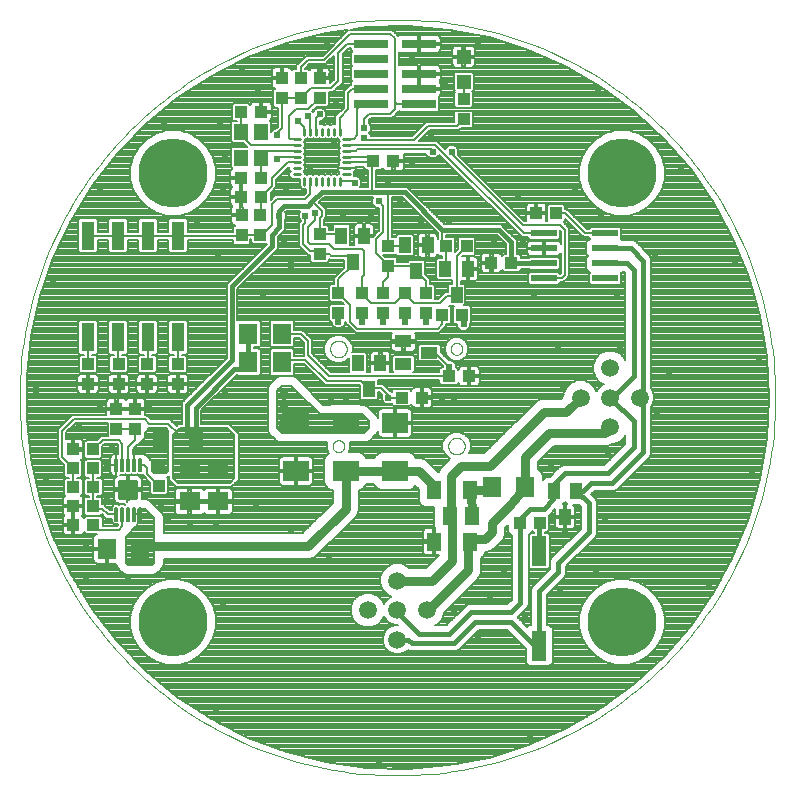
<source format=gtl>
G75*
%MOIN*%
%OFA0B0*%
%FSLAX25Y25*%
%IPPOS*%
%LPD*%
%AMOC8*
5,1,8,0,0,1.08239X$1,22.5*
%
%ADD10C,0.00394*%
%ADD11C,0.05906*%
%ADD12C,0.23000*%
%ADD13R,0.08661X0.02362*%
%ADD14R,0.04331X0.03937*%
%ADD15R,0.03937X0.04331*%
%ADD16R,0.05000X0.10000*%
%ADD17C,0.00984*%
%ADD18R,0.11811X0.03150*%
%ADD19R,0.04724X0.05512*%
%ADD20R,0.04724X0.04724*%
%ADD21R,0.03937X0.05512*%
%ADD22R,0.08504X0.07008*%
%ADD23R,0.04724X0.06299*%
%ADD24R,0.05118X0.05906*%
%ADD25C,0.01339*%
%ADD26C,0.00591*%
%ADD27R,0.06299X0.07087*%
%ADD28R,0.07087X0.06299*%
%ADD29C,0.00000*%
%ADD30R,0.06299X0.07098*%
%ADD31R,0.05512X0.03937*%
%ADD32R,0.04449X0.09606*%
%ADD33C,0.00787*%
%ADD34C,0.02381*%
%ADD35C,0.03562*%
%ADD36C,0.03150*%
%ADD37C,0.01575*%
D10*
X0001394Y0127378D02*
X0001432Y0130470D01*
X0001546Y0133560D01*
X0001735Y0136646D01*
X0002001Y0139727D01*
X0002341Y0142800D01*
X0002758Y0145864D01*
X0003249Y0148916D01*
X0003815Y0151956D01*
X0004455Y0154981D01*
X0005170Y0157990D01*
X0005958Y0160980D01*
X0006819Y0163949D01*
X0007753Y0166897D01*
X0008759Y0169821D01*
X0009836Y0172719D01*
X0010984Y0175590D01*
X0012202Y0178432D01*
X0013490Y0181243D01*
X0014846Y0184022D01*
X0016270Y0186766D01*
X0017761Y0189475D01*
X0019318Y0192147D01*
X0020940Y0194779D01*
X0022626Y0197371D01*
X0024375Y0199921D01*
X0026187Y0202427D01*
X0028059Y0204887D01*
X0029991Y0207301D01*
X0031982Y0209667D01*
X0034030Y0211984D01*
X0036134Y0214249D01*
X0038294Y0216462D01*
X0040507Y0218622D01*
X0042772Y0220726D01*
X0045089Y0222774D01*
X0047455Y0224765D01*
X0049869Y0226697D01*
X0052329Y0228569D01*
X0054835Y0230381D01*
X0057385Y0232130D01*
X0059977Y0233816D01*
X0062609Y0235438D01*
X0065281Y0236995D01*
X0067990Y0238486D01*
X0070734Y0239910D01*
X0073513Y0241266D01*
X0076324Y0242554D01*
X0079166Y0243772D01*
X0082037Y0244920D01*
X0084935Y0245997D01*
X0087859Y0247003D01*
X0090807Y0247937D01*
X0093776Y0248798D01*
X0096766Y0249586D01*
X0099775Y0250301D01*
X0102800Y0250941D01*
X0105840Y0251507D01*
X0108892Y0251998D01*
X0111956Y0252415D01*
X0115029Y0252755D01*
X0118110Y0253021D01*
X0121196Y0253210D01*
X0124286Y0253324D01*
X0127378Y0253362D01*
X0130470Y0253324D01*
X0133560Y0253210D01*
X0136646Y0253021D01*
X0139727Y0252755D01*
X0142800Y0252415D01*
X0145864Y0251998D01*
X0148916Y0251507D01*
X0151956Y0250941D01*
X0154981Y0250301D01*
X0157990Y0249586D01*
X0160980Y0248798D01*
X0163949Y0247937D01*
X0166897Y0247003D01*
X0169821Y0245997D01*
X0172719Y0244920D01*
X0175590Y0243772D01*
X0178432Y0242554D01*
X0181243Y0241266D01*
X0184022Y0239910D01*
X0186766Y0238486D01*
X0189475Y0236995D01*
X0192147Y0235438D01*
X0194779Y0233816D01*
X0197371Y0232130D01*
X0199921Y0230381D01*
X0202427Y0228569D01*
X0204887Y0226697D01*
X0207301Y0224765D01*
X0209667Y0222774D01*
X0211984Y0220726D01*
X0214249Y0218622D01*
X0216462Y0216462D01*
X0218622Y0214249D01*
X0220726Y0211984D01*
X0222774Y0209667D01*
X0224765Y0207301D01*
X0226697Y0204887D01*
X0228569Y0202427D01*
X0230381Y0199921D01*
X0232130Y0197371D01*
X0233816Y0194779D01*
X0235438Y0192147D01*
X0236995Y0189475D01*
X0238486Y0186766D01*
X0239910Y0184022D01*
X0241266Y0181243D01*
X0242554Y0178432D01*
X0243772Y0175590D01*
X0244920Y0172719D01*
X0245997Y0169821D01*
X0247003Y0166897D01*
X0247937Y0163949D01*
X0248798Y0160980D01*
X0249586Y0157990D01*
X0250301Y0154981D01*
X0250941Y0151956D01*
X0251507Y0148916D01*
X0251998Y0145864D01*
X0252415Y0142800D01*
X0252755Y0139727D01*
X0253021Y0136646D01*
X0253210Y0133560D01*
X0253324Y0130470D01*
X0253362Y0127378D01*
X0253324Y0124286D01*
X0253210Y0121196D01*
X0253021Y0118110D01*
X0252755Y0115029D01*
X0252415Y0111956D01*
X0251998Y0108892D01*
X0251507Y0105840D01*
X0250941Y0102800D01*
X0250301Y0099775D01*
X0249586Y0096766D01*
X0248798Y0093776D01*
X0247937Y0090807D01*
X0247003Y0087859D01*
X0245997Y0084935D01*
X0244920Y0082037D01*
X0243772Y0079166D01*
X0242554Y0076324D01*
X0241266Y0073513D01*
X0239910Y0070734D01*
X0238486Y0067990D01*
X0236995Y0065281D01*
X0235438Y0062609D01*
X0233816Y0059977D01*
X0232130Y0057385D01*
X0230381Y0054835D01*
X0228569Y0052329D01*
X0226697Y0049869D01*
X0224765Y0047455D01*
X0222774Y0045089D01*
X0220726Y0042772D01*
X0218622Y0040507D01*
X0216462Y0038294D01*
X0214249Y0036134D01*
X0211984Y0034030D01*
X0209667Y0031982D01*
X0207301Y0029991D01*
X0204887Y0028059D01*
X0202427Y0026187D01*
X0199921Y0024375D01*
X0197371Y0022626D01*
X0194779Y0020940D01*
X0192147Y0019318D01*
X0189475Y0017761D01*
X0186766Y0016270D01*
X0184022Y0014846D01*
X0181243Y0013490D01*
X0178432Y0012202D01*
X0175590Y0010984D01*
X0172719Y0009836D01*
X0169821Y0008759D01*
X0166897Y0007753D01*
X0163949Y0006819D01*
X0160980Y0005958D01*
X0157990Y0005170D01*
X0154981Y0004455D01*
X0151956Y0003815D01*
X0148916Y0003249D01*
X0145864Y0002758D01*
X0142800Y0002341D01*
X0139727Y0002001D01*
X0136646Y0001735D01*
X0133560Y0001546D01*
X0130470Y0001432D01*
X0127378Y0001394D01*
X0124286Y0001432D01*
X0121196Y0001546D01*
X0118110Y0001735D01*
X0115029Y0002001D01*
X0111956Y0002341D01*
X0108892Y0002758D01*
X0105840Y0003249D01*
X0102800Y0003815D01*
X0099775Y0004455D01*
X0096766Y0005170D01*
X0093776Y0005958D01*
X0090807Y0006819D01*
X0087859Y0007753D01*
X0084935Y0008759D01*
X0082037Y0009836D01*
X0079166Y0010984D01*
X0076324Y0012202D01*
X0073513Y0013490D01*
X0070734Y0014846D01*
X0067990Y0016270D01*
X0065281Y0017761D01*
X0062609Y0019318D01*
X0059977Y0020940D01*
X0057385Y0022626D01*
X0054835Y0024375D01*
X0052329Y0026187D01*
X0049869Y0028059D01*
X0047455Y0029991D01*
X0045089Y0031982D01*
X0042772Y0034030D01*
X0040507Y0036134D01*
X0038294Y0038294D01*
X0036134Y0040507D01*
X0034030Y0042772D01*
X0031982Y0045089D01*
X0029991Y0047455D01*
X0028059Y0049869D01*
X0026187Y0052329D01*
X0024375Y0054835D01*
X0022626Y0057385D01*
X0020940Y0059977D01*
X0019318Y0062609D01*
X0017761Y0065281D01*
X0016270Y0067990D01*
X0014846Y0070734D01*
X0013490Y0073513D01*
X0012202Y0076324D01*
X0010984Y0079166D01*
X0009836Y0082037D01*
X0008759Y0084935D01*
X0007753Y0087859D01*
X0006819Y0090807D01*
X0005958Y0093776D01*
X0005170Y0096766D01*
X0004455Y0099775D01*
X0003815Y0102800D01*
X0003249Y0105840D01*
X0002758Y0108892D01*
X0002341Y0111956D01*
X0002001Y0115029D01*
X0001735Y0118110D01*
X0001546Y0121196D01*
X0001432Y0124286D01*
X0001394Y0127378D01*
D11*
X0117535Y0056512D03*
X0127378Y0056512D03*
X0137220Y0056512D03*
X0127378Y0046669D03*
X0127378Y0066354D03*
X0188402Y0127378D03*
X0198244Y0127378D03*
X0198244Y0137220D03*
X0208087Y0127378D03*
X0198244Y0117535D03*
D12*
X0202181Y0052575D03*
X0202181Y0202181D03*
X0052575Y0202181D03*
X0052575Y0052575D03*
D13*
X0176197Y0167122D03*
X0176197Y0172122D03*
X0176197Y0177122D03*
X0176197Y0182122D03*
X0196669Y0182122D03*
X0196669Y0177122D03*
X0196669Y0172122D03*
X0196669Y0167122D03*
D14*
X0165370Y0172260D03*
X0158677Y0172260D03*
X0136827Y0162220D03*
X0136827Y0155528D03*
X0129740Y0155528D03*
X0129740Y0162220D03*
X0122654Y0162220D03*
X0122654Y0155528D03*
X0115567Y0155528D03*
X0115567Y0162220D03*
X0107693Y0162220D03*
X0107693Y0155528D03*
X0124228Y0171276D03*
X0124228Y0177969D03*
X0101394Y0175213D03*
X0101394Y0181906D03*
X0081709Y0181512D03*
X0081709Y0188205D03*
X0081906Y0194307D03*
X0081906Y0200606D03*
X0075213Y0200606D03*
X0075213Y0194307D03*
X0075213Y0222654D03*
X0081906Y0222654D03*
X0095094Y0227181D03*
X0101394Y0227181D03*
X0101394Y0233874D03*
X0095094Y0233874D03*
X0119307Y0206118D03*
X0126000Y0206118D03*
X0149425Y0220094D03*
X0149425Y0226787D03*
X0151197Y0134465D03*
X0144504Y0134465D03*
X0135449Y0127378D03*
X0128756Y0127378D03*
X0054150Y0131906D03*
X0054150Y0138598D03*
X0043913Y0138598D03*
X0043913Y0131906D03*
X0034465Y0131906D03*
X0034465Y0138598D03*
X0024228Y0138598D03*
X0024228Y0131906D03*
X0026000Y0097457D03*
X0019307Y0097457D03*
X0019307Y0084858D03*
X0026000Y0084858D03*
D15*
X0026000Y0091157D03*
X0019307Y0091157D03*
X0019307Y0103756D03*
X0019307Y0110055D03*
X0026000Y0110055D03*
X0026000Y0103756D03*
X0033677Y0116945D03*
X0039976Y0116945D03*
X0039976Y0123638D03*
X0033677Y0123638D03*
X0047850Y0104740D03*
X0047850Y0098047D03*
X0075409Y0181512D03*
X0075409Y0188205D03*
X0088795Y0227181D03*
X0088795Y0233874D03*
X0143717Y0177772D03*
X0150409Y0177772D03*
X0148835Y0154937D03*
X0142142Y0154937D03*
X0173638Y0188795D03*
X0180331Y0188795D03*
X0174819Y0085646D03*
X0168126Y0085646D03*
D16*
X0174622Y0076197D03*
X0174622Y0044701D03*
D17*
X0108087Y0198342D02*
X0108087Y0200508D01*
X0106118Y0200508D02*
X0106118Y0198342D01*
X0104150Y0198342D02*
X0104150Y0200508D01*
X0102181Y0200508D02*
X0102181Y0198342D01*
X0100213Y0198342D02*
X0100213Y0200508D01*
X0098244Y0200508D02*
X0098244Y0198342D01*
X0096276Y0198342D02*
X0096276Y0200508D01*
X0094996Y0201787D02*
X0092830Y0201787D01*
X0092830Y0203756D02*
X0094996Y0203756D01*
X0094996Y0205724D02*
X0092830Y0205724D01*
X0092830Y0207693D02*
X0094996Y0207693D01*
X0094996Y0209661D02*
X0092830Y0209661D01*
X0092830Y0211630D02*
X0094996Y0211630D01*
X0094996Y0213598D02*
X0092830Y0213598D01*
X0096276Y0214878D02*
X0096276Y0217044D01*
X0098244Y0217044D02*
X0098244Y0214878D01*
X0100213Y0214878D02*
X0100213Y0217044D01*
X0102181Y0217044D02*
X0102181Y0214878D01*
X0104150Y0214878D02*
X0104150Y0217044D01*
X0106118Y0217044D02*
X0106118Y0214878D01*
X0108087Y0214878D02*
X0108087Y0217044D01*
X0109366Y0213598D02*
X0111532Y0213598D01*
X0111532Y0211630D02*
X0109366Y0211630D01*
X0109366Y0209661D02*
X0111532Y0209661D01*
X0111532Y0207693D02*
X0109366Y0207693D01*
X0109366Y0205724D02*
X0111532Y0205724D01*
X0111532Y0203756D02*
X0109366Y0203756D01*
X0109366Y0201787D02*
X0111532Y0201787D01*
D18*
X0118717Y0225252D03*
X0118717Y0230252D03*
X0118717Y0235252D03*
X0118717Y0240252D03*
X0118717Y0245252D03*
X0134465Y0245252D03*
X0134465Y0235252D03*
X0134465Y0230252D03*
X0134465Y0225252D03*
D19*
X0081906Y0215961D03*
X0075213Y0215961D03*
X0075213Y0207299D03*
X0081906Y0207299D03*
D20*
X0149425Y0232693D03*
X0149425Y0240961D03*
D21*
X0116157Y0181315D03*
X0108677Y0181315D03*
X0112417Y0172654D03*
X0129937Y0178165D03*
X0137417Y0178165D03*
X0143323Y0170291D03*
X0150803Y0170291D03*
X0147063Y0161630D03*
X0133677Y0169504D03*
X0121669Y0138795D03*
X0114189Y0138795D03*
X0117929Y0130134D03*
X0179543Y0096276D03*
X0187024Y0096276D03*
X0183283Y0087614D03*
D22*
X0126591Y0102850D03*
X0110055Y0102850D03*
X0110055Y0118874D03*
X0126591Y0118874D03*
X0093520Y0118874D03*
X0093520Y0102850D03*
D23*
X0060055Y0113205D03*
X0048244Y0113205D03*
X0139583Y0096669D03*
X0151394Y0096669D03*
X0151394Y0079346D03*
X0139583Y0079346D03*
D24*
X0144898Y0088008D03*
X0152378Y0088008D03*
D25*
X0040291Y0093992D02*
X0034937Y0093992D01*
X0034937Y0099346D01*
X0040291Y0099346D01*
X0040291Y0093992D01*
X0040291Y0095330D02*
X0034937Y0095330D01*
X0034937Y0096668D02*
X0040291Y0096668D01*
X0040291Y0098006D02*
X0034937Y0098006D01*
X0034937Y0099344D02*
X0040291Y0099344D01*
D26*
X0039878Y0102870D02*
X0039288Y0102870D01*
X0039288Y0107004D01*
X0039878Y0107004D01*
X0039878Y0102870D01*
X0039878Y0103460D02*
X0039288Y0103460D01*
X0039288Y0104050D02*
X0039878Y0104050D01*
X0039878Y0104640D02*
X0039288Y0104640D01*
X0039288Y0105230D02*
X0039878Y0105230D01*
X0039878Y0105820D02*
X0039288Y0105820D01*
X0039288Y0106410D02*
X0039878Y0106410D01*
X0039878Y0107000D02*
X0039288Y0107000D01*
X0037909Y0102870D02*
X0037319Y0102870D01*
X0037319Y0107004D01*
X0037909Y0107004D01*
X0037909Y0102870D01*
X0037909Y0103460D02*
X0037319Y0103460D01*
X0037319Y0104050D02*
X0037909Y0104050D01*
X0037909Y0104640D02*
X0037319Y0104640D01*
X0037319Y0105230D02*
X0037909Y0105230D01*
X0037909Y0105820D02*
X0037319Y0105820D01*
X0037319Y0106410D02*
X0037909Y0106410D01*
X0037909Y0107000D02*
X0037319Y0107000D01*
X0035941Y0102870D02*
X0035351Y0102870D01*
X0035351Y0107004D01*
X0035941Y0107004D01*
X0035941Y0102870D01*
X0035941Y0103460D02*
X0035351Y0103460D01*
X0035351Y0104050D02*
X0035941Y0104050D01*
X0035941Y0104640D02*
X0035351Y0104640D01*
X0035351Y0105230D02*
X0035941Y0105230D01*
X0035941Y0105820D02*
X0035351Y0105820D01*
X0035351Y0106410D02*
X0035941Y0106410D01*
X0035941Y0107000D02*
X0035351Y0107000D01*
X0033972Y0102870D02*
X0033382Y0102870D01*
X0033382Y0107004D01*
X0033972Y0107004D01*
X0033972Y0102870D01*
X0033972Y0103460D02*
X0033382Y0103460D01*
X0033382Y0104050D02*
X0033972Y0104050D01*
X0033972Y0104640D02*
X0033382Y0104640D01*
X0033382Y0105230D02*
X0033972Y0105230D01*
X0033972Y0105820D02*
X0033382Y0105820D01*
X0033382Y0106410D02*
X0033972Y0106410D01*
X0033972Y0107000D02*
X0033382Y0107000D01*
X0041256Y0102870D02*
X0041846Y0102870D01*
X0041256Y0102870D02*
X0041256Y0107004D01*
X0041846Y0107004D01*
X0041846Y0102870D01*
X0041846Y0103460D02*
X0041256Y0103460D01*
X0041256Y0104050D02*
X0041846Y0104050D01*
X0041846Y0104640D02*
X0041256Y0104640D01*
X0041256Y0105230D02*
X0041846Y0105230D01*
X0041846Y0105820D02*
X0041256Y0105820D01*
X0041256Y0106410D02*
X0041846Y0106410D01*
X0041846Y0107000D02*
X0041256Y0107000D01*
X0041256Y0086335D02*
X0041846Y0086335D01*
X0041256Y0086335D02*
X0041256Y0090469D01*
X0041846Y0090469D01*
X0041846Y0086335D01*
X0041846Y0086925D02*
X0041256Y0086925D01*
X0041256Y0087515D02*
X0041846Y0087515D01*
X0041846Y0088105D02*
X0041256Y0088105D01*
X0041256Y0088695D02*
X0041846Y0088695D01*
X0041846Y0089285D02*
X0041256Y0089285D01*
X0041256Y0089875D02*
X0041846Y0089875D01*
X0041846Y0090465D02*
X0041256Y0090465D01*
X0039878Y0086335D02*
X0039288Y0086335D01*
X0039288Y0090469D01*
X0039878Y0090469D01*
X0039878Y0086335D01*
X0039878Y0086925D02*
X0039288Y0086925D01*
X0039288Y0087515D02*
X0039878Y0087515D01*
X0039878Y0088105D02*
X0039288Y0088105D01*
X0039288Y0088695D02*
X0039878Y0088695D01*
X0039878Y0089285D02*
X0039288Y0089285D01*
X0039288Y0089875D02*
X0039878Y0089875D01*
X0039878Y0090465D02*
X0039288Y0090465D01*
X0037909Y0086335D02*
X0037319Y0086335D01*
X0037319Y0090469D01*
X0037909Y0090469D01*
X0037909Y0086335D01*
X0037909Y0086925D02*
X0037319Y0086925D01*
X0037319Y0087515D02*
X0037909Y0087515D01*
X0037909Y0088105D02*
X0037319Y0088105D01*
X0037319Y0088695D02*
X0037909Y0088695D01*
X0037909Y0089285D02*
X0037319Y0089285D01*
X0037319Y0089875D02*
X0037909Y0089875D01*
X0037909Y0090465D02*
X0037319Y0090465D01*
X0035941Y0086335D02*
X0035351Y0086335D01*
X0035351Y0090469D01*
X0035941Y0090469D01*
X0035941Y0086335D01*
X0035941Y0086925D02*
X0035351Y0086925D01*
X0035351Y0087515D02*
X0035941Y0087515D01*
X0035941Y0088105D02*
X0035351Y0088105D01*
X0035351Y0088695D02*
X0035941Y0088695D01*
X0035941Y0089285D02*
X0035351Y0089285D01*
X0035351Y0089875D02*
X0035941Y0089875D01*
X0035941Y0090465D02*
X0035351Y0090465D01*
X0033972Y0086335D02*
X0033382Y0086335D01*
X0033382Y0090469D01*
X0033972Y0090469D01*
X0033972Y0086335D01*
X0033972Y0086925D02*
X0033382Y0086925D01*
X0033382Y0087515D02*
X0033972Y0087515D01*
X0033972Y0088105D02*
X0033382Y0088105D01*
X0033382Y0088695D02*
X0033972Y0088695D01*
X0033972Y0089285D02*
X0033382Y0089285D01*
X0033382Y0089875D02*
X0033972Y0089875D01*
X0033972Y0090465D02*
X0033382Y0090465D01*
D27*
X0030528Y0076984D03*
X0041551Y0076984D03*
X0158874Y0097457D03*
X0169898Y0097457D03*
D28*
X0067535Y0092732D03*
X0058087Y0092732D03*
X0058087Y0103756D03*
X0067535Y0103756D03*
D29*
X0105724Y0111177D02*
X0105726Y0111265D01*
X0105732Y0111353D01*
X0105742Y0111441D01*
X0105756Y0111529D01*
X0105773Y0111615D01*
X0105795Y0111701D01*
X0105820Y0111785D01*
X0105850Y0111869D01*
X0105882Y0111951D01*
X0105919Y0112031D01*
X0105959Y0112110D01*
X0106003Y0112187D01*
X0106050Y0112262D01*
X0106100Y0112334D01*
X0106154Y0112405D01*
X0106210Y0112472D01*
X0106270Y0112538D01*
X0106332Y0112600D01*
X0106398Y0112660D01*
X0106465Y0112716D01*
X0106536Y0112770D01*
X0106608Y0112820D01*
X0106683Y0112867D01*
X0106760Y0112911D01*
X0106839Y0112951D01*
X0106919Y0112988D01*
X0107001Y0113020D01*
X0107085Y0113050D01*
X0107169Y0113075D01*
X0107255Y0113097D01*
X0107341Y0113114D01*
X0107429Y0113128D01*
X0107517Y0113138D01*
X0107605Y0113144D01*
X0107693Y0113146D01*
X0107781Y0113144D01*
X0107869Y0113138D01*
X0107957Y0113128D01*
X0108045Y0113114D01*
X0108131Y0113097D01*
X0108217Y0113075D01*
X0108301Y0113050D01*
X0108385Y0113020D01*
X0108467Y0112988D01*
X0108547Y0112951D01*
X0108626Y0112911D01*
X0108703Y0112867D01*
X0108778Y0112820D01*
X0108850Y0112770D01*
X0108921Y0112716D01*
X0108988Y0112660D01*
X0109054Y0112600D01*
X0109116Y0112538D01*
X0109176Y0112472D01*
X0109232Y0112405D01*
X0109286Y0112334D01*
X0109336Y0112262D01*
X0109383Y0112187D01*
X0109427Y0112110D01*
X0109467Y0112031D01*
X0109504Y0111951D01*
X0109536Y0111869D01*
X0109566Y0111785D01*
X0109591Y0111701D01*
X0109613Y0111615D01*
X0109630Y0111529D01*
X0109644Y0111441D01*
X0109654Y0111353D01*
X0109660Y0111265D01*
X0109662Y0111177D01*
X0109660Y0111089D01*
X0109654Y0111001D01*
X0109644Y0110913D01*
X0109630Y0110825D01*
X0109613Y0110739D01*
X0109591Y0110653D01*
X0109566Y0110569D01*
X0109536Y0110485D01*
X0109504Y0110403D01*
X0109467Y0110323D01*
X0109427Y0110244D01*
X0109383Y0110167D01*
X0109336Y0110092D01*
X0109286Y0110020D01*
X0109232Y0109949D01*
X0109176Y0109882D01*
X0109116Y0109816D01*
X0109054Y0109754D01*
X0108988Y0109694D01*
X0108921Y0109638D01*
X0108850Y0109584D01*
X0108778Y0109534D01*
X0108703Y0109487D01*
X0108626Y0109443D01*
X0108547Y0109403D01*
X0108467Y0109366D01*
X0108385Y0109334D01*
X0108301Y0109304D01*
X0108217Y0109279D01*
X0108131Y0109257D01*
X0108045Y0109240D01*
X0107957Y0109226D01*
X0107869Y0109216D01*
X0107781Y0109210D01*
X0107693Y0109208D01*
X0107605Y0109210D01*
X0107517Y0109216D01*
X0107429Y0109226D01*
X0107341Y0109240D01*
X0107255Y0109257D01*
X0107169Y0109279D01*
X0107085Y0109304D01*
X0107001Y0109334D01*
X0106919Y0109366D01*
X0106839Y0109403D01*
X0106760Y0109443D01*
X0106683Y0109487D01*
X0106608Y0109534D01*
X0106536Y0109584D01*
X0106465Y0109638D01*
X0106398Y0109694D01*
X0106332Y0109754D01*
X0106270Y0109816D01*
X0106210Y0109882D01*
X0106154Y0109949D01*
X0106100Y0110020D01*
X0106050Y0110092D01*
X0106003Y0110167D01*
X0105959Y0110244D01*
X0105919Y0110323D01*
X0105882Y0110403D01*
X0105850Y0110485D01*
X0105820Y0110569D01*
X0105795Y0110653D01*
X0105773Y0110739D01*
X0105756Y0110825D01*
X0105742Y0110913D01*
X0105732Y0111001D01*
X0105726Y0111089D01*
X0105724Y0111177D01*
X0104937Y0143579D02*
X0104939Y0143684D01*
X0104945Y0143789D01*
X0104955Y0143893D01*
X0104969Y0143997D01*
X0104987Y0144101D01*
X0105009Y0144203D01*
X0105034Y0144305D01*
X0105064Y0144406D01*
X0105097Y0144505D01*
X0105134Y0144603D01*
X0105175Y0144700D01*
X0105220Y0144795D01*
X0105268Y0144888D01*
X0105319Y0144980D01*
X0105375Y0145069D01*
X0105433Y0145156D01*
X0105495Y0145241D01*
X0105559Y0145324D01*
X0105627Y0145404D01*
X0105698Y0145481D01*
X0105772Y0145555D01*
X0105849Y0145627D01*
X0105928Y0145696D01*
X0106010Y0145761D01*
X0106094Y0145824D01*
X0106181Y0145883D01*
X0106270Y0145939D01*
X0106361Y0145992D01*
X0106454Y0146041D01*
X0106548Y0146086D01*
X0106644Y0146128D01*
X0106742Y0146166D01*
X0106841Y0146200D01*
X0106942Y0146231D01*
X0107043Y0146257D01*
X0107146Y0146280D01*
X0107249Y0146299D01*
X0107353Y0146314D01*
X0107457Y0146325D01*
X0107562Y0146332D01*
X0107667Y0146335D01*
X0107772Y0146334D01*
X0107877Y0146329D01*
X0107981Y0146320D01*
X0108085Y0146307D01*
X0108189Y0146290D01*
X0108292Y0146269D01*
X0108394Y0146244D01*
X0108495Y0146216D01*
X0108594Y0146183D01*
X0108693Y0146147D01*
X0108790Y0146107D01*
X0108885Y0146064D01*
X0108979Y0146016D01*
X0109071Y0145966D01*
X0109161Y0145912D01*
X0109249Y0145854D01*
X0109334Y0145793D01*
X0109417Y0145729D01*
X0109498Y0145662D01*
X0109576Y0145592D01*
X0109651Y0145518D01*
X0109723Y0145443D01*
X0109793Y0145364D01*
X0109859Y0145283D01*
X0109923Y0145199D01*
X0109983Y0145113D01*
X0110039Y0145025D01*
X0110093Y0144934D01*
X0110143Y0144842D01*
X0110189Y0144748D01*
X0110232Y0144652D01*
X0110271Y0144554D01*
X0110306Y0144456D01*
X0110337Y0144355D01*
X0110365Y0144254D01*
X0110389Y0144152D01*
X0110409Y0144049D01*
X0110425Y0143945D01*
X0110437Y0143841D01*
X0110445Y0143736D01*
X0110449Y0143631D01*
X0110449Y0143527D01*
X0110445Y0143422D01*
X0110437Y0143317D01*
X0110425Y0143213D01*
X0110409Y0143109D01*
X0110389Y0143006D01*
X0110365Y0142904D01*
X0110337Y0142803D01*
X0110306Y0142702D01*
X0110271Y0142604D01*
X0110232Y0142506D01*
X0110189Y0142410D01*
X0110143Y0142316D01*
X0110093Y0142224D01*
X0110039Y0142133D01*
X0109983Y0142045D01*
X0109923Y0141959D01*
X0109859Y0141875D01*
X0109793Y0141794D01*
X0109723Y0141715D01*
X0109651Y0141640D01*
X0109576Y0141566D01*
X0109498Y0141496D01*
X0109417Y0141429D01*
X0109334Y0141365D01*
X0109249Y0141304D01*
X0109161Y0141246D01*
X0109071Y0141192D01*
X0108979Y0141142D01*
X0108885Y0141094D01*
X0108790Y0141051D01*
X0108693Y0141011D01*
X0108594Y0140975D01*
X0108495Y0140942D01*
X0108394Y0140914D01*
X0108292Y0140889D01*
X0108189Y0140868D01*
X0108085Y0140851D01*
X0107981Y0140838D01*
X0107877Y0140829D01*
X0107772Y0140824D01*
X0107667Y0140823D01*
X0107562Y0140826D01*
X0107457Y0140833D01*
X0107353Y0140844D01*
X0107249Y0140859D01*
X0107146Y0140878D01*
X0107043Y0140901D01*
X0106942Y0140927D01*
X0106841Y0140958D01*
X0106742Y0140992D01*
X0106644Y0141030D01*
X0106548Y0141072D01*
X0106454Y0141117D01*
X0106361Y0141166D01*
X0106270Y0141219D01*
X0106181Y0141275D01*
X0106094Y0141334D01*
X0106010Y0141397D01*
X0105928Y0141462D01*
X0105849Y0141531D01*
X0105772Y0141603D01*
X0105698Y0141677D01*
X0105627Y0141754D01*
X0105559Y0141834D01*
X0105495Y0141917D01*
X0105433Y0142002D01*
X0105375Y0142089D01*
X0105319Y0142178D01*
X0105268Y0142270D01*
X0105220Y0142363D01*
X0105175Y0142458D01*
X0105134Y0142555D01*
X0105097Y0142653D01*
X0105064Y0142752D01*
X0105034Y0142853D01*
X0105009Y0142955D01*
X0104987Y0143057D01*
X0104969Y0143161D01*
X0104955Y0143265D01*
X0104945Y0143369D01*
X0104939Y0143474D01*
X0104937Y0143579D01*
X0145094Y0143579D02*
X0145096Y0143667D01*
X0145102Y0143755D01*
X0145112Y0143843D01*
X0145126Y0143931D01*
X0145143Y0144017D01*
X0145165Y0144103D01*
X0145190Y0144187D01*
X0145220Y0144271D01*
X0145252Y0144353D01*
X0145289Y0144433D01*
X0145329Y0144512D01*
X0145373Y0144589D01*
X0145420Y0144664D01*
X0145470Y0144736D01*
X0145524Y0144807D01*
X0145580Y0144874D01*
X0145640Y0144940D01*
X0145702Y0145002D01*
X0145768Y0145062D01*
X0145835Y0145118D01*
X0145906Y0145172D01*
X0145978Y0145222D01*
X0146053Y0145269D01*
X0146130Y0145313D01*
X0146209Y0145353D01*
X0146289Y0145390D01*
X0146371Y0145422D01*
X0146455Y0145452D01*
X0146539Y0145477D01*
X0146625Y0145499D01*
X0146711Y0145516D01*
X0146799Y0145530D01*
X0146887Y0145540D01*
X0146975Y0145546D01*
X0147063Y0145548D01*
X0147151Y0145546D01*
X0147239Y0145540D01*
X0147327Y0145530D01*
X0147415Y0145516D01*
X0147501Y0145499D01*
X0147587Y0145477D01*
X0147671Y0145452D01*
X0147755Y0145422D01*
X0147837Y0145390D01*
X0147917Y0145353D01*
X0147996Y0145313D01*
X0148073Y0145269D01*
X0148148Y0145222D01*
X0148220Y0145172D01*
X0148291Y0145118D01*
X0148358Y0145062D01*
X0148424Y0145002D01*
X0148486Y0144940D01*
X0148546Y0144874D01*
X0148602Y0144807D01*
X0148656Y0144736D01*
X0148706Y0144664D01*
X0148753Y0144589D01*
X0148797Y0144512D01*
X0148837Y0144433D01*
X0148874Y0144353D01*
X0148906Y0144271D01*
X0148936Y0144187D01*
X0148961Y0144103D01*
X0148983Y0144017D01*
X0149000Y0143931D01*
X0149014Y0143843D01*
X0149024Y0143755D01*
X0149030Y0143667D01*
X0149032Y0143579D01*
X0149030Y0143491D01*
X0149024Y0143403D01*
X0149014Y0143315D01*
X0149000Y0143227D01*
X0148983Y0143141D01*
X0148961Y0143055D01*
X0148936Y0142971D01*
X0148906Y0142887D01*
X0148874Y0142805D01*
X0148837Y0142725D01*
X0148797Y0142646D01*
X0148753Y0142569D01*
X0148706Y0142494D01*
X0148656Y0142422D01*
X0148602Y0142351D01*
X0148546Y0142284D01*
X0148486Y0142218D01*
X0148424Y0142156D01*
X0148358Y0142096D01*
X0148291Y0142040D01*
X0148220Y0141986D01*
X0148148Y0141936D01*
X0148073Y0141889D01*
X0147996Y0141845D01*
X0147917Y0141805D01*
X0147837Y0141768D01*
X0147755Y0141736D01*
X0147671Y0141706D01*
X0147587Y0141681D01*
X0147501Y0141659D01*
X0147415Y0141642D01*
X0147327Y0141628D01*
X0147239Y0141618D01*
X0147151Y0141612D01*
X0147063Y0141610D01*
X0146975Y0141612D01*
X0146887Y0141618D01*
X0146799Y0141628D01*
X0146711Y0141642D01*
X0146625Y0141659D01*
X0146539Y0141681D01*
X0146455Y0141706D01*
X0146371Y0141736D01*
X0146289Y0141768D01*
X0146209Y0141805D01*
X0146130Y0141845D01*
X0146053Y0141889D01*
X0145978Y0141936D01*
X0145906Y0141986D01*
X0145835Y0142040D01*
X0145768Y0142096D01*
X0145702Y0142156D01*
X0145640Y0142218D01*
X0145580Y0142284D01*
X0145524Y0142351D01*
X0145470Y0142422D01*
X0145420Y0142494D01*
X0145373Y0142569D01*
X0145329Y0142646D01*
X0145289Y0142725D01*
X0145252Y0142805D01*
X0145220Y0142887D01*
X0145190Y0142971D01*
X0145165Y0143055D01*
X0145143Y0143141D01*
X0145126Y0143227D01*
X0145112Y0143315D01*
X0145102Y0143403D01*
X0145096Y0143491D01*
X0145094Y0143579D01*
X0144307Y0111177D02*
X0144309Y0111282D01*
X0144315Y0111387D01*
X0144325Y0111491D01*
X0144339Y0111595D01*
X0144357Y0111699D01*
X0144379Y0111801D01*
X0144404Y0111903D01*
X0144434Y0112004D01*
X0144467Y0112103D01*
X0144504Y0112201D01*
X0144545Y0112298D01*
X0144590Y0112393D01*
X0144638Y0112486D01*
X0144689Y0112578D01*
X0144745Y0112667D01*
X0144803Y0112754D01*
X0144865Y0112839D01*
X0144929Y0112922D01*
X0144997Y0113002D01*
X0145068Y0113079D01*
X0145142Y0113153D01*
X0145219Y0113225D01*
X0145298Y0113294D01*
X0145380Y0113359D01*
X0145464Y0113422D01*
X0145551Y0113481D01*
X0145640Y0113537D01*
X0145731Y0113590D01*
X0145824Y0113639D01*
X0145918Y0113684D01*
X0146014Y0113726D01*
X0146112Y0113764D01*
X0146211Y0113798D01*
X0146312Y0113829D01*
X0146413Y0113855D01*
X0146516Y0113878D01*
X0146619Y0113897D01*
X0146723Y0113912D01*
X0146827Y0113923D01*
X0146932Y0113930D01*
X0147037Y0113933D01*
X0147142Y0113932D01*
X0147247Y0113927D01*
X0147351Y0113918D01*
X0147455Y0113905D01*
X0147559Y0113888D01*
X0147662Y0113867D01*
X0147764Y0113842D01*
X0147865Y0113814D01*
X0147964Y0113781D01*
X0148063Y0113745D01*
X0148160Y0113705D01*
X0148255Y0113662D01*
X0148349Y0113614D01*
X0148441Y0113564D01*
X0148531Y0113510D01*
X0148619Y0113452D01*
X0148704Y0113391D01*
X0148787Y0113327D01*
X0148868Y0113260D01*
X0148946Y0113190D01*
X0149021Y0113116D01*
X0149093Y0113041D01*
X0149163Y0112962D01*
X0149229Y0112881D01*
X0149293Y0112797D01*
X0149353Y0112711D01*
X0149409Y0112623D01*
X0149463Y0112532D01*
X0149513Y0112440D01*
X0149559Y0112346D01*
X0149602Y0112250D01*
X0149641Y0112152D01*
X0149676Y0112054D01*
X0149707Y0111953D01*
X0149735Y0111852D01*
X0149759Y0111750D01*
X0149779Y0111647D01*
X0149795Y0111543D01*
X0149807Y0111439D01*
X0149815Y0111334D01*
X0149819Y0111229D01*
X0149819Y0111125D01*
X0149815Y0111020D01*
X0149807Y0110915D01*
X0149795Y0110811D01*
X0149779Y0110707D01*
X0149759Y0110604D01*
X0149735Y0110502D01*
X0149707Y0110401D01*
X0149676Y0110300D01*
X0149641Y0110202D01*
X0149602Y0110104D01*
X0149559Y0110008D01*
X0149513Y0109914D01*
X0149463Y0109822D01*
X0149409Y0109731D01*
X0149353Y0109643D01*
X0149293Y0109557D01*
X0149229Y0109473D01*
X0149163Y0109392D01*
X0149093Y0109313D01*
X0149021Y0109238D01*
X0148946Y0109164D01*
X0148868Y0109094D01*
X0148787Y0109027D01*
X0148704Y0108963D01*
X0148619Y0108902D01*
X0148531Y0108844D01*
X0148441Y0108790D01*
X0148349Y0108740D01*
X0148255Y0108692D01*
X0148160Y0108649D01*
X0148063Y0108609D01*
X0147964Y0108573D01*
X0147865Y0108540D01*
X0147764Y0108512D01*
X0147662Y0108487D01*
X0147559Y0108466D01*
X0147455Y0108449D01*
X0147351Y0108436D01*
X0147247Y0108427D01*
X0147142Y0108422D01*
X0147037Y0108421D01*
X0146932Y0108424D01*
X0146827Y0108431D01*
X0146723Y0108442D01*
X0146619Y0108457D01*
X0146516Y0108476D01*
X0146413Y0108499D01*
X0146312Y0108525D01*
X0146211Y0108556D01*
X0146112Y0108590D01*
X0146014Y0108628D01*
X0145918Y0108670D01*
X0145824Y0108715D01*
X0145731Y0108764D01*
X0145640Y0108817D01*
X0145551Y0108873D01*
X0145464Y0108932D01*
X0145380Y0108995D01*
X0145298Y0109060D01*
X0145219Y0109129D01*
X0145142Y0109201D01*
X0145068Y0109275D01*
X0144997Y0109352D01*
X0144929Y0109432D01*
X0144865Y0109515D01*
X0144803Y0109600D01*
X0144745Y0109687D01*
X0144689Y0109776D01*
X0144638Y0109868D01*
X0144590Y0109961D01*
X0144545Y0110056D01*
X0144504Y0110153D01*
X0144467Y0110251D01*
X0144434Y0110350D01*
X0144404Y0110451D01*
X0144379Y0110553D01*
X0144357Y0110655D01*
X0144339Y0110759D01*
X0144325Y0110863D01*
X0144315Y0110967D01*
X0144309Y0111072D01*
X0144307Y0111177D01*
D30*
X0088882Y0139189D03*
X0088882Y0148638D03*
X0077685Y0148638D03*
X0077685Y0139189D03*
D31*
X0129346Y0138598D03*
X0129346Y0146079D03*
X0138008Y0142339D03*
D32*
X0054189Y0147457D03*
X0044189Y0147457D03*
X0034189Y0147457D03*
X0024189Y0147457D03*
X0024189Y0181315D03*
X0034189Y0181315D03*
X0044189Y0181315D03*
X0054189Y0181315D03*
D33*
X0047717Y0039118D02*
X0040759Y0039118D01*
X0039994Y0039903D02*
X0046010Y0039903D01*
X0047072Y0039290D02*
X0050698Y0038319D01*
X0054452Y0038319D01*
X0058077Y0039290D01*
X0061328Y0041167D01*
X0063982Y0043821D01*
X0065859Y0047072D01*
X0066831Y0050698D01*
X0066831Y0054452D01*
X0065859Y0058077D01*
X0063982Y0061328D01*
X0061328Y0063982D01*
X0058077Y0065859D01*
X0054452Y0066831D01*
X0050698Y0066831D01*
X0047072Y0065859D01*
X0043821Y0063982D01*
X0041167Y0061328D01*
X0039290Y0058077D01*
X0038319Y0054452D01*
X0038319Y0050698D01*
X0039290Y0047072D01*
X0041167Y0043821D01*
X0043821Y0041167D01*
X0047072Y0039290D01*
X0044649Y0040689D02*
X0039230Y0040689D01*
X0038465Y0041475D02*
X0043513Y0041475D01*
X0042728Y0042261D02*
X0037701Y0042261D01*
X0036936Y0043047D02*
X0041942Y0043047D01*
X0041161Y0043833D02*
X0036171Y0043833D01*
X0035407Y0044619D02*
X0040707Y0044619D01*
X0040253Y0045405D02*
X0034642Y0045405D01*
X0034005Y0046060D02*
X0025626Y0056825D01*
X0018482Y0068447D01*
X0012660Y0080784D01*
X0008231Y0093686D01*
X0005248Y0106998D01*
X0003747Y0120557D01*
X0003747Y0134199D01*
X0005248Y0147758D01*
X0008231Y0161070D01*
X0012660Y0173972D01*
X0018482Y0186309D01*
X0025626Y0197931D01*
X0034005Y0208696D01*
X0043518Y0218474D01*
X0054048Y0227147D01*
X0065468Y0234608D01*
X0077640Y0240768D01*
X0090416Y0245551D01*
X0103641Y0248900D01*
X0110958Y0249915D01*
X0102398Y0241354D01*
X0096886Y0241354D01*
X0096079Y0240547D01*
X0094524Y0238992D01*
X0094524Y0238992D01*
X0093717Y0238185D01*
X0093717Y0236827D01*
X0092521Y0236827D01*
X0092107Y0236412D01*
X0092062Y0236577D01*
X0091879Y0236895D01*
X0091620Y0237155D01*
X0091302Y0237338D01*
X0090947Y0237433D01*
X0089189Y0237433D01*
X0089189Y0234268D01*
X0088402Y0234268D01*
X0088402Y0237433D01*
X0086643Y0237433D01*
X0086289Y0237338D01*
X0085971Y0237155D01*
X0085712Y0236895D01*
X0085528Y0236577D01*
X0085433Y0236223D01*
X0085433Y0234268D01*
X0088402Y0234268D01*
X0088402Y0233480D01*
X0085433Y0233480D01*
X0085433Y0231525D01*
X0085528Y0231171D01*
X0085712Y0230853D01*
X0085971Y0230593D01*
X0086289Y0230410D01*
X0086585Y0230331D01*
X0086419Y0230331D01*
X0085843Y0229754D01*
X0085843Y0224608D01*
X0086419Y0224031D01*
X0087417Y0224031D01*
X0087417Y0217712D01*
X0086659Y0216954D01*
X0086320Y0216954D01*
X0085252Y0215887D01*
X0085252Y0219124D01*
X0084850Y0219526D01*
X0084927Y0219570D01*
X0085186Y0219829D01*
X0085370Y0220147D01*
X0085465Y0220502D01*
X0085465Y0222260D01*
X0082299Y0222260D01*
X0082299Y0223047D01*
X0081512Y0223047D01*
X0081512Y0226016D01*
X0079557Y0226016D01*
X0079202Y0225921D01*
X0078884Y0225737D01*
X0078625Y0225478D01*
X0078441Y0225160D01*
X0078362Y0224864D01*
X0078362Y0225030D01*
X0077786Y0225606D01*
X0072640Y0225606D01*
X0072063Y0225030D01*
X0072063Y0220277D01*
X0072640Y0219701D01*
X0073835Y0219701D01*
X0073835Y0219701D01*
X0072443Y0219701D01*
X0071866Y0219124D01*
X0071866Y0212797D01*
X0072443Y0212220D01*
X0076020Y0212220D01*
X0077201Y0211039D01*
X0072443Y0211039D01*
X0071866Y0210463D01*
X0071866Y0204136D01*
X0072268Y0203734D01*
X0072191Y0203690D01*
X0071932Y0203431D01*
X0071749Y0203113D01*
X0071654Y0202758D01*
X0071654Y0201000D01*
X0074819Y0201000D01*
X0074819Y0200213D01*
X0071654Y0200213D01*
X0071654Y0198454D01*
X0071749Y0198100D01*
X0071932Y0197782D01*
X0072191Y0197523D01*
X0072306Y0197457D01*
X0072191Y0197391D01*
X0071932Y0197131D01*
X0071749Y0196814D01*
X0071654Y0196459D01*
X0071654Y0194701D01*
X0074819Y0194701D01*
X0074819Y0200213D01*
X0075606Y0200213D01*
X0075606Y0197669D01*
X0075606Y0194701D01*
X0074819Y0194701D01*
X0074819Y0193913D01*
X0075606Y0193913D01*
X0075606Y0190945D01*
X0075803Y0190945D01*
X0075803Y0188598D01*
X0075016Y0188598D01*
X0075016Y0187811D01*
X0072047Y0187811D01*
X0072047Y0185856D01*
X0072142Y0185501D01*
X0072326Y0185184D01*
X0072585Y0184924D01*
X0072903Y0184741D01*
X0073199Y0184661D01*
X0073033Y0184661D01*
X0072457Y0184085D01*
X0072457Y0182693D01*
X0057398Y0182693D01*
X0057398Y0186526D01*
X0056821Y0187102D01*
X0051557Y0187102D01*
X0050980Y0186526D01*
X0050980Y0182693D01*
X0047398Y0182693D01*
X0047398Y0186526D01*
X0046821Y0187102D01*
X0041557Y0187102D01*
X0040980Y0186526D01*
X0040980Y0182693D01*
X0037398Y0182693D01*
X0037398Y0186526D01*
X0036821Y0187102D01*
X0031557Y0187102D01*
X0030980Y0186526D01*
X0030980Y0182693D01*
X0027398Y0182693D01*
X0027398Y0186526D01*
X0026821Y0187102D01*
X0021557Y0187102D01*
X0020980Y0186526D01*
X0020980Y0176104D01*
X0021557Y0175528D01*
X0026821Y0175528D01*
X0027398Y0176104D01*
X0027398Y0179937D01*
X0030980Y0179937D01*
X0030980Y0176104D01*
X0031557Y0175528D01*
X0036821Y0175528D01*
X0037398Y0176104D01*
X0037398Y0179937D01*
X0040980Y0179937D01*
X0040980Y0176104D01*
X0041557Y0175528D01*
X0046821Y0175528D01*
X0047398Y0176104D01*
X0047398Y0179937D01*
X0050980Y0179937D01*
X0050980Y0176104D01*
X0051557Y0175528D01*
X0056821Y0175528D01*
X0057398Y0176104D01*
X0057398Y0179937D01*
X0072457Y0179937D01*
X0072457Y0178939D01*
X0073033Y0178362D01*
X0077786Y0178362D01*
X0078362Y0178939D01*
X0078362Y0180134D01*
X0078559Y0180134D01*
X0078559Y0179136D01*
X0079136Y0178559D01*
X0083874Y0178559D01*
X0083874Y0178505D01*
X0071526Y0166157D01*
X0070488Y0165120D01*
X0070488Y0140710D01*
X0056565Y0126787D01*
X0055528Y0125750D01*
X0055528Y0118520D01*
X0054366Y0118520D01*
X0053756Y0117909D01*
X0051571Y0120094D01*
X0045272Y0120094D01*
X0043697Y0121669D01*
X0043339Y0121669D01*
X0043339Y0123244D01*
X0040370Y0123244D01*
X0040370Y0124031D01*
X0043339Y0124031D01*
X0043339Y0125987D01*
X0043244Y0126341D01*
X0043060Y0126659D01*
X0042801Y0126918D01*
X0042483Y0127102D01*
X0042128Y0127197D01*
X0040370Y0127197D01*
X0040370Y0124032D01*
X0039583Y0124032D01*
X0039583Y0127197D01*
X0037824Y0127197D01*
X0037470Y0127102D01*
X0037152Y0126918D01*
X0036893Y0126659D01*
X0036827Y0126545D01*
X0036761Y0126659D01*
X0036501Y0126918D01*
X0036184Y0127102D01*
X0035829Y0127197D01*
X0034071Y0127197D01*
X0034071Y0124032D01*
X0033283Y0124032D01*
X0033283Y0127197D01*
X0031525Y0127197D01*
X0031171Y0127102D01*
X0030853Y0126918D01*
X0030593Y0126659D01*
X0030410Y0126341D01*
X0030315Y0125987D01*
X0030315Y0124031D01*
X0033283Y0124031D01*
X0033283Y0123244D01*
X0030315Y0123244D01*
X0030315Y0121669D01*
X0018933Y0121669D01*
X0018126Y0120862D01*
X0014189Y0116925D01*
X0014189Y0107122D01*
X0014996Y0106315D01*
X0016354Y0104957D01*
X0016354Y0101183D01*
X0016931Y0100606D01*
X0017929Y0100606D01*
X0017929Y0100409D01*
X0016734Y0100409D01*
X0016157Y0099833D01*
X0016157Y0095080D01*
X0016684Y0094554D01*
X0016483Y0094438D01*
X0016223Y0094179D01*
X0016040Y0093861D01*
X0015945Y0093506D01*
X0015945Y0091551D01*
X0018913Y0091551D01*
X0018913Y0090764D01*
X0015945Y0090764D01*
X0015945Y0088809D01*
X0016040Y0088454D01*
X0016223Y0088136D01*
X0016370Y0087990D01*
X0016286Y0087942D01*
X0016026Y0087683D01*
X0015843Y0087365D01*
X0015748Y0087010D01*
X0015748Y0085252D01*
X0018913Y0085252D01*
X0018913Y0084465D01*
X0015748Y0084465D01*
X0015748Y0082706D01*
X0015843Y0082352D01*
X0016026Y0082034D01*
X0016286Y0081775D01*
X0016604Y0081591D01*
X0016958Y0081496D01*
X0018913Y0081496D01*
X0018913Y0084465D01*
X0019701Y0084465D01*
X0019701Y0081496D01*
X0021656Y0081496D01*
X0022010Y0081591D01*
X0022328Y0081775D01*
X0022588Y0082034D01*
X0022771Y0082352D01*
X0022850Y0082648D01*
X0022850Y0082482D01*
X0023427Y0081906D01*
X0027136Y0081906D01*
X0026840Y0081826D01*
X0026522Y0081643D01*
X0026263Y0081383D01*
X0026079Y0081066D01*
X0025984Y0080711D01*
X0025984Y0077378D01*
X0030134Y0077378D01*
X0030134Y0076591D01*
X0025984Y0076591D01*
X0025984Y0073257D01*
X0026079Y0072903D01*
X0026263Y0072585D01*
X0026522Y0072326D01*
X0026840Y0072142D01*
X0027194Y0072047D01*
X0030134Y0072047D01*
X0030134Y0076591D01*
X0030921Y0076591D01*
X0030921Y0072047D01*
X0033677Y0072047D01*
X0033677Y0071633D01*
X0034157Y0070476D01*
X0035043Y0069590D01*
X0035830Y0068802D01*
X0036988Y0068323D01*
X0046115Y0068323D01*
X0047272Y0068802D01*
X0048158Y0069688D01*
X0048158Y0069688D01*
X0048946Y0070476D01*
X0049425Y0071633D01*
X0049425Y0073441D01*
X0098318Y0073441D01*
X0099910Y0074100D01*
X0112508Y0086699D01*
X0113727Y0087917D01*
X0114386Y0089509D01*
X0114386Y0096591D01*
X0114855Y0096591D01*
X0115868Y0097010D01*
X0116643Y0097785D01*
X0116948Y0098520D01*
X0119698Y0098520D01*
X0120002Y0097785D01*
X0120777Y0097010D01*
X0121790Y0096591D01*
X0131391Y0096591D01*
X0132404Y0097010D01*
X0133179Y0097785D01*
X0133280Y0098029D01*
X0134465Y0096844D01*
X0134465Y0092971D01*
X0134884Y0091959D01*
X0135659Y0091183D01*
X0136672Y0090764D01*
X0139583Y0090764D01*
X0139583Y0084507D01*
X0139976Y0083557D01*
X0139976Y0079740D01*
X0139189Y0079740D01*
X0139189Y0078953D01*
X0135827Y0078953D01*
X0135827Y0076013D01*
X0135922Y0075659D01*
X0136105Y0075341D01*
X0136365Y0075082D01*
X0136683Y0074898D01*
X0137037Y0074803D01*
X0139189Y0074803D01*
X0139189Y0078953D01*
X0139976Y0078953D01*
X0139976Y0074803D01*
X0141120Y0074803D01*
X0137001Y0070685D01*
X0131120Y0070685D01*
X0130612Y0071194D01*
X0128513Y0072063D01*
X0126242Y0072063D01*
X0124144Y0071194D01*
X0122538Y0069588D01*
X0121669Y0067490D01*
X0121669Y0065219D01*
X0122538Y0063121D01*
X0124144Y0061515D01*
X0125370Y0061007D01*
X0124590Y0060684D01*
X0123206Y0059299D01*
X0122883Y0058519D01*
X0122375Y0059745D01*
X0120769Y0061351D01*
X0118671Y0062220D01*
X0116400Y0062220D01*
X0114302Y0061351D01*
X0112696Y0059745D01*
X0111827Y0057647D01*
X0111827Y0055376D01*
X0112696Y0053278D01*
X0114302Y0051672D01*
X0116400Y0050803D01*
X0118671Y0050803D01*
X0120769Y0051672D01*
X0122375Y0053278D01*
X0122883Y0054504D01*
X0123206Y0053724D01*
X0124590Y0052340D01*
X0126399Y0051591D01*
X0127614Y0051591D01*
X0127614Y0051591D01*
X0126399Y0051591D01*
X0124590Y0050841D01*
X0123206Y0049457D01*
X0122457Y0047648D01*
X0122457Y0045690D01*
X0123206Y0043882D01*
X0124590Y0042497D01*
X0126399Y0041748D01*
X0128357Y0041748D01*
X0130166Y0042497D01*
X0130739Y0043070D01*
X0131554Y0042732D01*
X0146824Y0042732D01*
X0147837Y0043152D01*
X0154504Y0049819D01*
X0164032Y0049819D01*
X0170154Y0043697D01*
X0170154Y0038885D01*
X0171307Y0037732D01*
X0177937Y0037732D01*
X0179091Y0038885D01*
X0179091Y0050516D01*
X0177937Y0051669D01*
X0177378Y0051669D01*
X0177378Y0061669D01*
X0182482Y0066774D01*
X0183258Y0067549D01*
X0183677Y0068562D01*
X0183677Y0071118D01*
X0192719Y0080160D01*
X0193494Y0080935D01*
X0193913Y0081948D01*
X0193913Y0092690D01*
X0193494Y0093703D01*
X0192004Y0095193D01*
X0193086Y0096276D01*
X0199580Y0096276D01*
X0200593Y0096695D01*
X0210829Y0106931D01*
X0211604Y0107707D01*
X0212024Y0108720D01*
X0212024Y0124355D01*
X0212259Y0124590D01*
X0213008Y0126399D01*
X0213008Y0128357D01*
X0212259Y0130166D01*
X0212024Y0130401D01*
X0212024Y0173595D01*
X0211604Y0174608D01*
X0210829Y0175384D01*
X0206754Y0179458D01*
X0205741Y0179878D01*
X0202209Y0179878D01*
X0201815Y0180272D01*
X0201723Y0180272D01*
X0201984Y0180533D01*
X0201984Y0183711D01*
X0201408Y0184287D01*
X0191931Y0184287D01*
X0191354Y0183711D01*
X0191354Y0183500D01*
X0190527Y0183500D01*
X0183854Y0190173D01*
X0183283Y0190173D01*
X0183283Y0191368D01*
X0182707Y0191945D01*
X0177955Y0191945D01*
X0177378Y0191368D01*
X0177378Y0186236D01*
X0176944Y0186236D01*
X0177000Y0186446D01*
X0177000Y0188402D01*
X0174032Y0188402D01*
X0174032Y0189189D01*
X0177000Y0189189D01*
X0177000Y0191144D01*
X0176905Y0191499D01*
X0176722Y0191816D01*
X0176462Y0192076D01*
X0176144Y0192259D01*
X0175790Y0192354D01*
X0174031Y0192354D01*
X0174031Y0189189D01*
X0173244Y0189189D01*
X0173244Y0188402D01*
X0170276Y0188402D01*
X0170276Y0186446D01*
X0170332Y0186236D01*
X0169681Y0186236D01*
X0147607Y0208311D01*
X0147663Y0208367D01*
X0147663Y0210169D01*
X0146389Y0211443D01*
X0144587Y0211443D01*
X0143350Y0210205D01*
X0140547Y0213008D01*
X0134642Y0213008D01*
X0138185Y0216551D01*
X0147831Y0216551D01*
X0148421Y0217142D01*
X0151998Y0217142D01*
X0152575Y0217718D01*
X0152575Y0222471D01*
X0151998Y0223047D01*
X0146852Y0223047D01*
X0146276Y0222471D01*
X0146276Y0219307D01*
X0137043Y0219307D01*
X0136236Y0218500D01*
X0132319Y0214583D01*
X0118529Y0214583D01*
X0118529Y0214893D01*
X0117855Y0215567D01*
X0118529Y0216241D01*
X0118529Y0218043D01*
X0117732Y0218839D01*
X0117732Y0219721D01*
X0118500Y0220488D01*
X0125587Y0220488D01*
X0126394Y0221295D01*
X0127161Y0222063D01*
X0127161Y0222063D01*
X0127968Y0222870D01*
X0127968Y0222876D01*
X0128151Y0222693D01*
X0140778Y0222693D01*
X0141354Y0223269D01*
X0141354Y0227234D01*
X0141100Y0227489D01*
X0141226Y0227562D01*
X0141485Y0227821D01*
X0141669Y0228139D01*
X0141764Y0228494D01*
X0141764Y0229858D01*
X0134858Y0229858D01*
X0134858Y0230646D01*
X0134071Y0230646D01*
X0134071Y0234858D01*
X0134858Y0234858D01*
X0134858Y0232283D01*
X0134858Y0230646D01*
X0141764Y0230646D01*
X0141764Y0232010D01*
X0141669Y0232365D01*
X0141485Y0232683D01*
X0141416Y0232752D01*
X0141485Y0232821D01*
X0141669Y0233139D01*
X0141764Y0233494D01*
X0141764Y0234858D01*
X0134858Y0234858D01*
X0134858Y0235646D01*
X0134071Y0235646D01*
X0134071Y0238220D01*
X0128376Y0238220D01*
X0128021Y0238125D01*
X0127968Y0238095D01*
X0127968Y0242409D01*
X0128021Y0242378D01*
X0128376Y0242283D01*
X0134071Y0242283D01*
X0134071Y0244858D01*
X0134858Y0244858D01*
X0134858Y0242283D01*
X0140554Y0242283D01*
X0140908Y0242378D01*
X0141226Y0242562D01*
X0141485Y0242821D01*
X0141669Y0243139D01*
X0141764Y0243494D01*
X0141764Y0244858D01*
X0134858Y0244858D01*
X0134858Y0245646D01*
X0134071Y0245646D01*
X0134071Y0248220D01*
X0128376Y0248220D01*
X0128021Y0248125D01*
X0127703Y0247942D01*
X0127682Y0247920D01*
X0126394Y0249209D01*
X0125587Y0250016D01*
X0111685Y0250016D01*
X0117153Y0250774D01*
X0130790Y0251150D01*
X0144385Y0250023D01*
X0157774Y0247408D01*
X0170794Y0243336D01*
X0183286Y0237856D01*
X0195100Y0231035D01*
X0206093Y0222956D01*
X0216129Y0213716D01*
X0225088Y0203429D01*
X0232862Y0192219D01*
X0239354Y0180221D01*
X0244488Y0167582D01*
X0248200Y0154455D01*
X0250445Y0140999D01*
X0251197Y0127378D01*
X0250445Y0113757D01*
X0248200Y0100301D01*
X0244488Y0087174D01*
X0239354Y0074535D01*
X0232862Y0062537D01*
X0225088Y0051327D01*
X0216129Y0041039D01*
X0206093Y0031800D01*
X0195100Y0023721D01*
X0183286Y0016900D01*
X0170794Y0011420D01*
X0157774Y0007348D01*
X0144385Y0004733D01*
X0130790Y0003606D01*
X0117153Y0003982D01*
X0103641Y0005856D01*
X0090416Y0009205D01*
X0077640Y0013988D01*
X0065468Y0020148D01*
X0054048Y0027609D01*
X0043518Y0036281D01*
X0034005Y0046060D01*
X0033903Y0046191D02*
X0039799Y0046191D01*
X0039346Y0046977D02*
X0033292Y0046977D01*
X0032680Y0047763D02*
X0039105Y0047763D01*
X0038895Y0048548D02*
X0032068Y0048548D01*
X0031456Y0049334D02*
X0038684Y0049334D01*
X0038474Y0050120D02*
X0030845Y0050120D01*
X0030233Y0050906D02*
X0038319Y0050906D01*
X0038319Y0051692D02*
X0029621Y0051692D01*
X0029010Y0052478D02*
X0038319Y0052478D01*
X0038319Y0053264D02*
X0028398Y0053264D01*
X0027786Y0054050D02*
X0038319Y0054050D01*
X0038422Y0054836D02*
X0027175Y0054836D01*
X0026563Y0055622D02*
X0038632Y0055622D01*
X0038843Y0056408D02*
X0025951Y0056408D01*
X0025400Y0057194D02*
X0039054Y0057194D01*
X0039264Y0057979D02*
X0024917Y0057979D01*
X0024434Y0058765D02*
X0039688Y0058765D01*
X0040141Y0059551D02*
X0023950Y0059551D01*
X0023467Y0060337D02*
X0040595Y0060337D01*
X0041049Y0061123D02*
X0022984Y0061123D01*
X0022501Y0061909D02*
X0041748Y0061909D01*
X0042534Y0062695D02*
X0022018Y0062695D01*
X0021535Y0063481D02*
X0043320Y0063481D01*
X0044314Y0064267D02*
X0021052Y0064267D01*
X0020569Y0065053D02*
X0045675Y0065053D01*
X0047037Y0065839D02*
X0020086Y0065839D01*
X0019603Y0066624D02*
X0049928Y0066624D01*
X0047452Y0068982D02*
X0122287Y0068982D01*
X0121962Y0068196D02*
X0018636Y0068196D01*
X0018230Y0068982D02*
X0035650Y0068982D01*
X0034864Y0069768D02*
X0017859Y0069768D01*
X0017488Y0070554D02*
X0034124Y0070554D01*
X0033799Y0071340D02*
X0017117Y0071340D01*
X0016746Y0072126D02*
X0026901Y0072126D01*
X0026077Y0072912D02*
X0016375Y0072912D01*
X0016004Y0073698D02*
X0025984Y0073698D01*
X0025984Y0074484D02*
X0015634Y0074484D01*
X0015263Y0075270D02*
X0025984Y0075270D01*
X0025984Y0076055D02*
X0014892Y0076055D01*
X0014521Y0076841D02*
X0030134Y0076841D01*
X0030134Y0076055D02*
X0030921Y0076055D01*
X0030921Y0075270D02*
X0030134Y0075270D01*
X0030134Y0074484D02*
X0030921Y0074484D01*
X0030921Y0073698D02*
X0030134Y0073698D01*
X0030134Y0072912D02*
X0030921Y0072912D01*
X0030921Y0072126D02*
X0030134Y0072126D01*
X0036827Y0072260D02*
X0037614Y0071472D01*
X0045488Y0071472D01*
X0046276Y0072260D01*
X0046276Y0087220D01*
X0043126Y0090370D01*
X0040961Y0090370D01*
X0040961Y0085728D01*
X0040496Y0084606D01*
X0039976Y0084087D01*
X0039976Y0084071D01*
X0036827Y0080921D01*
X0036827Y0072260D01*
X0036961Y0072126D02*
X0046142Y0072126D01*
X0046276Y0072912D02*
X0036827Y0072912D01*
X0036827Y0073698D02*
X0046276Y0073698D01*
X0046276Y0074484D02*
X0036827Y0074484D01*
X0036827Y0075270D02*
X0046276Y0075270D01*
X0046276Y0076055D02*
X0036827Y0076055D01*
X0036827Y0076841D02*
X0046276Y0076841D01*
X0046276Y0077627D02*
X0036827Y0077627D01*
X0036827Y0078413D02*
X0046276Y0078413D01*
X0046276Y0079199D02*
X0036827Y0079199D01*
X0036827Y0079985D02*
X0046276Y0079985D01*
X0046276Y0080771D02*
X0036827Y0080771D01*
X0037462Y0081557D02*
X0046276Y0081557D01*
X0046276Y0082343D02*
X0038248Y0082343D01*
X0039034Y0083129D02*
X0046276Y0083129D01*
X0046276Y0083915D02*
X0039820Y0083915D01*
X0040535Y0084700D02*
X0046276Y0084700D01*
X0046276Y0085486D02*
X0040861Y0085486D01*
X0040961Y0086272D02*
X0046276Y0086272D01*
X0046276Y0087058D02*
X0040961Y0087058D01*
X0040961Y0087844D02*
X0045652Y0087844D01*
X0044866Y0088630D02*
X0040961Y0088630D01*
X0041551Y0088402D02*
X0039583Y0088402D01*
X0040961Y0089416D02*
X0044080Y0089416D01*
X0043294Y0090202D02*
X0040961Y0090202D01*
X0045391Y0092560D02*
X0057693Y0092560D01*
X0057693Y0092339D02*
X0053150Y0092339D01*
X0053150Y0089399D01*
X0053245Y0089045D01*
X0053428Y0088727D01*
X0053688Y0088467D01*
X0054005Y0088284D01*
X0054360Y0088189D01*
X0057693Y0088189D01*
X0057693Y0092339D01*
X0057693Y0093126D01*
X0057693Y0097276D01*
X0054360Y0097276D01*
X0054005Y0097181D01*
X0053688Y0096997D01*
X0053428Y0096738D01*
X0053245Y0096420D01*
X0053150Y0096065D01*
X0053150Y0093126D01*
X0057693Y0093126D01*
X0058480Y0093126D01*
X0058480Y0097276D01*
X0061813Y0097276D01*
X0062168Y0097181D01*
X0062486Y0096997D01*
X0062745Y0096738D01*
X0062811Y0096624D01*
X0062877Y0096738D01*
X0063136Y0096997D01*
X0063454Y0097181D01*
X0063809Y0097276D01*
X0067142Y0097276D01*
X0067142Y0093126D01*
X0067929Y0093126D01*
X0067929Y0097276D01*
X0071262Y0097276D01*
X0071617Y0097181D01*
X0071934Y0096997D01*
X0072194Y0096738D01*
X0072377Y0096420D01*
X0072472Y0096065D01*
X0072472Y0093126D01*
X0067929Y0093126D01*
X0067929Y0092339D01*
X0072472Y0092339D01*
X0072472Y0089399D01*
X0072377Y0089045D01*
X0072194Y0088727D01*
X0071934Y0088467D01*
X0071617Y0088284D01*
X0071262Y0088189D01*
X0067929Y0088189D01*
X0067929Y0092339D01*
X0067142Y0092339D01*
X0058480Y0092339D01*
X0058480Y0093126D01*
X0063024Y0093126D01*
X0067142Y0093126D01*
X0067142Y0092339D01*
X0067142Y0088189D01*
X0063809Y0088189D01*
X0063454Y0088284D01*
X0063136Y0088467D01*
X0062877Y0088727D01*
X0062811Y0088841D01*
X0062745Y0088727D01*
X0062486Y0088467D01*
X0062168Y0088284D01*
X0061813Y0088189D01*
X0058480Y0088189D01*
X0058480Y0092339D01*
X0057693Y0092339D01*
X0057693Y0091774D02*
X0058480Y0091774D01*
X0058480Y0092560D02*
X0067142Y0092560D01*
X0067142Y0093346D02*
X0067929Y0093346D01*
X0067929Y0094131D02*
X0067142Y0094131D01*
X0067142Y0094917D02*
X0067929Y0094917D01*
X0067929Y0095703D02*
X0067142Y0095703D01*
X0067142Y0096489D02*
X0067929Y0096489D01*
X0067929Y0097275D02*
X0067142Y0097275D01*
X0063807Y0097275D02*
X0061815Y0097275D01*
X0058480Y0097275D02*
X0057693Y0097275D01*
X0057693Y0096489D02*
X0058480Y0096489D01*
X0058480Y0095703D02*
X0057693Y0095703D01*
X0057693Y0094917D02*
X0058480Y0094917D01*
X0058480Y0094131D02*
X0057693Y0094131D01*
X0057693Y0093346D02*
X0058480Y0093346D01*
X0058480Y0090988D02*
X0057693Y0090988D01*
X0057693Y0090202D02*
X0058480Y0090202D01*
X0058480Y0089416D02*
X0057693Y0089416D01*
X0057693Y0088630D02*
X0058480Y0088630D01*
X0053525Y0088630D02*
X0049101Y0088630D01*
X0048946Y0089005D02*
X0044910Y0093040D01*
X0043752Y0093520D01*
X0042300Y0093520D01*
X0042354Y0093721D01*
X0042354Y0096276D01*
X0038008Y0096276D01*
X0038008Y0097063D01*
X0042354Y0097063D01*
X0042354Y0099618D01*
X0042214Y0100143D01*
X0041942Y0100613D01*
X0041558Y0100997D01*
X0041088Y0101269D01*
X0040563Y0101409D01*
X0038008Y0101409D01*
X0038008Y0097063D01*
X0037220Y0097063D01*
X0037220Y0096276D01*
X0032874Y0096276D01*
X0032874Y0093721D01*
X0033015Y0093196D01*
X0033286Y0092725D01*
X0033670Y0092341D01*
X0034141Y0092070D01*
X0034665Y0091929D01*
X0036590Y0091929D01*
X0036502Y0091717D01*
X0036471Y0091748D01*
X0034820Y0091748D01*
X0034661Y0091589D01*
X0034502Y0091748D01*
X0032852Y0091748D01*
X0032102Y0090998D01*
X0032102Y0089780D01*
X0031492Y0089780D01*
X0030331Y0090941D01*
X0029524Y0091748D01*
X0028953Y0091748D01*
X0028953Y0093731D01*
X0028376Y0094307D01*
X0027378Y0094307D01*
X0027378Y0094504D01*
X0028573Y0094504D01*
X0029150Y0095080D01*
X0029150Y0099833D01*
X0028573Y0100409D01*
X0027378Y0100409D01*
X0027378Y0100606D01*
X0028376Y0100606D01*
X0028953Y0101183D01*
X0028953Y0106329D01*
X0028376Y0106905D01*
X0023624Y0106905D01*
X0023047Y0106329D01*
X0023047Y0101183D01*
X0023624Y0100606D01*
X0024622Y0100606D01*
X0024622Y0100409D01*
X0023427Y0100409D01*
X0022850Y0099833D01*
X0022850Y0095080D01*
X0023427Y0094504D01*
X0024622Y0094504D01*
X0024622Y0094307D01*
X0023624Y0094307D01*
X0023047Y0093731D01*
X0023047Y0088584D01*
X0023624Y0088008D01*
X0028376Y0088008D01*
X0028871Y0088503D01*
X0030350Y0087024D01*
X0032102Y0087024D01*
X0032102Y0085805D01*
X0032852Y0085055D01*
X0034268Y0085055D01*
X0034268Y0085035D01*
X0033894Y0084661D01*
X0029150Y0084661D01*
X0029150Y0087234D01*
X0028573Y0087811D01*
X0023427Y0087811D01*
X0022850Y0087234D01*
X0022850Y0087069D01*
X0022771Y0087365D01*
X0022588Y0087683D01*
X0022328Y0087942D01*
X0022245Y0087990D01*
X0022391Y0088136D01*
X0022574Y0088454D01*
X0022669Y0088809D01*
X0022669Y0090764D01*
X0019701Y0090764D01*
X0019701Y0091551D01*
X0022669Y0091551D01*
X0022669Y0093506D01*
X0022574Y0093861D01*
X0022391Y0094179D01*
X0022131Y0094438D01*
X0021930Y0094554D01*
X0022457Y0095080D01*
X0022457Y0099833D01*
X0021880Y0100409D01*
X0020685Y0100409D01*
X0020685Y0100606D01*
X0021683Y0100606D01*
X0022260Y0101183D01*
X0022260Y0106329D01*
X0021930Y0106658D01*
X0022131Y0106775D01*
X0022391Y0107034D01*
X0022574Y0107352D01*
X0022669Y0107706D01*
X0022669Y0109661D01*
X0019701Y0109661D01*
X0019701Y0110449D01*
X0022669Y0110449D01*
X0022669Y0112404D01*
X0022574Y0112758D01*
X0022391Y0113076D01*
X0022131Y0113336D01*
X0021814Y0113519D01*
X0021459Y0113614D01*
X0019701Y0113614D01*
X0019701Y0110449D01*
X0018913Y0110449D01*
X0018913Y0113614D01*
X0017155Y0113614D01*
X0016945Y0113558D01*
X0016945Y0115784D01*
X0020075Y0118913D01*
X0030724Y0118913D01*
X0030724Y0114583D01*
X0028579Y0114583D01*
X0027201Y0113205D01*
X0023624Y0113205D01*
X0023047Y0112628D01*
X0023047Y0107482D01*
X0023624Y0106906D01*
X0028376Y0106906D01*
X0028953Y0107482D01*
X0028953Y0111059D01*
X0029720Y0111827D01*
X0033894Y0111827D01*
X0034268Y0111453D01*
X0034268Y0108673D01*
X0034195Y0108693D01*
X0033677Y0108693D01*
X0033160Y0108693D01*
X0032730Y0108578D01*
X0032345Y0108355D01*
X0032030Y0108041D01*
X0031808Y0107656D01*
X0031693Y0107226D01*
X0031693Y0104937D01*
X0031693Y0102648D01*
X0031808Y0102218D01*
X0032030Y0101833D01*
X0032345Y0101519D01*
X0032730Y0101296D01*
X0033160Y0101181D01*
X0033677Y0101181D01*
X0033677Y0104937D01*
X0031693Y0104937D01*
X0033677Y0104937D01*
X0033677Y0104937D01*
X0033677Y0104937D01*
X0033677Y0108693D01*
X0033677Y0104937D01*
X0033677Y0104937D01*
X0033677Y0101181D01*
X0033989Y0101181D01*
X0033670Y0100997D01*
X0033286Y0100613D01*
X0033015Y0100143D01*
X0032874Y0099618D01*
X0032874Y0097063D01*
X0037220Y0097063D01*
X0037220Y0101409D01*
X0034820Y0101409D01*
X0035009Y0101519D01*
X0035081Y0101591D01*
X0036471Y0101591D01*
X0036630Y0101750D01*
X0036789Y0101591D01*
X0038439Y0101591D01*
X0038598Y0101750D01*
X0038757Y0101591D01*
X0040408Y0101591D01*
X0040567Y0101750D01*
X0040726Y0101591D01*
X0042376Y0101591D01*
X0042535Y0101750D01*
X0042535Y0101413D01*
X0044898Y0099051D01*
X0044898Y0095474D01*
X0045474Y0094898D01*
X0050227Y0094898D01*
X0050803Y0095474D01*
X0050803Y0100620D01*
X0050620Y0100803D01*
X0050783Y0100803D01*
X0051197Y0101217D01*
X0051197Y0100036D01*
X0052004Y0099228D01*
X0053579Y0097654D01*
X0072043Y0097654D01*
X0072850Y0098461D01*
X0074425Y0100036D01*
X0074425Y0115350D01*
X0073618Y0116157D01*
X0071256Y0118520D01*
X0061827Y0118520D01*
X0061827Y0123101D01*
X0073755Y0135029D01*
X0074128Y0134656D01*
X0081242Y0134656D01*
X0081819Y0135232D01*
X0081819Y0143146D01*
X0081242Y0143722D01*
X0079457Y0143722D01*
X0079457Y0144104D01*
X0081242Y0144104D01*
X0081819Y0144681D01*
X0081819Y0152595D01*
X0081242Y0153171D01*
X0074128Y0153171D01*
X0074031Y0153075D01*
X0074031Y0163652D01*
X0087417Y0177038D01*
X0087417Y0180975D01*
X0089780Y0183337D01*
X0089780Y0186704D01*
X0090183Y0187107D01*
X0090183Y0188909D01*
X0090011Y0189080D01*
X0090317Y0189386D01*
X0094972Y0189386D01*
X0094494Y0188909D01*
X0094494Y0187107D01*
X0095291Y0186310D01*
X0095291Y0186216D01*
X0094504Y0185429D01*
X0094504Y0177988D01*
X0096866Y0175626D01*
X0097673Y0174819D01*
X0098244Y0174819D01*
X0098244Y0172836D01*
X0098821Y0172260D01*
X0103967Y0172260D01*
X0104543Y0172836D01*
X0104543Y0173461D01*
X0104760Y0173244D01*
X0109465Y0173244D01*
X0109465Y0170468D01*
X0107122Y0168126D01*
X0106315Y0167319D01*
X0106315Y0165173D01*
X0105120Y0165173D01*
X0104543Y0164597D01*
X0104543Y0159844D01*
X0105120Y0159268D01*
X0108697Y0159268D01*
X0109484Y0158480D01*
X0105120Y0158480D01*
X0104543Y0157904D01*
X0104543Y0153151D01*
X0105120Y0152575D01*
X0105518Y0152575D01*
X0105518Y0151674D01*
X0106792Y0150400D01*
X0108594Y0150400D01*
X0109868Y0151674D01*
X0109868Y0152575D01*
X0110252Y0152575D01*
X0110252Y0152004D01*
X0111059Y0151197D01*
X0113421Y0148835D01*
X0125436Y0148835D01*
X0125292Y0148585D01*
X0125197Y0148231D01*
X0125197Y0146472D01*
X0128953Y0146472D01*
X0128953Y0145685D01*
X0129740Y0145685D01*
X0129740Y0142717D01*
X0132286Y0142717D01*
X0132640Y0142812D01*
X0132958Y0142995D01*
X0133218Y0143254D01*
X0133401Y0143572D01*
X0133496Y0143927D01*
X0133496Y0145685D01*
X0129740Y0145685D01*
X0129740Y0146472D01*
X0133496Y0146472D01*
X0133496Y0148231D01*
X0133401Y0148585D01*
X0133257Y0148835D01*
X0141335Y0148835D01*
X0142909Y0150409D01*
X0143717Y0151217D01*
X0143717Y0151787D01*
X0144518Y0151787D01*
X0145094Y0152364D01*
X0145094Y0157510D01*
X0144715Y0157890D01*
X0146262Y0157890D01*
X0145882Y0157510D01*
X0145882Y0152364D01*
X0146458Y0151787D01*
X0147250Y0151787D01*
X0147250Y0150887D01*
X0148524Y0149613D01*
X0150326Y0149613D01*
X0151600Y0150887D01*
X0151600Y0152177D01*
X0151787Y0152364D01*
X0151787Y0157510D01*
X0151211Y0158087D01*
X0149636Y0158087D01*
X0150016Y0158466D01*
X0150016Y0164794D01*
X0149439Y0165370D01*
X0148441Y0165370D01*
X0148441Y0166198D01*
X0148651Y0166142D01*
X0150409Y0166142D01*
X0150409Y0169898D01*
X0151197Y0169898D01*
X0151197Y0170685D01*
X0154165Y0170685D01*
X0154165Y0173231D01*
X0154070Y0173585D01*
X0153887Y0173903D01*
X0153627Y0174162D01*
X0153310Y0174346D01*
X0152955Y0174441D01*
X0151197Y0174441D01*
X0151197Y0170685D01*
X0150409Y0170685D01*
X0150409Y0174441D01*
X0149027Y0174441D01*
X0149209Y0174622D01*
X0152786Y0174622D01*
X0153362Y0175199D01*
X0153362Y0180345D01*
X0152786Y0180921D01*
X0148033Y0180921D01*
X0147457Y0180345D01*
X0147457Y0176768D01*
X0146669Y0175980D01*
X0146669Y0180345D01*
X0146093Y0180921D01*
X0143717Y0180921D01*
X0143717Y0181512D01*
X0160502Y0181512D01*
X0163598Y0178416D01*
X0163598Y0175213D01*
X0162797Y0175213D01*
X0162220Y0174636D01*
X0162220Y0174471D01*
X0162141Y0174766D01*
X0161958Y0175084D01*
X0161698Y0175344D01*
X0161380Y0175527D01*
X0161026Y0175622D01*
X0159071Y0175622D01*
X0159071Y0172654D01*
X0158283Y0172654D01*
X0158283Y0175622D01*
X0156328Y0175622D01*
X0155974Y0175527D01*
X0155656Y0175344D01*
X0155397Y0175084D01*
X0155213Y0174766D01*
X0155118Y0174412D01*
X0155118Y0172654D01*
X0158283Y0172654D01*
X0158283Y0171866D01*
X0155118Y0171866D01*
X0155118Y0170108D01*
X0155213Y0169753D01*
X0155397Y0169436D01*
X0155656Y0169176D01*
X0155974Y0168993D01*
X0156328Y0168898D01*
X0158283Y0168898D01*
X0158283Y0171866D01*
X0159071Y0171866D01*
X0159071Y0168898D01*
X0161026Y0168898D01*
X0161380Y0168993D01*
X0161698Y0169176D01*
X0161958Y0169436D01*
X0162141Y0169753D01*
X0162220Y0170049D01*
X0162220Y0169884D01*
X0162797Y0169307D01*
X0167943Y0169307D01*
X0168520Y0169884D01*
X0168520Y0170350D01*
X0171065Y0170350D01*
X0171458Y0169957D01*
X0180935Y0169957D01*
X0181512Y0170533D01*
X0181512Y0173711D01*
X0180935Y0174287D01*
X0171458Y0174287D01*
X0171065Y0173894D01*
X0168520Y0173894D01*
X0168520Y0174636D01*
X0167943Y0175213D01*
X0167142Y0175213D01*
X0167142Y0179883D01*
X0163008Y0184017D01*
X0161970Y0185055D01*
X0143072Y0185055D01*
X0131512Y0196616D01*
X0130474Y0197654D01*
X0120291Y0197654D01*
X0120291Y0203165D01*
X0121880Y0203165D01*
X0122457Y0203742D01*
X0122457Y0203907D01*
X0122536Y0203612D01*
X0122719Y0203294D01*
X0122979Y0203034D01*
X0123297Y0202851D01*
X0123651Y0202756D01*
X0125606Y0202756D01*
X0125606Y0205724D01*
X0126394Y0205724D01*
X0126394Y0206512D01*
X0129559Y0206512D01*
X0129559Y0208270D01*
X0129464Y0208625D01*
X0129434Y0208677D01*
X0137014Y0208677D01*
X0137014Y0208367D01*
X0138288Y0207093D01*
X0140090Y0207093D01*
X0141327Y0208330D01*
X0168913Y0180744D01*
X0170882Y0180744D01*
X0170882Y0180533D01*
X0171458Y0179957D01*
X0180935Y0179957D01*
X0181512Y0180533D01*
X0181512Y0183106D01*
X0181906Y0182713D01*
X0181906Y0178545D01*
X0181826Y0178841D01*
X0181643Y0179159D01*
X0181383Y0179418D01*
X0181066Y0179602D01*
X0180711Y0179697D01*
X0176394Y0179697D01*
X0176394Y0177319D01*
X0176000Y0177319D01*
X0176000Y0179697D01*
X0171683Y0179697D01*
X0171328Y0179602D01*
X0171010Y0179418D01*
X0170751Y0179159D01*
X0170567Y0178841D01*
X0170472Y0178487D01*
X0170472Y0177319D01*
X0176000Y0177319D01*
X0176000Y0176925D01*
X0176394Y0176925D01*
X0176394Y0174547D01*
X0180711Y0174547D01*
X0181066Y0174642D01*
X0181383Y0174826D01*
X0181643Y0175085D01*
X0181826Y0175403D01*
X0181906Y0175699D01*
X0181906Y0168894D01*
X0181512Y0168500D01*
X0181512Y0168500D01*
X0181512Y0168711D01*
X0180935Y0169287D01*
X0171458Y0169287D01*
X0170882Y0168711D01*
X0170882Y0165533D01*
X0171458Y0164957D01*
X0180935Y0164957D01*
X0181512Y0165533D01*
X0181512Y0165744D01*
X0182653Y0165744D01*
X0183854Y0166945D01*
X0184661Y0167752D01*
X0184661Y0183854D01*
X0183087Y0185429D01*
X0182788Y0185727D01*
X0183283Y0186222D01*
X0183283Y0186847D01*
X0188579Y0181551D01*
X0189386Y0180744D01*
X0191354Y0180744D01*
X0191354Y0180533D01*
X0191616Y0180272D01*
X0191523Y0180272D01*
X0190370Y0179119D01*
X0190370Y0175126D01*
X0190874Y0174622D01*
X0190370Y0174119D01*
X0190370Y0170126D01*
X0191523Y0168972D01*
X0191616Y0168972D01*
X0191354Y0168711D01*
X0191354Y0165533D01*
X0191931Y0164957D01*
X0201408Y0164957D01*
X0201984Y0165533D01*
X0201984Y0168711D01*
X0201723Y0168972D01*
X0201815Y0168972D01*
X0202209Y0169366D01*
X0202752Y0169366D01*
X0203362Y0168756D01*
X0203362Y0139782D01*
X0203084Y0140454D01*
X0201478Y0142060D01*
X0199380Y0142929D01*
X0197109Y0142929D01*
X0195010Y0142060D01*
X0193405Y0140454D01*
X0192535Y0138356D01*
X0192535Y0136085D01*
X0193405Y0133987D01*
X0195010Y0132381D01*
X0196236Y0131873D01*
X0195456Y0131550D01*
X0194072Y0130166D01*
X0193749Y0129386D01*
X0193241Y0130612D01*
X0191635Y0132218D01*
X0189537Y0133087D01*
X0187266Y0133087D01*
X0185168Y0132218D01*
X0183562Y0130612D01*
X0182693Y0128513D01*
X0182693Y0127794D01*
X0181883Y0126984D01*
X0175335Y0126984D01*
X0173744Y0126325D01*
X0156293Y0108874D01*
X0151223Y0108874D01*
X0151787Y0110237D01*
X0151787Y0112117D01*
X0151068Y0113853D01*
X0149739Y0115182D01*
X0148003Y0115902D01*
X0146123Y0115902D01*
X0144387Y0115182D01*
X0143058Y0113853D01*
X0142339Y0112117D01*
X0142339Y0110237D01*
X0143058Y0108501D01*
X0144387Y0107172D01*
X0144921Y0106951D01*
X0142838Y0104868D01*
X0141620Y0103650D01*
X0141175Y0102575D01*
X0140983Y0102575D01*
X0136918Y0106640D01*
X0135326Y0107299D01*
X0133434Y0107299D01*
X0133179Y0107915D01*
X0132404Y0108691D01*
X0131391Y0109110D01*
X0121790Y0109110D01*
X0120777Y0108691D01*
X0120002Y0107915D01*
X0119698Y0107181D01*
X0116948Y0107181D01*
X0116643Y0107915D01*
X0115868Y0108691D01*
X0114855Y0109110D01*
X0111098Y0109110D01*
X0111630Y0110394D01*
X0111630Y0111960D01*
X0111441Y0112417D01*
X0116981Y0112417D01*
X0118138Y0112897D01*
X0119713Y0114472D01*
X0120599Y0115358D01*
X0120945Y0116192D01*
X0120945Y0115187D01*
X0121040Y0114832D01*
X0121223Y0114514D01*
X0121483Y0114255D01*
X0121801Y0114071D01*
X0122155Y0113976D01*
X0126197Y0113976D01*
X0126197Y0118480D01*
X0126984Y0118480D01*
X0126984Y0113976D01*
X0131026Y0113976D01*
X0131380Y0114071D01*
X0131698Y0114255D01*
X0131958Y0114514D01*
X0132141Y0114832D01*
X0132236Y0115187D01*
X0132236Y0118480D01*
X0126984Y0118480D01*
X0126984Y0119268D01*
X0126197Y0119268D01*
X0126197Y0123772D01*
X0122155Y0123772D01*
X0121801Y0123677D01*
X0121483Y0123493D01*
X0121223Y0123234D01*
X0121040Y0122916D01*
X0120945Y0122561D01*
X0120945Y0120454D01*
X0120599Y0121288D01*
X0118237Y0123650D01*
X0117351Y0124536D01*
X0116193Y0125016D01*
X0115140Y0125016D01*
X0114855Y0125134D01*
X0105255Y0125134D01*
X0104970Y0125016D01*
X0102698Y0125016D01*
X0094615Y0133099D01*
X0093729Y0133985D01*
X0092571Y0134465D01*
X0088169Y0134465D01*
X0087011Y0133985D01*
X0086125Y0133099D01*
X0085436Y0132410D01*
X0084550Y0131524D01*
X0084071Y0130367D01*
X0084071Y0116515D01*
X0084550Y0115358D01*
X0086125Y0113783D01*
X0086125Y0113783D01*
X0087011Y0112897D01*
X0088169Y0112417D01*
X0103945Y0112417D01*
X0103756Y0111960D01*
X0103756Y0110394D01*
X0104355Y0108947D01*
X0104503Y0108799D01*
X0104242Y0108691D01*
X0103467Y0107915D01*
X0103047Y0106903D01*
X0103047Y0098798D01*
X0103467Y0097785D01*
X0104242Y0097010D01*
X0105255Y0096591D01*
X0105724Y0096591D01*
X0105724Y0092164D01*
X0095663Y0082102D01*
X0049425Y0082102D01*
X0049425Y0087847D01*
X0048946Y0089005D01*
X0048534Y0089416D02*
X0053150Y0089416D01*
X0053150Y0090202D02*
X0047748Y0090202D01*
X0046962Y0090988D02*
X0053150Y0090988D01*
X0053150Y0091774D02*
X0046177Y0091774D01*
X0044173Y0093346D02*
X0053150Y0093346D01*
X0053150Y0094131D02*
X0042354Y0094131D01*
X0042354Y0094917D02*
X0045454Y0094917D01*
X0044898Y0095703D02*
X0042354Y0095703D01*
X0042354Y0097275D02*
X0044898Y0097275D01*
X0044898Y0096489D02*
X0038008Y0096489D01*
X0038008Y0096276D02*
X0038008Y0093241D01*
X0037559Y0093055D01*
X0037220Y0092717D01*
X0037220Y0096276D01*
X0038008Y0096276D01*
X0038008Y0095703D02*
X0037220Y0095703D01*
X0037220Y0094917D02*
X0038008Y0094917D01*
X0038008Y0094131D02*
X0037220Y0094131D01*
X0037220Y0093346D02*
X0038008Y0093346D01*
X0036525Y0091774D02*
X0028953Y0091774D01*
X0028953Y0092560D02*
X0033452Y0092560D01*
X0032974Y0093346D02*
X0028953Y0093346D01*
X0028552Y0094131D02*
X0032874Y0094131D01*
X0032874Y0094917D02*
X0028986Y0094917D01*
X0029150Y0095703D02*
X0032874Y0095703D01*
X0032874Y0097275D02*
X0029150Y0097275D01*
X0029150Y0096489D02*
X0037220Y0096489D01*
X0037220Y0097275D02*
X0038008Y0097275D01*
X0038008Y0098061D02*
X0037220Y0098061D01*
X0037220Y0098847D02*
X0038008Y0098847D01*
X0038008Y0099633D02*
X0037220Y0099633D01*
X0037220Y0100419D02*
X0038008Y0100419D01*
X0038008Y0101205D02*
X0037220Y0101205D01*
X0033677Y0101205D02*
X0033677Y0101205D01*
X0033072Y0101205D02*
X0028953Y0101205D01*
X0028953Y0101991D02*
X0031939Y0101991D01*
X0031693Y0102776D02*
X0028953Y0102776D01*
X0028953Y0103562D02*
X0031693Y0103562D01*
X0031693Y0104348D02*
X0028953Y0104348D01*
X0028953Y0105134D02*
X0031693Y0105134D01*
X0031693Y0105920D02*
X0028953Y0105920D01*
X0028576Y0106706D02*
X0031693Y0106706D01*
X0031764Y0107492D02*
X0028953Y0107492D01*
X0028953Y0108278D02*
X0032267Y0108278D01*
X0033677Y0108278D02*
X0033677Y0108278D01*
X0033677Y0107492D02*
X0033677Y0107492D01*
X0033677Y0106706D02*
X0033677Y0106706D01*
X0033677Y0105920D02*
X0033677Y0105920D01*
X0033677Y0105134D02*
X0033677Y0105134D01*
X0033677Y0104348D02*
X0033677Y0104348D01*
X0033677Y0103562D02*
X0033677Y0103562D01*
X0033677Y0102776D02*
X0033677Y0102776D01*
X0033677Y0101991D02*
X0033677Y0101991D01*
X0033174Y0100419D02*
X0027378Y0100419D01*
X0029150Y0099633D02*
X0032878Y0099633D01*
X0032874Y0098847D02*
X0029150Y0098847D01*
X0029150Y0098061D02*
X0032874Y0098061D01*
X0026000Y0097457D02*
X0026000Y0103756D01*
X0023047Y0103562D02*
X0022260Y0103562D01*
X0022260Y0102776D02*
X0023047Y0102776D01*
X0023047Y0101991D02*
X0022260Y0101991D01*
X0022260Y0101205D02*
X0023047Y0101205D01*
X0022850Y0099633D02*
X0022457Y0099633D01*
X0022457Y0098847D02*
X0022850Y0098847D01*
X0022850Y0098061D02*
X0022457Y0098061D01*
X0022457Y0097275D02*
X0022850Y0097275D01*
X0022850Y0096489D02*
X0022457Y0096489D01*
X0022457Y0095703D02*
X0022850Y0095703D01*
X0023014Y0094917D02*
X0022294Y0094917D01*
X0022418Y0094131D02*
X0023448Y0094131D01*
X0023047Y0093346D02*
X0022669Y0093346D01*
X0022669Y0092560D02*
X0023047Y0092560D01*
X0023047Y0091774D02*
X0022669Y0091774D01*
X0023047Y0090988D02*
X0019701Y0090988D01*
X0019701Y0090764D02*
X0019701Y0088220D01*
X0019701Y0085252D01*
X0018913Y0085252D01*
X0018913Y0090764D01*
X0019701Y0090764D01*
X0019701Y0090202D02*
X0018913Y0090202D01*
X0018913Y0090988D02*
X0009157Y0090988D01*
X0008888Y0091774D02*
X0015945Y0091774D01*
X0015945Y0092560D02*
X0008618Y0092560D01*
X0008348Y0093346D02*
X0015945Y0093346D01*
X0016196Y0094131D02*
X0008131Y0094131D01*
X0007955Y0094917D02*
X0016321Y0094917D01*
X0016157Y0095703D02*
X0007779Y0095703D01*
X0007603Y0096489D02*
X0016157Y0096489D01*
X0016157Y0097275D02*
X0007427Y0097275D01*
X0007251Y0098061D02*
X0016157Y0098061D01*
X0016157Y0098847D02*
X0007074Y0098847D01*
X0006898Y0099633D02*
X0016157Y0099633D01*
X0016354Y0101205D02*
X0006546Y0101205D01*
X0006370Y0101991D02*
X0016354Y0101991D01*
X0016354Y0102776D02*
X0006194Y0102776D01*
X0006018Y0103562D02*
X0016354Y0103562D01*
X0016354Y0104348D02*
X0005842Y0104348D01*
X0005665Y0105134D02*
X0016177Y0105134D01*
X0015391Y0105920D02*
X0005489Y0105920D01*
X0005313Y0106706D02*
X0014605Y0106706D01*
X0014189Y0107492D02*
X0005193Y0107492D01*
X0005106Y0108278D02*
X0014189Y0108278D01*
X0014189Y0109064D02*
X0005019Y0109064D01*
X0004932Y0109850D02*
X0014189Y0109850D01*
X0014189Y0110636D02*
X0004845Y0110636D01*
X0004758Y0111422D02*
X0014189Y0111422D01*
X0014189Y0112207D02*
X0004671Y0112207D01*
X0004584Y0112993D02*
X0014189Y0112993D01*
X0014189Y0113779D02*
X0004497Y0113779D01*
X0004410Y0114565D02*
X0014189Y0114565D01*
X0014189Y0115351D02*
X0004323Y0115351D01*
X0004236Y0116137D02*
X0014189Y0116137D01*
X0014189Y0116923D02*
X0004149Y0116923D01*
X0004062Y0117709D02*
X0014973Y0117709D01*
X0015759Y0118495D02*
X0003975Y0118495D01*
X0003888Y0119281D02*
X0016545Y0119281D01*
X0017330Y0120067D02*
X0003801Y0120067D01*
X0003747Y0120852D02*
X0018116Y0120852D01*
X0018902Y0121638D02*
X0003747Y0121638D01*
X0003747Y0122424D02*
X0030315Y0122424D01*
X0030315Y0123210D02*
X0003747Y0123210D01*
X0003747Y0123996D02*
X0033283Y0123996D01*
X0033283Y0124782D02*
X0034071Y0124782D01*
X0034071Y0124031D02*
X0037039Y0124031D01*
X0039583Y0124031D01*
X0039583Y0123244D01*
X0034071Y0123244D01*
X0034071Y0124031D01*
X0034071Y0123996D02*
X0039583Y0123996D01*
X0039583Y0124782D02*
X0040370Y0124782D01*
X0040370Y0123996D02*
X0055528Y0123996D01*
X0055528Y0123210D02*
X0043339Y0123210D01*
X0043339Y0122424D02*
X0055528Y0122424D01*
X0055528Y0121638D02*
X0043728Y0121638D01*
X0044514Y0120852D02*
X0055528Y0120852D01*
X0055528Y0120067D02*
X0051599Y0120067D01*
X0052385Y0119281D02*
X0055528Y0119281D01*
X0054341Y0118495D02*
X0053171Y0118495D01*
X0051000Y0118717D02*
X0054150Y0115567D01*
X0053932Y0116137D02*
X0071690Y0116137D01*
X0072476Y0115351D02*
X0053146Y0115351D01*
X0052575Y0114780D02*
X0054937Y0117142D01*
X0070685Y0117142D01*
X0073047Y0114780D01*
X0073047Y0100606D01*
X0071472Y0099031D01*
X0054150Y0099031D01*
X0052575Y0100606D01*
X0052575Y0114780D01*
X0052575Y0114565D02*
X0073047Y0114565D01*
X0073047Y0113779D02*
X0052575Y0113779D01*
X0052575Y0112993D02*
X0073047Y0112993D01*
X0073047Y0112207D02*
X0052575Y0112207D01*
X0052575Y0111422D02*
X0073047Y0111422D01*
X0073047Y0110636D02*
X0052575Y0110636D01*
X0052575Y0109850D02*
X0073047Y0109850D01*
X0073047Y0109064D02*
X0052575Y0109064D01*
X0052575Y0108278D02*
X0073047Y0108278D01*
X0073047Y0107492D02*
X0052575Y0107492D01*
X0052575Y0106706D02*
X0073047Y0106706D01*
X0073047Y0105920D02*
X0052575Y0105920D01*
X0052575Y0105134D02*
X0073047Y0105134D01*
X0073047Y0104348D02*
X0052575Y0104348D01*
X0052575Y0103562D02*
X0073047Y0103562D01*
X0073047Y0102776D02*
X0052575Y0102776D01*
X0052575Y0101991D02*
X0073047Y0101991D01*
X0073047Y0101205D02*
X0052575Y0101205D01*
X0052762Y0100419D02*
X0072860Y0100419D01*
X0072074Y0099633D02*
X0053548Y0099633D01*
X0052385Y0098847D02*
X0050803Y0098847D01*
X0050803Y0099633D02*
X0051600Y0099633D01*
X0051197Y0100419D02*
X0050803Y0100419D01*
X0051185Y0101205D02*
X0051197Y0101205D01*
X0050213Y0102181D02*
X0051000Y0102969D01*
X0051000Y0116354D01*
X0050213Y0117142D01*
X0044701Y0117142D01*
X0043126Y0115567D01*
X0043126Y0113992D01*
X0039189Y0110055D01*
X0039189Y0108480D01*
X0043126Y0108480D01*
X0045488Y0106118D01*
X0045488Y0102969D01*
X0046276Y0102181D01*
X0050213Y0102181D01*
X0050808Y0102776D02*
X0045680Y0102776D01*
X0045488Y0103562D02*
X0051000Y0103562D01*
X0051000Y0104348D02*
X0045488Y0104348D01*
X0045488Y0105134D02*
X0051000Y0105134D01*
X0051000Y0105920D02*
X0045488Y0105920D01*
X0044900Y0106706D02*
X0051000Y0106706D01*
X0051000Y0107492D02*
X0044114Y0107492D01*
X0043328Y0108278D02*
X0051000Y0108278D01*
X0051000Y0109064D02*
X0039189Y0109064D01*
X0039583Y0108874D02*
X0039976Y0109268D01*
X0039583Y0108874D02*
X0039583Y0104937D01*
X0041551Y0104937D02*
X0042732Y0104937D01*
X0043913Y0103756D01*
X0043913Y0101984D01*
X0047850Y0098047D01*
X0044898Y0098061D02*
X0042354Y0098061D01*
X0042354Y0098847D02*
X0044898Y0098847D01*
X0044316Y0099633D02*
X0042350Y0099633D01*
X0042054Y0100419D02*
X0043530Y0100419D01*
X0042744Y0101205D02*
X0041199Y0101205D01*
X0037614Y0104937D02*
X0037614Y0110843D01*
X0039976Y0113205D01*
X0039976Y0116945D01*
X0033677Y0116945D01*
X0030724Y0116923D02*
X0018084Y0116923D01*
X0017298Y0116137D02*
X0030724Y0116137D01*
X0030724Y0115351D02*
X0016945Y0115351D01*
X0016945Y0114565D02*
X0028561Y0114565D01*
X0027775Y0113779D02*
X0016945Y0113779D01*
X0018913Y0112993D02*
X0019701Y0112993D01*
X0019701Y0112207D02*
X0018913Y0112207D01*
X0018913Y0111422D02*
X0019701Y0111422D01*
X0019701Y0110636D02*
X0018913Y0110636D01*
X0019701Y0109850D02*
X0023047Y0109850D01*
X0023047Y0110636D02*
X0022669Y0110636D01*
X0022669Y0111422D02*
X0023047Y0111422D01*
X0023047Y0112207D02*
X0022669Y0112207D01*
X0022439Y0112993D02*
X0023412Y0112993D01*
X0026000Y0110055D02*
X0029150Y0113205D01*
X0034465Y0113205D01*
X0035646Y0112024D01*
X0035646Y0104937D01*
X0034268Y0109064D02*
X0028953Y0109064D01*
X0028953Y0109850D02*
X0034268Y0109850D01*
X0034268Y0110636D02*
X0028953Y0110636D01*
X0029315Y0111422D02*
X0034268Y0111422D01*
X0039189Y0109850D02*
X0051000Y0109850D01*
X0051000Y0110636D02*
X0039769Y0110636D01*
X0040555Y0111422D02*
X0051000Y0111422D01*
X0051000Y0112207D02*
X0041341Y0112207D01*
X0042127Y0112993D02*
X0051000Y0112993D01*
X0051000Y0113779D02*
X0042913Y0113779D01*
X0043126Y0114565D02*
X0051000Y0114565D01*
X0051000Y0115351D02*
X0043126Y0115351D01*
X0043696Y0116137D02*
X0051000Y0116137D01*
X0050431Y0116923D02*
X0044482Y0116923D01*
X0044701Y0118717D02*
X0043126Y0120291D01*
X0019504Y0120291D01*
X0015567Y0116354D01*
X0015567Y0107693D01*
X0019307Y0103953D01*
X0019307Y0103756D01*
X0019307Y0097457D01*
X0017929Y0100419D02*
X0006722Y0100419D01*
X0009427Y0090202D02*
X0015945Y0090202D01*
X0015945Y0089416D02*
X0009697Y0089416D01*
X0009967Y0088630D02*
X0015993Y0088630D01*
X0016188Y0087844D02*
X0010237Y0087844D01*
X0010506Y0087058D02*
X0015761Y0087058D01*
X0015748Y0086272D02*
X0010776Y0086272D01*
X0011046Y0085486D02*
X0015748Y0085486D01*
X0015748Y0083915D02*
X0011586Y0083915D01*
X0011316Y0084700D02*
X0018913Y0084700D01*
X0018913Y0083915D02*
X0019701Y0083915D01*
X0019701Y0083129D02*
X0018913Y0083129D01*
X0018913Y0082343D02*
X0019701Y0082343D01*
X0019701Y0081557D02*
X0018913Y0081557D01*
X0016732Y0081557D02*
X0012395Y0081557D01*
X0012125Y0082343D02*
X0015848Y0082343D01*
X0015748Y0083129D02*
X0011855Y0083129D01*
X0012667Y0080771D02*
X0026000Y0080771D01*
X0025984Y0079985D02*
X0013037Y0079985D01*
X0013408Y0079199D02*
X0025984Y0079199D01*
X0025984Y0078413D02*
X0013779Y0078413D01*
X0014150Y0077627D02*
X0025984Y0077627D01*
X0026436Y0081557D02*
X0021883Y0081557D01*
X0022766Y0082343D02*
X0022990Y0082343D01*
X0026000Y0084858D02*
X0027575Y0083283D01*
X0034465Y0083283D01*
X0035646Y0084465D01*
X0035646Y0088402D01*
X0033677Y0088402D02*
X0030921Y0088402D01*
X0028953Y0090370D01*
X0026787Y0090370D01*
X0026000Y0091157D01*
X0026000Y0097457D01*
X0024622Y0100419D02*
X0020685Y0100419D01*
X0022260Y0104348D02*
X0023047Y0104348D01*
X0023047Y0105134D02*
X0022260Y0105134D01*
X0022260Y0105920D02*
X0023047Y0105920D01*
X0023424Y0106706D02*
X0022013Y0106706D01*
X0022612Y0107492D02*
X0023047Y0107492D01*
X0023047Y0108278D02*
X0022669Y0108278D01*
X0022669Y0109064D02*
X0023047Y0109064D01*
X0018870Y0117709D02*
X0030724Y0117709D01*
X0030724Y0118495D02*
X0019656Y0118495D01*
X0021880Y0128543D02*
X0023835Y0128543D01*
X0023835Y0131512D01*
X0024622Y0131512D01*
X0024622Y0132299D01*
X0027787Y0132299D01*
X0027787Y0134057D01*
X0027692Y0134412D01*
X0027509Y0134730D01*
X0027249Y0134989D01*
X0026932Y0135173D01*
X0026577Y0135268D01*
X0024622Y0135268D01*
X0024622Y0132299D01*
X0023835Y0132299D01*
X0023835Y0135268D01*
X0021880Y0135268D01*
X0021525Y0135173D01*
X0021207Y0134989D01*
X0020948Y0134730D01*
X0020764Y0134412D01*
X0020669Y0134057D01*
X0020669Y0132299D01*
X0023835Y0132299D01*
X0023835Y0131512D01*
X0020669Y0131512D01*
X0020669Y0129754D01*
X0020764Y0129399D01*
X0020948Y0129081D01*
X0021207Y0128822D01*
X0021525Y0128638D01*
X0021880Y0128543D01*
X0021398Y0128712D02*
X0003747Y0128712D01*
X0003747Y0129498D02*
X0020738Y0129498D01*
X0020669Y0130283D02*
X0003747Y0130283D01*
X0003747Y0131069D02*
X0020669Y0131069D01*
X0020669Y0132641D02*
X0003747Y0132641D01*
X0003747Y0131855D02*
X0023835Y0131855D01*
X0023835Y0131069D02*
X0024622Y0131069D01*
X0024622Y0131512D02*
X0024622Y0128543D01*
X0026577Y0128543D01*
X0026932Y0128638D01*
X0027249Y0128822D01*
X0027509Y0129081D01*
X0027692Y0129399D01*
X0027787Y0129754D01*
X0027787Y0131512D01*
X0024622Y0131512D01*
X0024622Y0131855D02*
X0034071Y0131855D01*
X0034071Y0131512D02*
X0034071Y0132299D01*
X0030906Y0132299D01*
X0030906Y0134057D01*
X0031000Y0134412D01*
X0031184Y0134730D01*
X0031443Y0134989D01*
X0031761Y0135173D01*
X0032116Y0135268D01*
X0034071Y0135268D01*
X0034071Y0132299D01*
X0034858Y0132299D01*
X0034858Y0135268D01*
X0036813Y0135268D01*
X0037168Y0135173D01*
X0037486Y0134989D01*
X0037745Y0134730D01*
X0037929Y0134412D01*
X0038024Y0134057D01*
X0038024Y0132299D01*
X0034858Y0132299D01*
X0034858Y0131512D01*
X0034858Y0128543D01*
X0036813Y0128543D01*
X0037168Y0128638D01*
X0037486Y0128822D01*
X0037745Y0129081D01*
X0037929Y0129399D01*
X0038024Y0129754D01*
X0038024Y0131512D01*
X0034858Y0131512D01*
X0034071Y0131512D01*
X0030906Y0131512D01*
X0030906Y0129754D01*
X0031000Y0129399D01*
X0031184Y0129081D01*
X0031443Y0128822D01*
X0031761Y0128638D01*
X0032116Y0128543D01*
X0034071Y0128543D01*
X0034071Y0131512D01*
X0034071Y0131069D02*
X0034858Y0131069D01*
X0034858Y0130283D02*
X0034071Y0130283D01*
X0034071Y0129498D02*
X0034858Y0129498D01*
X0034858Y0128712D02*
X0034071Y0128712D01*
X0034071Y0127140D02*
X0033283Y0127140D01*
X0033283Y0126354D02*
X0034071Y0126354D01*
X0034071Y0125568D02*
X0033283Y0125568D01*
X0031312Y0127140D02*
X0003747Y0127140D01*
X0003747Y0127926D02*
X0057704Y0127926D01*
X0057171Y0128822D02*
X0057430Y0129081D01*
X0057614Y0129399D01*
X0057709Y0129754D01*
X0057709Y0131512D01*
X0054543Y0131512D01*
X0054543Y0128543D01*
X0056498Y0128543D01*
X0056853Y0128638D01*
X0057171Y0128822D01*
X0056980Y0128712D02*
X0058490Y0128712D01*
X0059275Y0129498D02*
X0057640Y0129498D01*
X0057709Y0130283D02*
X0060061Y0130283D01*
X0060847Y0131069D02*
X0057709Y0131069D01*
X0057709Y0132299D02*
X0054543Y0132299D01*
X0053756Y0132299D01*
X0053756Y0131512D01*
X0050591Y0131512D01*
X0050591Y0129754D01*
X0050686Y0129399D01*
X0050869Y0129081D01*
X0051128Y0128822D01*
X0051446Y0128638D01*
X0051801Y0128543D01*
X0053756Y0128543D01*
X0053756Y0131512D01*
X0054543Y0131512D01*
X0054543Y0132299D01*
X0054543Y0135268D01*
X0056498Y0135268D01*
X0056853Y0135173D01*
X0057171Y0134989D01*
X0057430Y0134730D01*
X0057614Y0134412D01*
X0057709Y0134057D01*
X0057709Y0132299D01*
X0057709Y0132641D02*
X0062419Y0132641D01*
X0061633Y0131855D02*
X0054543Y0131855D01*
X0054543Y0131069D02*
X0053756Y0131069D01*
X0053756Y0130283D02*
X0054543Y0130283D01*
X0054543Y0129498D02*
X0053756Y0129498D01*
X0053756Y0128712D02*
X0054543Y0128712D01*
X0056132Y0126354D02*
X0043236Y0126354D01*
X0043339Y0125568D02*
X0055528Y0125568D01*
X0055528Y0124782D02*
X0043339Y0124782D01*
X0042341Y0127140D02*
X0056918Y0127140D01*
X0053756Y0131855D02*
X0044307Y0131855D01*
X0044307Y0131512D02*
X0044307Y0132299D01*
X0047472Y0132299D01*
X0047472Y0134057D01*
X0047377Y0134412D01*
X0047194Y0134730D01*
X0046934Y0134989D01*
X0046617Y0135173D01*
X0046262Y0135268D01*
X0044307Y0135268D01*
X0044307Y0132299D01*
X0043520Y0132299D01*
X0043520Y0135268D01*
X0041565Y0135268D01*
X0041210Y0135173D01*
X0040892Y0134989D01*
X0040633Y0134730D01*
X0040449Y0134412D01*
X0040354Y0134057D01*
X0040354Y0132299D01*
X0043520Y0132299D01*
X0043520Y0131512D01*
X0044307Y0131512D01*
X0047472Y0131512D01*
X0047472Y0129754D01*
X0047377Y0129399D01*
X0047194Y0129081D01*
X0046934Y0128822D01*
X0046617Y0128638D01*
X0046262Y0128543D01*
X0044307Y0128543D01*
X0044307Y0131512D01*
X0044307Y0131069D02*
X0043520Y0131069D01*
X0043520Y0131512D02*
X0043520Y0128543D01*
X0041565Y0128543D01*
X0041210Y0128638D01*
X0040892Y0128822D01*
X0040633Y0129081D01*
X0040449Y0129399D01*
X0040354Y0129754D01*
X0040354Y0131512D01*
X0043520Y0131512D01*
X0043520Y0131855D02*
X0034858Y0131855D01*
X0034858Y0132641D02*
X0034071Y0132641D01*
X0034071Y0133427D02*
X0034858Y0133427D01*
X0034858Y0134213D02*
X0034071Y0134213D01*
X0034071Y0134999D02*
X0034858Y0134999D01*
X0037038Y0135646D02*
X0031892Y0135646D01*
X0031315Y0136222D01*
X0031315Y0140975D01*
X0031892Y0141551D01*
X0032811Y0141551D01*
X0032811Y0141669D01*
X0031557Y0141669D01*
X0030980Y0142246D01*
X0030980Y0152668D01*
X0031557Y0153244D01*
X0036821Y0153244D01*
X0037398Y0152668D01*
X0037398Y0142246D01*
X0036821Y0141669D01*
X0035567Y0141669D01*
X0035567Y0141551D01*
X0037038Y0141551D01*
X0037614Y0140975D01*
X0037614Y0136222D01*
X0037038Y0135646D01*
X0037177Y0135785D02*
X0041201Y0135785D01*
X0041340Y0135646D02*
X0046486Y0135646D01*
X0047063Y0136222D01*
X0047063Y0140975D01*
X0046486Y0141551D01*
X0045567Y0141551D01*
X0045567Y0141669D01*
X0046821Y0141669D01*
X0047398Y0142246D01*
X0047398Y0152668D01*
X0046821Y0153244D01*
X0041557Y0153244D01*
X0040980Y0152668D01*
X0040980Y0142246D01*
X0041557Y0141669D01*
X0042811Y0141669D01*
X0042811Y0141551D01*
X0041340Y0141551D01*
X0040764Y0140975D01*
X0040764Y0136222D01*
X0041340Y0135646D01*
X0040909Y0134999D02*
X0037469Y0134999D01*
X0037982Y0134213D02*
X0040396Y0134213D01*
X0040354Y0133427D02*
X0038024Y0133427D01*
X0038024Y0132641D02*
X0040354Y0132641D01*
X0040354Y0131069D02*
X0038024Y0131069D01*
X0038024Y0130283D02*
X0040354Y0130283D01*
X0040423Y0129498D02*
X0037955Y0129498D01*
X0037295Y0128712D02*
X0041083Y0128712D01*
X0040370Y0127140D02*
X0039583Y0127140D01*
X0039583Y0126354D02*
X0040370Y0126354D01*
X0040370Y0125568D02*
X0039583Y0125568D01*
X0037611Y0127140D02*
X0036042Y0127140D01*
X0031634Y0128712D02*
X0027059Y0128712D01*
X0027719Y0129498D02*
X0030974Y0129498D01*
X0030906Y0130283D02*
X0027787Y0130283D01*
X0027787Y0131069D02*
X0030906Y0131069D01*
X0030906Y0132641D02*
X0027787Y0132641D01*
X0027787Y0133427D02*
X0030906Y0133427D01*
X0030947Y0134213D02*
X0027746Y0134213D01*
X0027233Y0134999D02*
X0031460Y0134999D01*
X0031752Y0135785D02*
X0026941Y0135785D01*
X0026801Y0135646D02*
X0027378Y0136222D01*
X0027378Y0140975D01*
X0026801Y0141551D01*
X0025567Y0141551D01*
X0025567Y0141669D01*
X0026821Y0141669D01*
X0027398Y0142246D01*
X0027398Y0152668D01*
X0026821Y0153244D01*
X0021557Y0153244D01*
X0020980Y0152668D01*
X0020980Y0142246D01*
X0021557Y0141669D01*
X0022811Y0141669D01*
X0022811Y0141551D01*
X0021655Y0141551D01*
X0021079Y0140975D01*
X0021079Y0136222D01*
X0021655Y0135646D01*
X0026801Y0135646D01*
X0027378Y0136571D02*
X0031315Y0136571D01*
X0031315Y0137357D02*
X0027378Y0137357D01*
X0027378Y0138143D02*
X0031315Y0138143D01*
X0031315Y0138928D02*
X0027378Y0138928D01*
X0027378Y0139714D02*
X0031315Y0139714D01*
X0031315Y0140500D02*
X0027378Y0140500D01*
X0027066Y0141286D02*
X0031627Y0141286D01*
X0031154Y0142072D02*
X0027224Y0142072D01*
X0027398Y0142858D02*
X0030980Y0142858D01*
X0030980Y0143644D02*
X0027398Y0143644D01*
X0027398Y0144430D02*
X0030980Y0144430D01*
X0030980Y0145216D02*
X0027398Y0145216D01*
X0027398Y0146002D02*
X0030980Y0146002D01*
X0030980Y0146788D02*
X0027398Y0146788D01*
X0027398Y0147573D02*
X0030980Y0147573D01*
X0030980Y0148359D02*
X0027398Y0148359D01*
X0027398Y0149145D02*
X0030980Y0149145D01*
X0030980Y0149931D02*
X0027398Y0149931D01*
X0027398Y0150717D02*
X0030980Y0150717D01*
X0030980Y0151503D02*
X0027398Y0151503D01*
X0027398Y0152289D02*
X0030980Y0152289D01*
X0031388Y0153075D02*
X0026990Y0153075D01*
X0021388Y0153075D02*
X0006439Y0153075D01*
X0006615Y0153861D02*
X0070488Y0153861D01*
X0070488Y0154647D02*
X0006792Y0154647D01*
X0006968Y0155433D02*
X0070488Y0155433D01*
X0070488Y0156219D02*
X0007144Y0156219D01*
X0007320Y0157004D02*
X0070488Y0157004D01*
X0070488Y0157790D02*
X0007496Y0157790D01*
X0007672Y0158576D02*
X0070488Y0158576D01*
X0070488Y0159362D02*
X0007848Y0159362D01*
X0008024Y0160148D02*
X0070488Y0160148D01*
X0070488Y0160934D02*
X0008201Y0160934D01*
X0008454Y0161720D02*
X0070488Y0161720D01*
X0070488Y0162506D02*
X0008724Y0162506D01*
X0008994Y0163292D02*
X0070488Y0163292D01*
X0070488Y0164078D02*
X0009264Y0164078D01*
X0009533Y0164864D02*
X0070488Y0164864D01*
X0071018Y0165649D02*
X0009803Y0165649D01*
X0010073Y0166435D02*
X0071804Y0166435D01*
X0072590Y0167221D02*
X0010343Y0167221D01*
X0010613Y0168007D02*
X0073376Y0168007D01*
X0074162Y0168793D02*
X0010883Y0168793D01*
X0011152Y0169579D02*
X0074948Y0169579D01*
X0075734Y0170365D02*
X0011422Y0170365D01*
X0011692Y0171151D02*
X0076519Y0171151D01*
X0077305Y0171937D02*
X0011962Y0171937D01*
X0012232Y0172723D02*
X0078091Y0172723D01*
X0078877Y0173509D02*
X0012501Y0173509D01*
X0012813Y0174295D02*
X0079663Y0174295D01*
X0080449Y0175080D02*
X0013183Y0175080D01*
X0013554Y0175866D02*
X0021218Y0175866D01*
X0020980Y0176652D02*
X0013925Y0176652D01*
X0014296Y0177438D02*
X0020980Y0177438D01*
X0020980Y0178224D02*
X0014667Y0178224D01*
X0015038Y0179010D02*
X0020980Y0179010D01*
X0020980Y0179796D02*
X0015409Y0179796D01*
X0015780Y0180582D02*
X0020980Y0180582D01*
X0020980Y0181368D02*
X0016151Y0181368D01*
X0016521Y0182154D02*
X0020980Y0182154D01*
X0020980Y0182940D02*
X0016892Y0182940D01*
X0017263Y0183725D02*
X0020980Y0183725D01*
X0020980Y0184511D02*
X0017634Y0184511D01*
X0018005Y0185297D02*
X0020980Y0185297D01*
X0020980Y0186083D02*
X0018376Y0186083D01*
X0018827Y0186869D02*
X0021324Y0186869D01*
X0019310Y0187655D02*
X0072047Y0187655D01*
X0072047Y0186869D02*
X0057054Y0186869D01*
X0057398Y0186083D02*
X0072047Y0186083D01*
X0072260Y0185297D02*
X0057398Y0185297D01*
X0057398Y0184511D02*
X0072883Y0184511D01*
X0072457Y0183725D02*
X0057398Y0183725D01*
X0057398Y0182940D02*
X0072457Y0182940D01*
X0072457Y0179796D02*
X0057398Y0179796D01*
X0057398Y0179010D02*
X0072457Y0179010D01*
X0075213Y0181315D02*
X0075409Y0181512D01*
X0081709Y0181512D01*
X0082299Y0181512D01*
X0085646Y0184858D01*
X0085646Y0191945D01*
X0087220Y0193520D01*
X0096669Y0193520D01*
X0098244Y0195094D01*
X0098244Y0199425D01*
X0097260Y0201612D02*
X0096887Y0201984D01*
X0096472Y0201984D01*
X0096472Y0202399D01*
X0096100Y0202772D01*
X0096472Y0203144D01*
X0096472Y0204367D01*
X0096100Y0204740D01*
X0096472Y0205113D01*
X0096472Y0206336D01*
X0096100Y0206709D01*
X0096472Y0207081D01*
X0096472Y0208304D01*
X0096100Y0208677D01*
X0096472Y0209050D01*
X0096472Y0210273D01*
X0096100Y0210646D01*
X0096472Y0211018D01*
X0096472Y0212241D01*
X0096100Y0212614D01*
X0096472Y0212987D01*
X0096472Y0213402D01*
X0096887Y0213402D01*
X0097260Y0213774D01*
X0097633Y0213402D01*
X0098856Y0213402D01*
X0099228Y0213774D01*
X0099601Y0213402D01*
X0100824Y0213402D01*
X0101197Y0213774D01*
X0101570Y0213402D01*
X0102793Y0213402D01*
X0103165Y0213774D01*
X0103538Y0213402D01*
X0104761Y0213402D01*
X0105134Y0213774D01*
X0105507Y0213402D01*
X0106730Y0213402D01*
X0107102Y0213774D01*
X0107475Y0213402D01*
X0107890Y0213402D01*
X0107890Y0212987D01*
X0108262Y0212614D01*
X0107890Y0212241D01*
X0107890Y0211018D01*
X0108262Y0210646D01*
X0107890Y0210273D01*
X0107890Y0209050D01*
X0108262Y0208677D01*
X0107890Y0208304D01*
X0107890Y0207081D01*
X0108262Y0206709D01*
X0107890Y0206336D01*
X0107890Y0205113D01*
X0107973Y0205030D01*
X0107857Y0204914D01*
X0107609Y0204484D01*
X0107480Y0204004D01*
X0107480Y0203756D01*
X0110449Y0203756D01*
X0113417Y0203756D01*
X0113417Y0204004D01*
X0113326Y0204346D01*
X0116157Y0204346D01*
X0116157Y0203742D01*
X0116734Y0203165D01*
X0117535Y0203165D01*
X0117535Y0197654D01*
X0114902Y0197654D01*
X0115380Y0198131D01*
X0115380Y0199932D01*
X0114106Y0201206D01*
X0113008Y0201206D01*
X0113008Y0202399D01*
X0112925Y0202482D01*
X0113041Y0202598D01*
X0113289Y0203028D01*
X0113417Y0203508D01*
X0113417Y0203756D01*
X0110449Y0203756D01*
X0110449Y0203756D01*
X0110449Y0203756D01*
X0107480Y0203756D01*
X0107480Y0203508D01*
X0107609Y0203028D01*
X0107857Y0202598D01*
X0107973Y0202482D01*
X0107890Y0202399D01*
X0107890Y0201984D01*
X0107475Y0201984D01*
X0107102Y0201612D01*
X0106730Y0201984D01*
X0105507Y0201984D01*
X0105134Y0201612D01*
X0104761Y0201984D01*
X0103538Y0201984D01*
X0103165Y0201612D01*
X0102793Y0201984D01*
X0101570Y0201984D01*
X0101197Y0201612D01*
X0100824Y0201984D01*
X0099601Y0201984D01*
X0099228Y0201612D01*
X0098856Y0201984D01*
X0097633Y0201984D01*
X0097260Y0201612D01*
X0097070Y0201801D02*
X0097450Y0201801D01*
X0096284Y0202587D02*
X0107868Y0202587D01*
X0107516Y0203373D02*
X0096472Y0203373D01*
X0096472Y0204159D02*
X0107522Y0204159D01*
X0107888Y0204945D02*
X0096305Y0204945D01*
X0096472Y0205731D02*
X0107890Y0205731D01*
X0108071Y0206517D02*
X0096291Y0206517D01*
X0096472Y0207303D02*
X0107890Y0207303D01*
X0107890Y0208089D02*
X0096472Y0208089D01*
X0096297Y0208875D02*
X0108065Y0208875D01*
X0107890Y0209661D02*
X0096472Y0209661D01*
X0096299Y0210447D02*
X0108063Y0210447D01*
X0107890Y0211232D02*
X0096472Y0211232D01*
X0096472Y0212018D02*
X0107890Y0212018D01*
X0108072Y0212804D02*
X0096290Y0212804D01*
X0097076Y0213590D02*
X0097444Y0213590D01*
X0099044Y0213590D02*
X0099412Y0213590D01*
X0101013Y0213590D02*
X0101381Y0213590D01*
X0102981Y0213590D02*
X0103349Y0213590D01*
X0104950Y0213590D02*
X0105318Y0213590D01*
X0106918Y0213590D02*
X0107286Y0213590D01*
X0108087Y0215961D02*
X0108087Y0220685D01*
X0110843Y0223441D01*
X0110843Y0228953D01*
X0112142Y0230252D01*
X0118717Y0230252D01*
X0118717Y0225252D02*
X0115567Y0225252D01*
X0113992Y0223677D01*
X0113992Y0214780D01*
X0112811Y0213598D01*
X0110449Y0213598D01*
X0110449Y0211630D02*
X0139976Y0211630D01*
X0169484Y0182122D01*
X0176197Y0182122D01*
X0176000Y0179010D02*
X0176394Y0179010D01*
X0176394Y0178224D02*
X0176000Y0178224D01*
X0176000Y0177438D02*
X0176394Y0177438D01*
X0176000Y0176925D02*
X0170472Y0176925D01*
X0170472Y0175757D01*
X0170567Y0175403D01*
X0170751Y0175085D01*
X0171010Y0174826D01*
X0171328Y0174642D01*
X0171683Y0174547D01*
X0176000Y0174547D01*
X0176000Y0176925D01*
X0176000Y0176652D02*
X0176394Y0176652D01*
X0176394Y0175866D02*
X0176000Y0175866D01*
X0176000Y0175080D02*
X0176394Y0175080D01*
X0181638Y0175080D02*
X0181906Y0175080D01*
X0181906Y0174295D02*
X0168520Y0174295D01*
X0168075Y0175080D02*
X0170756Y0175080D01*
X0170472Y0175866D02*
X0167142Y0175866D01*
X0167142Y0176652D02*
X0170472Y0176652D01*
X0170472Y0177438D02*
X0167142Y0177438D01*
X0167142Y0178224D02*
X0170472Y0178224D01*
X0170665Y0179010D02*
X0167142Y0179010D01*
X0167142Y0179796D02*
X0181906Y0179796D01*
X0181906Y0180582D02*
X0181512Y0180582D01*
X0181512Y0181368D02*
X0181906Y0181368D01*
X0181906Y0182154D02*
X0181512Y0182154D01*
X0181512Y0182940D02*
X0181679Y0182940D01*
X0183283Y0183283D02*
X0181709Y0184858D01*
X0169110Y0184858D01*
X0145488Y0208480D01*
X0145488Y0209268D01*
X0147663Y0209661D02*
X0190038Y0209661D01*
X0190492Y0210447D02*
X0147385Y0210447D01*
X0146599Y0211232D02*
X0191072Y0211232D01*
X0190774Y0210934D02*
X0188897Y0207684D01*
X0187925Y0204058D01*
X0187925Y0200304D01*
X0188897Y0196679D01*
X0190774Y0193428D01*
X0193428Y0190774D01*
X0196679Y0188897D01*
X0200304Y0187925D01*
X0204058Y0187925D01*
X0207684Y0188897D01*
X0210934Y0190774D01*
X0213589Y0193428D01*
X0215465Y0196679D01*
X0216437Y0200304D01*
X0216437Y0204058D01*
X0215465Y0207684D01*
X0213589Y0210934D01*
X0210934Y0213589D01*
X0207684Y0215465D01*
X0204058Y0216437D01*
X0200304Y0216437D01*
X0196679Y0215465D01*
X0193428Y0213589D01*
X0190774Y0210934D01*
X0191857Y0212018D02*
X0141537Y0212018D01*
X0142323Y0211232D02*
X0144377Y0211232D01*
X0143591Y0210447D02*
X0143108Y0210447D01*
X0141569Y0208089D02*
X0141086Y0208089D01*
X0140300Y0207303D02*
X0142355Y0207303D01*
X0143141Y0206517D02*
X0129559Y0206517D01*
X0129559Y0207303D02*
X0138078Y0207303D01*
X0137292Y0208089D02*
X0129559Y0208089D01*
X0129559Y0205724D02*
X0126394Y0205724D01*
X0126394Y0202756D01*
X0128349Y0202756D01*
X0128703Y0202851D01*
X0129021Y0203034D01*
X0129281Y0203294D01*
X0129464Y0203612D01*
X0129559Y0203966D01*
X0129559Y0205724D01*
X0129559Y0204945D02*
X0144712Y0204945D01*
X0143927Y0205731D02*
X0126394Y0205731D01*
X0126394Y0204945D02*
X0125606Y0204945D01*
X0125606Y0204159D02*
X0126394Y0204159D01*
X0126394Y0203373D02*
X0125606Y0203373D01*
X0122674Y0203373D02*
X0122088Y0203373D01*
X0120291Y0202587D02*
X0147070Y0202587D01*
X0147856Y0201801D02*
X0120291Y0201801D01*
X0120291Y0201016D02*
X0148642Y0201016D01*
X0149428Y0200230D02*
X0120291Y0200230D01*
X0120291Y0199444D02*
X0150214Y0199444D01*
X0151000Y0198658D02*
X0120291Y0198658D01*
X0120291Y0197872D02*
X0151786Y0197872D01*
X0152572Y0197086D02*
X0131042Y0197086D01*
X0131827Y0196300D02*
X0153357Y0196300D01*
X0154143Y0195514D02*
X0132613Y0195514D01*
X0133399Y0194728D02*
X0154929Y0194728D01*
X0155715Y0193942D02*
X0134185Y0193942D01*
X0134971Y0193156D02*
X0156501Y0193156D01*
X0157287Y0192371D02*
X0135757Y0192371D01*
X0136543Y0191585D02*
X0158073Y0191585D01*
X0158859Y0190799D02*
X0137329Y0190799D01*
X0138115Y0190013D02*
X0159645Y0190013D01*
X0160431Y0189227D02*
X0138901Y0189227D01*
X0139687Y0188441D02*
X0161217Y0188441D01*
X0162003Y0187655D02*
X0140472Y0187655D01*
X0141258Y0186869D02*
X0162788Y0186869D01*
X0163574Y0186083D02*
X0142044Y0186083D01*
X0142830Y0185297D02*
X0164360Y0185297D01*
X0165146Y0184511D02*
X0162514Y0184511D01*
X0163300Y0183725D02*
X0165932Y0183725D01*
X0166718Y0182940D02*
X0164086Y0182940D01*
X0164871Y0182154D02*
X0167504Y0182154D01*
X0168290Y0181368D02*
X0165657Y0181368D01*
X0166443Y0180582D02*
X0170882Y0180582D01*
X0170276Y0186869D02*
X0169048Y0186869D01*
X0168262Y0187655D02*
X0170276Y0187655D01*
X0170276Y0189189D02*
X0173244Y0189189D01*
X0173244Y0192354D01*
X0171486Y0192354D01*
X0171131Y0192259D01*
X0170814Y0192076D01*
X0170554Y0191816D01*
X0170371Y0191499D01*
X0170276Y0191144D01*
X0170276Y0189189D01*
X0170276Y0189227D02*
X0166690Y0189227D01*
X0165904Y0190013D02*
X0170276Y0190013D01*
X0170276Y0190799D02*
X0165119Y0190799D01*
X0164333Y0191585D02*
X0170420Y0191585D01*
X0173244Y0188441D02*
X0167476Y0188441D01*
X0163547Y0192371D02*
X0191831Y0192371D01*
X0191045Y0193156D02*
X0162761Y0193156D01*
X0161975Y0193942D02*
X0190476Y0193942D01*
X0190023Y0194728D02*
X0161189Y0194728D01*
X0160403Y0195514D02*
X0189569Y0195514D01*
X0189115Y0196300D02*
X0159617Y0196300D01*
X0158831Y0197086D02*
X0188788Y0197086D01*
X0188577Y0197872D02*
X0158045Y0197872D01*
X0157259Y0198658D02*
X0188366Y0198658D01*
X0188156Y0199444D02*
X0156473Y0199444D01*
X0155688Y0200230D02*
X0187945Y0200230D01*
X0187925Y0201016D02*
X0154902Y0201016D01*
X0154116Y0201801D02*
X0187925Y0201801D01*
X0187925Y0202587D02*
X0153330Y0202587D01*
X0152544Y0203373D02*
X0187925Y0203373D01*
X0187952Y0204159D02*
X0151758Y0204159D01*
X0150972Y0204945D02*
X0188163Y0204945D01*
X0188374Y0205731D02*
X0150186Y0205731D01*
X0149400Y0206517D02*
X0188584Y0206517D01*
X0188795Y0207303D02*
X0148614Y0207303D01*
X0147828Y0208089D02*
X0189131Y0208089D01*
X0189584Y0208875D02*
X0147663Y0208875D01*
X0145498Y0204159D02*
X0129559Y0204159D01*
X0129326Y0203373D02*
X0146284Y0203373D01*
X0139189Y0209268D02*
X0138402Y0210055D01*
X0113992Y0210055D01*
X0113598Y0209661D01*
X0110449Y0209661D01*
X0110449Y0207693D02*
X0117732Y0207693D01*
X0119307Y0206118D01*
X0119504Y0205921D01*
X0119307Y0206118D02*
X0120094Y0206906D01*
X0120291Y0206906D01*
X0119307Y0206118D02*
X0118913Y0205724D01*
X0118913Y0196472D01*
X0119504Y0195882D01*
X0119381Y0194110D02*
X0118904Y0193633D01*
X0118904Y0191831D01*
X0120178Y0190557D01*
X0121276Y0190557D01*
X0121276Y0183067D01*
X0119130Y0180921D01*
X0116551Y0180921D01*
X0116551Y0181709D01*
X0115764Y0181709D01*
X0115764Y0185465D01*
X0114005Y0185465D01*
X0113651Y0185370D01*
X0113333Y0185186D01*
X0113074Y0184927D01*
X0112890Y0184609D01*
X0112795Y0184254D01*
X0112795Y0181709D01*
X0115764Y0181709D01*
X0115764Y0180921D01*
X0112795Y0180921D01*
X0112795Y0178376D01*
X0112799Y0178362D01*
X0111630Y0178362D01*
X0111630Y0184479D01*
X0111053Y0185055D01*
X0106301Y0185055D01*
X0105724Y0184479D01*
X0105724Y0183283D01*
X0104543Y0183283D01*
X0104543Y0184282D01*
X0103967Y0184858D01*
X0102772Y0184858D01*
X0102772Y0186650D01*
X0103559Y0187437D01*
X0103559Y0190153D01*
X0101259Y0192454D01*
X0102915Y0194110D01*
X0119381Y0194110D01*
X0119213Y0193942D02*
X0102747Y0193942D01*
X0101961Y0193156D02*
X0118904Y0193156D01*
X0118904Y0192371D02*
X0101342Y0192371D01*
X0102128Y0191585D02*
X0119151Y0191585D01*
X0119937Y0190799D02*
X0102914Y0190799D01*
X0103559Y0190013D02*
X0121276Y0190013D01*
X0121276Y0189227D02*
X0103559Y0189227D01*
X0103559Y0188441D02*
X0121276Y0188441D01*
X0121276Y0187655D02*
X0103559Y0187655D01*
X0102991Y0186869D02*
X0121276Y0186869D01*
X0121276Y0186083D02*
X0102772Y0186083D01*
X0102772Y0185297D02*
X0113526Y0185297D01*
X0112864Y0184511D02*
X0111597Y0184511D01*
X0111630Y0183725D02*
X0112795Y0183725D01*
X0112795Y0182940D02*
X0111630Y0182940D01*
X0111630Y0182154D02*
X0112795Y0182154D01*
X0111630Y0181368D02*
X0115764Y0181368D01*
X0115764Y0182154D02*
X0116551Y0182154D01*
X0116551Y0181709D02*
X0116551Y0185465D01*
X0118309Y0185465D01*
X0118664Y0185370D01*
X0118982Y0185186D01*
X0119241Y0184927D01*
X0119425Y0184609D01*
X0119520Y0184254D01*
X0119520Y0181709D01*
X0116551Y0181709D01*
X0116551Y0181368D02*
X0119577Y0181368D01*
X0119520Y0182154D02*
X0120362Y0182154D01*
X0121148Y0182940D02*
X0119520Y0182940D01*
X0119520Y0183725D02*
X0121276Y0183725D01*
X0121276Y0184511D02*
X0119451Y0184511D01*
X0118789Y0185297D02*
X0121276Y0185297D01*
X0122654Y0182496D02*
X0122654Y0191157D01*
X0121079Y0192732D01*
X0124228Y0195882D02*
X0124228Y0177969D01*
X0129740Y0177969D01*
X0129937Y0178165D01*
X0132890Y0178224D02*
X0137024Y0178224D01*
X0137024Y0178559D02*
X0137024Y0177772D01*
X0137811Y0177772D01*
X0137811Y0174016D01*
X0139569Y0174016D01*
X0139924Y0174111D01*
X0140242Y0174294D01*
X0140501Y0174554D01*
X0140685Y0174871D01*
X0140770Y0175192D01*
X0141340Y0174622D01*
X0142339Y0174622D01*
X0142339Y0174031D01*
X0140947Y0174031D01*
X0140370Y0173455D01*
X0140370Y0167128D01*
X0140947Y0166551D01*
X0145685Y0166551D01*
X0145685Y0165370D01*
X0144687Y0165370D01*
X0144110Y0164794D01*
X0144110Y0162614D01*
X0143343Y0162614D01*
X0142535Y0161807D01*
X0140980Y0160252D01*
X0139976Y0160252D01*
X0139976Y0164597D01*
X0139400Y0165173D01*
X0138205Y0165173D01*
X0138205Y0166925D01*
X0136630Y0168500D01*
X0136630Y0172668D01*
X0136053Y0173244D01*
X0131301Y0173244D01*
X0130724Y0172668D01*
X0130724Y0172654D01*
X0127378Y0172654D01*
X0127378Y0173652D01*
X0126801Y0174228D01*
X0123421Y0174228D01*
X0122634Y0175016D01*
X0126801Y0175016D01*
X0126984Y0175199D01*
X0126984Y0175002D01*
X0127561Y0174425D01*
X0132313Y0174425D01*
X0132890Y0175002D01*
X0132890Y0181329D01*
X0132313Y0181905D01*
X0127561Y0181905D01*
X0126984Y0181329D01*
X0126984Y0180738D01*
X0126801Y0180921D01*
X0125606Y0180921D01*
X0125606Y0194110D01*
X0129006Y0194110D01*
X0140961Y0182156D01*
X0140961Y0180542D01*
X0140780Y0180360D01*
X0140780Y0181105D01*
X0140685Y0181459D01*
X0140501Y0181777D01*
X0140242Y0182036D01*
X0139924Y0182220D01*
X0139569Y0182315D01*
X0137811Y0182315D01*
X0137811Y0178559D01*
X0137024Y0178559D01*
X0137024Y0182315D01*
X0135265Y0182315D01*
X0134911Y0182220D01*
X0134593Y0182036D01*
X0134334Y0181777D01*
X0134150Y0181459D01*
X0134055Y0181105D01*
X0134055Y0178559D01*
X0137024Y0178559D01*
X0137024Y0179010D02*
X0137811Y0179010D01*
X0137811Y0179796D02*
X0137024Y0179796D01*
X0137024Y0180582D02*
X0137811Y0180582D01*
X0137811Y0181368D02*
X0137024Y0181368D01*
X0137024Y0182154D02*
X0137811Y0182154D01*
X0140039Y0182154D02*
X0140961Y0182154D01*
X0140961Y0181368D02*
X0140709Y0181368D01*
X0140780Y0180582D02*
X0140961Y0180582D01*
X0142339Y0179150D02*
X0143717Y0177772D01*
X0143717Y0170685D01*
X0143323Y0170291D01*
X0140370Y0170365D02*
X0136630Y0170365D01*
X0136630Y0171151D02*
X0140370Y0171151D01*
X0140370Y0171937D02*
X0136630Y0171937D01*
X0136575Y0172723D02*
X0140370Y0172723D01*
X0140424Y0173509D02*
X0127378Y0173509D01*
X0127378Y0172723D02*
X0130780Y0172723D01*
X0131906Y0171276D02*
X0133677Y0169504D01*
X0136827Y0166354D01*
X0136827Y0162220D01*
X0139976Y0162506D02*
X0143234Y0162506D01*
X0142448Y0161720D02*
X0139976Y0161720D01*
X0139976Y0160934D02*
X0141662Y0160934D01*
X0141551Y0158874D02*
X0143913Y0161236D01*
X0146669Y0161236D01*
X0147063Y0161630D01*
X0147063Y0174425D01*
X0150409Y0177772D01*
X0153362Y0177438D02*
X0163598Y0177438D01*
X0163598Y0176652D02*
X0153362Y0176652D01*
X0153362Y0175866D02*
X0163598Y0175866D01*
X0162665Y0175080D02*
X0161960Y0175080D01*
X0159071Y0175080D02*
X0158283Y0175080D01*
X0158283Y0174295D02*
X0159071Y0174295D01*
X0159071Y0173509D02*
X0158283Y0173509D01*
X0158283Y0172723D02*
X0159071Y0172723D01*
X0158283Y0171937D02*
X0154165Y0171937D01*
X0154165Y0172723D02*
X0155118Y0172723D01*
X0155118Y0173509D02*
X0154091Y0173509D01*
X0153399Y0174295D02*
X0155118Y0174295D01*
X0155394Y0175080D02*
X0153244Y0175080D01*
X0151197Y0174295D02*
X0150409Y0174295D01*
X0150409Y0173509D02*
X0151197Y0173509D01*
X0151197Y0172723D02*
X0150409Y0172723D01*
X0150409Y0171937D02*
X0151197Y0171937D01*
X0151197Y0171151D02*
X0150409Y0171151D01*
X0151197Y0170365D02*
X0155118Y0170365D01*
X0155118Y0171151D02*
X0154165Y0171151D01*
X0154165Y0169898D02*
X0151197Y0169898D01*
X0151197Y0166142D01*
X0152955Y0166142D01*
X0153310Y0166237D01*
X0153627Y0166420D01*
X0153887Y0166680D01*
X0154070Y0166997D01*
X0154165Y0167352D01*
X0154165Y0169898D01*
X0154165Y0169579D02*
X0155314Y0169579D01*
X0154165Y0168793D02*
X0170964Y0168793D01*
X0170882Y0168007D02*
X0154165Y0168007D01*
X0154130Y0167221D02*
X0170882Y0167221D01*
X0170882Y0166435D02*
X0153643Y0166435D01*
X0151197Y0166435D02*
X0150409Y0166435D01*
X0150409Y0167221D02*
X0151197Y0167221D01*
X0151197Y0168007D02*
X0150409Y0168007D01*
X0150409Y0168793D02*
X0151197Y0168793D01*
X0151197Y0169579D02*
X0150409Y0169579D01*
X0148441Y0165649D02*
X0170882Y0165649D01*
X0168215Y0169579D02*
X0181906Y0169579D01*
X0181906Y0170365D02*
X0181344Y0170365D01*
X0181512Y0171151D02*
X0181906Y0171151D01*
X0181906Y0171937D02*
X0181512Y0171937D01*
X0181512Y0172723D02*
X0181906Y0172723D01*
X0181906Y0173509D02*
X0181512Y0173509D01*
X0184661Y0173509D02*
X0190370Y0173509D01*
X0190370Y0172723D02*
X0184661Y0172723D01*
X0184661Y0171937D02*
X0190370Y0171937D01*
X0190370Y0171151D02*
X0184661Y0171151D01*
X0184661Y0170365D02*
X0190370Y0170365D01*
X0190917Y0169579D02*
X0184661Y0169579D01*
X0184661Y0168793D02*
X0191437Y0168793D01*
X0191354Y0168007D02*
X0184661Y0168007D01*
X0184131Y0167221D02*
X0191354Y0167221D01*
X0191354Y0166435D02*
X0183345Y0166435D01*
X0182083Y0167122D02*
X0183283Y0168323D01*
X0183283Y0183283D01*
X0184661Y0182940D02*
X0187190Y0182940D01*
X0186405Y0183725D02*
X0184661Y0183725D01*
X0184004Y0184511D02*
X0185619Y0184511D01*
X0184833Y0185297D02*
X0183218Y0185297D01*
X0183144Y0186083D02*
X0184047Y0186083D01*
X0186372Y0187655D02*
X0235331Y0187655D01*
X0234906Y0188441D02*
X0205983Y0188441D01*
X0208256Y0189227D02*
X0234481Y0189227D01*
X0234055Y0190013D02*
X0209617Y0190013D01*
X0210960Y0190799D02*
X0233630Y0190799D01*
X0233205Y0191585D02*
X0211746Y0191585D01*
X0212531Y0192371D02*
X0232756Y0192371D01*
X0232211Y0193156D02*
X0213317Y0193156D01*
X0213886Y0193942D02*
X0231666Y0193942D01*
X0231121Y0194728D02*
X0214339Y0194728D01*
X0214793Y0195514D02*
X0230577Y0195514D01*
X0230032Y0196300D02*
X0215247Y0196300D01*
X0215575Y0197086D02*
X0229487Y0197086D01*
X0228942Y0197872D02*
X0215785Y0197872D01*
X0215996Y0198658D02*
X0228397Y0198658D01*
X0227852Y0199444D02*
X0216206Y0199444D01*
X0216417Y0200230D02*
X0227307Y0200230D01*
X0226762Y0201016D02*
X0216437Y0201016D01*
X0216437Y0201801D02*
X0226217Y0201801D01*
X0225672Y0202587D02*
X0216437Y0202587D01*
X0216437Y0203373D02*
X0225127Y0203373D01*
X0224453Y0204159D02*
X0216410Y0204159D01*
X0216199Y0204945D02*
X0223768Y0204945D01*
X0223084Y0205731D02*
X0215989Y0205731D01*
X0215778Y0206517D02*
X0222399Y0206517D01*
X0221715Y0207303D02*
X0215568Y0207303D01*
X0215232Y0208089D02*
X0221030Y0208089D01*
X0220346Y0208875D02*
X0214778Y0208875D01*
X0214324Y0209661D02*
X0219661Y0209661D01*
X0218977Y0210447D02*
X0213870Y0210447D01*
X0213291Y0211232D02*
X0218293Y0211232D01*
X0217608Y0212018D02*
X0212505Y0212018D01*
X0211719Y0212804D02*
X0216924Y0212804D01*
X0216239Y0213590D02*
X0210932Y0213590D01*
X0209571Y0214376D02*
X0215413Y0214376D01*
X0214559Y0215162D02*
X0208209Y0215162D01*
X0205883Y0215948D02*
X0213705Y0215948D01*
X0212851Y0216734D02*
X0148013Y0216734D01*
X0147260Y0217929D02*
X0149425Y0220094D01*
X0147260Y0217929D02*
X0137614Y0217929D01*
X0132890Y0213205D01*
X0117142Y0213205D01*
X0116354Y0213992D01*
X0118260Y0215162D02*
X0132898Y0215162D01*
X0133684Y0215948D02*
X0118236Y0215948D01*
X0118529Y0216734D02*
X0134470Y0216734D01*
X0135256Y0217520D02*
X0118529Y0217520D01*
X0118266Y0218306D02*
X0136042Y0218306D01*
X0136828Y0219092D02*
X0117732Y0219092D01*
X0117889Y0219877D02*
X0146276Y0219877D01*
X0146276Y0220663D02*
X0125762Y0220663D01*
X0126548Y0221449D02*
X0146276Y0221449D01*
X0146276Y0222235D02*
X0127334Y0222235D01*
X0126591Y0223441D02*
X0125016Y0221866D01*
X0117929Y0221866D01*
X0116354Y0220291D01*
X0116354Y0217142D01*
X0115567Y0225252D02*
X0115016Y0225252D01*
X0110035Y0230094D02*
X0106846Y0230094D01*
X0106709Y0229957D02*
X0109071Y0232319D01*
X0109071Y0233461D01*
X0109071Y0241768D01*
X0111177Y0243874D01*
X0111827Y0243874D01*
X0111827Y0243269D01*
X0112344Y0242752D01*
X0111827Y0242234D01*
X0111827Y0238269D01*
X0112344Y0237752D01*
X0111827Y0237234D01*
X0111827Y0233269D01*
X0112344Y0232752D01*
X0111827Y0232234D01*
X0111827Y0231630D01*
X0111571Y0231630D01*
X0109465Y0229524D01*
X0109465Y0224012D01*
X0107516Y0222063D01*
X0107516Y0222063D01*
X0106709Y0221256D01*
X0106709Y0218520D01*
X0105507Y0218520D01*
X0105134Y0218147D01*
X0104761Y0218520D01*
X0103538Y0218520D01*
X0103165Y0218147D01*
X0102793Y0218520D01*
X0101591Y0218520D01*
X0101591Y0219691D01*
X0102295Y0219691D01*
X0103568Y0220965D01*
X0103568Y0222767D01*
X0102295Y0224041D01*
X0100493Y0224041D01*
X0099219Y0222767D01*
X0099219Y0222392D01*
X0098886Y0222725D01*
X0099031Y0222870D01*
X0100390Y0224228D01*
X0103967Y0224228D01*
X0104543Y0224805D01*
X0104543Y0229150D01*
X0105901Y0229150D01*
X0106709Y0229957D01*
X0106060Y0229308D02*
X0109465Y0229308D01*
X0109465Y0228523D02*
X0104543Y0228523D01*
X0104543Y0227737D02*
X0109465Y0227737D01*
X0109465Y0226951D02*
X0104543Y0226951D01*
X0104543Y0226165D02*
X0109465Y0226165D01*
X0109465Y0225379D02*
X0104543Y0225379D01*
X0104331Y0224593D02*
X0109465Y0224593D01*
X0109260Y0223807D02*
X0102528Y0223807D01*
X0103314Y0223021D02*
X0108474Y0223021D01*
X0107688Y0222235D02*
X0103568Y0222235D01*
X0103568Y0221449D02*
X0106902Y0221449D01*
X0106709Y0220663D02*
X0103267Y0220663D01*
X0102481Y0219877D02*
X0106709Y0219877D01*
X0106709Y0219092D02*
X0101591Y0219092D01*
X0103007Y0218306D02*
X0103324Y0218306D01*
X0104975Y0218306D02*
X0105293Y0218306D01*
X0101394Y0221866D02*
X0100213Y0220685D01*
X0100213Y0215961D01*
X0098244Y0215961D02*
X0098244Y0220291D01*
X0097457Y0221079D01*
X0097654Y0223441D02*
X0101394Y0227181D01*
X0098441Y0230528D02*
X0095094Y0227181D01*
X0088795Y0227181D01*
X0088795Y0217142D01*
X0087220Y0215567D01*
X0087220Y0214780D01*
X0085313Y0215948D02*
X0085252Y0215948D01*
X0085252Y0216734D02*
X0086099Y0216734D01*
X0085252Y0217520D02*
X0087225Y0217520D01*
X0087417Y0218306D02*
X0085252Y0218306D01*
X0085252Y0219092D02*
X0087417Y0219092D01*
X0087417Y0219877D02*
X0085214Y0219877D01*
X0085465Y0220663D02*
X0087417Y0220663D01*
X0087417Y0221449D02*
X0085465Y0221449D01*
X0085465Y0222235D02*
X0087417Y0222235D01*
X0087417Y0223021D02*
X0082299Y0223021D01*
X0082299Y0223047D02*
X0085465Y0223047D01*
X0085465Y0224806D01*
X0085370Y0225160D01*
X0085186Y0225478D01*
X0084927Y0225737D01*
X0084609Y0225921D01*
X0084254Y0226016D01*
X0082299Y0226016D01*
X0082299Y0223047D01*
X0082299Y0223807D02*
X0081512Y0223807D01*
X0081512Y0224593D02*
X0082299Y0224593D01*
X0082299Y0225379D02*
X0081512Y0225379D01*
X0078568Y0225379D02*
X0078013Y0225379D01*
X0075213Y0222654D02*
X0075213Y0215961D01*
X0076197Y0214976D01*
X0076197Y0213992D01*
X0078559Y0211630D01*
X0093913Y0211630D01*
X0093913Y0213598D02*
X0091551Y0213598D01*
X0091157Y0213992D01*
X0091157Y0221079D01*
X0093520Y0223441D01*
X0097654Y0223441D01*
X0099031Y0222870D02*
X0099031Y0222870D01*
X0099182Y0223021D02*
X0099473Y0223021D01*
X0099968Y0223807D02*
X0100259Y0223807D01*
X0094307Y0219504D02*
X0096276Y0217535D01*
X0096276Y0215961D01*
X0093913Y0209661D02*
X0084268Y0209661D01*
X0081906Y0207299D01*
X0081906Y0200606D01*
X0085646Y0200606D02*
X0085646Y0198047D01*
X0081906Y0194307D01*
X0081906Y0188402D01*
X0082102Y0188402D01*
X0082496Y0188008D01*
X0081906Y0188402D02*
X0081709Y0188205D01*
X0085055Y0193303D02*
X0085055Y0195508D01*
X0087024Y0197476D01*
X0087024Y0200036D01*
X0091335Y0204346D01*
X0091354Y0204346D01*
X0091354Y0203144D01*
X0091727Y0202772D01*
X0091354Y0202399D01*
X0091354Y0201176D01*
X0092219Y0200311D01*
X0094799Y0200311D01*
X0094799Y0197731D01*
X0095664Y0196866D01*
X0096866Y0196866D01*
X0096866Y0195665D01*
X0096099Y0194898D01*
X0086650Y0194898D01*
X0085843Y0194090D01*
X0085055Y0193303D01*
X0085055Y0193942D02*
X0085694Y0193942D01*
X0085055Y0194728D02*
X0086480Y0194728D01*
X0085061Y0195514D02*
X0096715Y0195514D01*
X0096866Y0196300D02*
X0085847Y0196300D01*
X0086633Y0197086D02*
X0095444Y0197086D01*
X0094799Y0197872D02*
X0087024Y0197872D01*
X0087024Y0198658D02*
X0094799Y0198658D01*
X0094799Y0199444D02*
X0087024Y0199444D01*
X0087218Y0200230D02*
X0094799Y0200230D01*
X0099038Y0201801D02*
X0099418Y0201801D01*
X0101007Y0201801D02*
X0101387Y0201801D01*
X0102975Y0201801D02*
X0103355Y0201801D01*
X0104944Y0201801D02*
X0105324Y0201801D01*
X0106912Y0201801D02*
X0107292Y0201801D01*
X0108087Y0199425D02*
X0112811Y0199425D01*
X0113205Y0199031D01*
X0115380Y0198658D02*
X0117535Y0198658D01*
X0117535Y0199444D02*
X0115380Y0199444D01*
X0115082Y0200230D02*
X0117535Y0200230D01*
X0117535Y0201016D02*
X0114296Y0201016D01*
X0113008Y0201801D02*
X0117535Y0201801D01*
X0117535Y0202587D02*
X0113030Y0202587D01*
X0113381Y0203373D02*
X0116526Y0203373D01*
X0116157Y0204159D02*
X0113376Y0204159D01*
X0110449Y0205724D02*
X0118913Y0205724D01*
X0117535Y0197872D02*
X0115121Y0197872D01*
X0125606Y0193942D02*
X0129174Y0193942D01*
X0129960Y0193156D02*
X0125606Y0193156D01*
X0125606Y0192371D02*
X0130746Y0192371D01*
X0131532Y0191585D02*
X0125606Y0191585D01*
X0125606Y0190799D02*
X0132318Y0190799D01*
X0133104Y0190013D02*
X0125606Y0190013D01*
X0125606Y0189227D02*
X0133890Y0189227D01*
X0134676Y0188441D02*
X0125606Y0188441D01*
X0125606Y0187655D02*
X0135461Y0187655D01*
X0136247Y0186869D02*
X0125606Y0186869D01*
X0125606Y0186083D02*
X0137033Y0186083D01*
X0137819Y0185297D02*
X0125606Y0185297D01*
X0125606Y0184511D02*
X0138605Y0184511D01*
X0139391Y0183725D02*
X0125606Y0183725D01*
X0125606Y0182940D02*
X0140177Y0182940D01*
X0142339Y0183283D02*
X0142339Y0179150D01*
X0143717Y0181368D02*
X0160646Y0181368D01*
X0161432Y0180582D02*
X0153125Y0180582D01*
X0153362Y0179796D02*
X0162218Y0179796D01*
X0163004Y0179010D02*
X0153362Y0179010D01*
X0153362Y0178224D02*
X0163598Y0178224D01*
X0159071Y0171151D02*
X0158283Y0171151D01*
X0158283Y0170365D02*
X0159071Y0170365D01*
X0159071Y0169579D02*
X0158283Y0169579D01*
X0162041Y0169579D02*
X0162525Y0169579D01*
X0151507Y0157790D02*
X0203362Y0157790D01*
X0203362Y0157004D02*
X0151787Y0157004D01*
X0151787Y0156219D02*
X0203362Y0156219D01*
X0203362Y0155433D02*
X0151787Y0155433D01*
X0151787Y0154647D02*
X0203362Y0154647D01*
X0203362Y0153861D02*
X0151787Y0153861D01*
X0151787Y0153075D02*
X0203362Y0153075D01*
X0203362Y0152289D02*
X0151712Y0152289D01*
X0151600Y0151503D02*
X0203362Y0151503D01*
X0203362Y0150717D02*
X0151431Y0150717D01*
X0150645Y0149931D02*
X0203362Y0149931D01*
X0203362Y0149145D02*
X0141645Y0149145D01*
X0142431Y0149931D02*
X0148206Y0149931D01*
X0147420Y0150717D02*
X0143217Y0150717D01*
X0143717Y0151503D02*
X0147250Y0151503D01*
X0145957Y0152289D02*
X0145020Y0152289D01*
X0145094Y0153075D02*
X0145882Y0153075D01*
X0145882Y0153861D02*
X0145094Y0153861D01*
X0145094Y0154647D02*
X0145882Y0154647D01*
X0145882Y0155433D02*
X0145094Y0155433D01*
X0145094Y0156219D02*
X0145882Y0156219D01*
X0145882Y0157004D02*
X0145094Y0157004D01*
X0144814Y0157790D02*
X0146162Y0157790D01*
X0148835Y0154937D02*
X0149425Y0154346D01*
X0149425Y0151787D01*
X0147846Y0147516D02*
X0146280Y0147516D01*
X0144833Y0146916D01*
X0143725Y0145809D01*
X0143126Y0144362D01*
X0143126Y0142796D01*
X0143725Y0141349D01*
X0144833Y0140241D01*
X0146280Y0139642D01*
X0147846Y0139642D01*
X0149293Y0140241D01*
X0150401Y0141349D01*
X0151000Y0142796D01*
X0151000Y0144362D01*
X0150401Y0145809D01*
X0149293Y0146916D01*
X0147846Y0147516D01*
X0149422Y0146788D02*
X0203362Y0146788D01*
X0203362Y0147573D02*
X0133496Y0147573D01*
X0133496Y0146788D02*
X0144704Y0146788D01*
X0143918Y0146002D02*
X0129740Y0146002D01*
X0129740Y0145216D02*
X0128953Y0145216D01*
X0128953Y0145685D02*
X0128953Y0142717D01*
X0126407Y0142717D01*
X0126053Y0142812D01*
X0125735Y0142995D01*
X0125475Y0143254D01*
X0125292Y0143572D01*
X0125197Y0143927D01*
X0125197Y0145685D01*
X0128953Y0145685D01*
X0128953Y0146002D02*
X0111803Y0146002D01*
X0111698Y0146255D02*
X0110369Y0147584D01*
X0108633Y0148303D01*
X0106753Y0148303D01*
X0105017Y0147584D01*
X0103688Y0146255D01*
X0102969Y0144518D01*
X0102969Y0142639D01*
X0103688Y0140903D01*
X0105017Y0139574D01*
X0106753Y0138854D01*
X0108633Y0138854D01*
X0110369Y0139574D01*
X0111236Y0140441D01*
X0111236Y0135843D01*
X0105114Y0135843D01*
X0098835Y0142122D01*
X0098835Y0146846D01*
X0096472Y0149209D01*
X0095665Y0150016D01*
X0093016Y0150016D01*
X0093016Y0152595D01*
X0092439Y0153171D01*
X0085325Y0153171D01*
X0084748Y0152595D01*
X0084748Y0144681D01*
X0085325Y0144104D01*
X0092439Y0144104D01*
X0093016Y0144681D01*
X0093016Y0147260D01*
X0094524Y0147260D01*
X0096079Y0145705D01*
X0096079Y0141354D01*
X0093016Y0141354D01*
X0093016Y0143146D01*
X0092439Y0143722D01*
X0085325Y0143722D01*
X0084748Y0143146D01*
X0084748Y0135232D01*
X0085325Y0134656D01*
X0092439Y0134656D01*
X0093016Y0135232D01*
X0093016Y0138598D01*
X0096099Y0138598D01*
X0103185Y0131512D01*
X0114602Y0131512D01*
X0114976Y0131138D01*
X0114976Y0126970D01*
X0115553Y0126394D01*
X0120305Y0126394D01*
X0120882Y0126970D01*
X0120882Y0129150D01*
X0121295Y0129150D01*
X0122110Y0128335D01*
X0122054Y0128279D01*
X0122054Y0126477D01*
X0123328Y0125203D01*
X0125129Y0125203D01*
X0125606Y0125680D01*
X0125606Y0125002D01*
X0126183Y0124425D01*
X0131329Y0124425D01*
X0131905Y0125002D01*
X0131905Y0125167D01*
X0131985Y0124871D01*
X0132168Y0124554D01*
X0132428Y0124294D01*
X0132746Y0124111D01*
X0133100Y0124016D01*
X0135055Y0124016D01*
X0135055Y0126984D01*
X0135842Y0126984D01*
X0135842Y0124016D01*
X0137798Y0124016D01*
X0138152Y0124111D01*
X0138470Y0124294D01*
X0138729Y0124554D01*
X0138913Y0124871D01*
X0139008Y0125226D01*
X0139008Y0126984D01*
X0135843Y0126984D01*
X0135843Y0127772D01*
X0139008Y0127772D01*
X0139008Y0129530D01*
X0138913Y0129884D01*
X0138729Y0130202D01*
X0138470Y0130462D01*
X0138152Y0130645D01*
X0137798Y0130740D01*
X0135842Y0130740D01*
X0135842Y0127772D01*
X0135055Y0127772D01*
X0135055Y0130740D01*
X0133100Y0130740D01*
X0132746Y0130645D01*
X0132428Y0130462D01*
X0132168Y0130202D01*
X0131985Y0129884D01*
X0131905Y0129589D01*
X0131905Y0129754D01*
X0131329Y0130331D01*
X0126183Y0130331D01*
X0125606Y0129754D01*
X0125606Y0129076D01*
X0125129Y0129553D01*
X0124790Y0129553D01*
X0123244Y0131098D01*
X0123244Y0131098D01*
X0122437Y0131905D01*
X0120882Y0131905D01*
X0120882Y0133087D01*
X0141354Y0133087D01*
X0141354Y0132088D01*
X0141931Y0131512D01*
X0147077Y0131512D01*
X0147654Y0132088D01*
X0147654Y0132254D01*
X0147733Y0131958D01*
X0147916Y0131640D01*
X0148176Y0131381D01*
X0148494Y0131197D01*
X0148848Y0131102D01*
X0150803Y0131102D01*
X0150803Y0134071D01*
X0151591Y0134071D01*
X0151591Y0134858D01*
X0154756Y0134858D01*
X0154756Y0136617D01*
X0154661Y0136971D01*
X0154477Y0137289D01*
X0154218Y0137548D01*
X0153900Y0137732D01*
X0153546Y0137827D01*
X0151591Y0137827D01*
X0151591Y0134858D01*
X0150803Y0134858D01*
X0150803Y0137827D01*
X0148848Y0137827D01*
X0148494Y0137732D01*
X0148176Y0137548D01*
X0147916Y0137289D01*
X0147733Y0136971D01*
X0147654Y0136675D01*
X0147654Y0136841D01*
X0147077Y0137417D01*
X0146876Y0137417D01*
X0146876Y0138515D01*
X0145602Y0139789D01*
X0144475Y0139789D01*
X0141748Y0142516D01*
X0141748Y0144715D01*
X0141171Y0145291D01*
X0134844Y0145291D01*
X0134268Y0144715D01*
X0134268Y0139962D01*
X0134844Y0139386D01*
X0140980Y0139386D01*
X0142526Y0137840D01*
X0142526Y0137417D01*
X0141931Y0137417D01*
X0141354Y0136841D01*
X0141354Y0135843D01*
X0132707Y0135843D01*
X0133087Y0136222D01*
X0133087Y0140975D01*
X0132510Y0141551D01*
X0126183Y0141551D01*
X0125606Y0140975D01*
X0125606Y0136222D01*
X0125986Y0135843D01*
X0125028Y0135843D01*
X0125031Y0135856D01*
X0125031Y0138402D01*
X0122063Y0138402D01*
X0122063Y0139189D01*
X0121276Y0139189D01*
X0121276Y0142945D01*
X0119517Y0142945D01*
X0119163Y0142850D01*
X0118845Y0142666D01*
X0118586Y0142407D01*
X0118402Y0142089D01*
X0118307Y0141735D01*
X0118307Y0139189D01*
X0121276Y0139189D01*
X0121276Y0138402D01*
X0118307Y0138402D01*
X0118307Y0135856D01*
X0118311Y0135843D01*
X0117142Y0135843D01*
X0117142Y0141959D01*
X0116565Y0142535D01*
X0112374Y0142535D01*
X0112417Y0142639D01*
X0112417Y0144518D01*
X0111698Y0146255D01*
X0111165Y0146788D02*
X0125197Y0146788D01*
X0125197Y0147573D02*
X0110379Y0147573D01*
X0112128Y0145216D02*
X0125197Y0145216D01*
X0125197Y0144430D02*
X0112417Y0144430D01*
X0112417Y0143644D02*
X0125273Y0143644D01*
X0125972Y0142858D02*
X0124145Y0142858D01*
X0124176Y0142850D02*
X0123821Y0142945D01*
X0122063Y0142945D01*
X0122063Y0139189D01*
X0125031Y0139189D01*
X0125031Y0141735D01*
X0124937Y0142089D01*
X0124753Y0142407D01*
X0124494Y0142666D01*
X0124176Y0142850D01*
X0124941Y0142072D02*
X0134268Y0142072D01*
X0134268Y0141286D02*
X0132775Y0141286D01*
X0133087Y0140500D02*
X0134268Y0140500D01*
X0134516Y0139714D02*
X0133087Y0139714D01*
X0133087Y0138928D02*
X0141438Y0138928D01*
X0142224Y0138143D02*
X0133087Y0138143D01*
X0133087Y0137357D02*
X0141870Y0137357D01*
X0141354Y0136571D02*
X0133087Y0136571D01*
X0132249Y0130283D02*
X0131376Y0130283D01*
X0128756Y0127378D02*
X0128953Y0127181D01*
X0124228Y0127378D01*
X0124228Y0128165D01*
X0121866Y0130528D01*
X0118323Y0130528D01*
X0117929Y0130134D01*
X0115173Y0132890D01*
X0103756Y0132890D01*
X0096669Y0139976D01*
X0089669Y0139976D01*
X0088882Y0139189D01*
X0084748Y0138928D02*
X0081819Y0138928D01*
X0081819Y0138143D02*
X0084748Y0138143D01*
X0084748Y0137357D02*
X0081819Y0137357D01*
X0081819Y0136571D02*
X0084748Y0136571D01*
X0084748Y0135785D02*
X0081819Y0135785D01*
X0081586Y0134999D02*
X0084981Y0134999D01*
X0086453Y0133427D02*
X0072153Y0133427D01*
X0071367Y0132641D02*
X0085667Y0132641D01*
X0085436Y0132410D02*
X0085436Y0132410D01*
X0084881Y0131855D02*
X0070581Y0131855D01*
X0069795Y0131069D02*
X0084362Y0131069D01*
X0084071Y0130283D02*
X0069009Y0130283D01*
X0068223Y0129498D02*
X0084071Y0129498D01*
X0084071Y0128712D02*
X0067438Y0128712D01*
X0066652Y0127926D02*
X0084071Y0127926D01*
X0084071Y0127140D02*
X0065866Y0127140D01*
X0065080Y0126354D02*
X0084071Y0126354D01*
X0084071Y0125568D02*
X0064294Y0125568D01*
X0063508Y0124782D02*
X0084071Y0124782D01*
X0084071Y0123996D02*
X0062722Y0123996D01*
X0061936Y0123210D02*
X0084071Y0123210D01*
X0084071Y0122424D02*
X0061827Y0122424D01*
X0061827Y0121638D02*
X0084071Y0121638D01*
X0084071Y0120852D02*
X0061827Y0120852D01*
X0061827Y0120067D02*
X0084071Y0120067D01*
X0084071Y0119281D02*
X0061827Y0119281D01*
X0054718Y0116923D02*
X0070904Y0116923D01*
X0072067Y0117709D02*
X0084071Y0117709D01*
X0084071Y0118495D02*
X0071281Y0118495D01*
X0072853Y0116923D02*
X0084071Y0116923D01*
X0084228Y0116137D02*
X0073638Y0116137D01*
X0074424Y0115351D02*
X0084557Y0115351D01*
X0085343Y0114565D02*
X0074425Y0114565D01*
X0074425Y0113779D02*
X0086129Y0113779D01*
X0086915Y0112993D02*
X0074425Y0112993D01*
X0074425Y0112207D02*
X0103858Y0112207D01*
X0103756Y0111422D02*
X0074425Y0111422D01*
X0074425Y0110636D02*
X0103756Y0110636D01*
X0103981Y0109850D02*
X0074425Y0109850D01*
X0074425Y0109064D02*
X0104307Y0109064D01*
X0103829Y0108278D02*
X0074425Y0108278D01*
X0074425Y0107492D02*
X0088451Y0107492D01*
X0088412Y0107470D02*
X0088152Y0107210D01*
X0087969Y0106892D01*
X0087874Y0106538D01*
X0087874Y0103244D01*
X0093126Y0103244D01*
X0093126Y0102457D01*
X0087874Y0102457D01*
X0087874Y0099163D01*
X0087969Y0098809D01*
X0088152Y0098491D01*
X0088412Y0098231D01*
X0088730Y0098048D01*
X0089084Y0097953D01*
X0093126Y0097953D01*
X0093126Y0102457D01*
X0093913Y0102457D01*
X0093913Y0097953D01*
X0097955Y0097953D01*
X0098310Y0098048D01*
X0098627Y0098231D01*
X0098887Y0098491D01*
X0099070Y0098809D01*
X0099165Y0099163D01*
X0099165Y0102457D01*
X0093913Y0102457D01*
X0093913Y0103244D01*
X0093126Y0103244D01*
X0093126Y0107748D01*
X0089084Y0107748D01*
X0088730Y0107653D01*
X0088412Y0107470D01*
X0087919Y0106706D02*
X0074425Y0106706D01*
X0074425Y0105920D02*
X0087874Y0105920D01*
X0087874Y0105134D02*
X0074425Y0105134D01*
X0074425Y0104348D02*
X0087874Y0104348D01*
X0087874Y0103562D02*
X0074425Y0103562D01*
X0074425Y0102776D02*
X0093126Y0102776D01*
X0093126Y0101991D02*
X0093913Y0101991D01*
X0093913Y0102776D02*
X0103047Y0102776D01*
X0103047Y0101991D02*
X0099165Y0101991D01*
X0099165Y0101205D02*
X0103047Y0101205D01*
X0103047Y0100419D02*
X0099165Y0100419D01*
X0099165Y0099633D02*
X0103047Y0099633D01*
X0103047Y0098847D02*
X0099081Y0098847D01*
X0098333Y0098061D02*
X0103353Y0098061D01*
X0103977Y0097275D02*
X0071264Y0097275D01*
X0072337Y0096489D02*
X0105724Y0096489D01*
X0105724Y0095703D02*
X0072472Y0095703D01*
X0072472Y0094917D02*
X0105724Y0094917D01*
X0105724Y0094131D02*
X0072472Y0094131D01*
X0072472Y0093346D02*
X0105724Y0093346D01*
X0105724Y0092560D02*
X0067929Y0092560D01*
X0067929Y0091774D02*
X0067142Y0091774D01*
X0067142Y0090988D02*
X0067929Y0090988D01*
X0067929Y0090202D02*
X0067142Y0090202D01*
X0067142Y0089416D02*
X0067929Y0089416D01*
X0067929Y0088630D02*
X0067142Y0088630D01*
X0062974Y0088630D02*
X0062648Y0088630D01*
X0054358Y0097275D02*
X0050803Y0097275D01*
X0050803Y0096489D02*
X0053285Y0096489D01*
X0053150Y0095703D02*
X0050803Y0095703D01*
X0050246Y0094917D02*
X0053150Y0094917D01*
X0053171Y0098061D02*
X0050803Y0098061D01*
X0049425Y0087844D02*
X0101405Y0087844D01*
X0102191Y0088630D02*
X0072097Y0088630D01*
X0072472Y0089416D02*
X0102976Y0089416D01*
X0103762Y0090202D02*
X0072472Y0090202D01*
X0072472Y0090988D02*
X0104548Y0090988D01*
X0105334Y0091774D02*
X0072472Y0091774D01*
X0072451Y0098061D02*
X0088707Y0098061D01*
X0087959Y0098847D02*
X0073237Y0098847D01*
X0074022Y0099633D02*
X0087874Y0099633D01*
X0087874Y0100419D02*
X0074425Y0100419D01*
X0074425Y0101205D02*
X0087874Y0101205D01*
X0087874Y0101991D02*
X0074425Y0101991D01*
X0088795Y0115567D02*
X0087220Y0117142D01*
X0087220Y0129740D01*
X0088795Y0131315D01*
X0091945Y0131315D01*
X0101394Y0121866D01*
X0115567Y0121866D01*
X0117929Y0119504D01*
X0117929Y0117142D01*
X0116354Y0115567D01*
X0088795Y0115567D01*
X0088225Y0116137D02*
X0116924Y0116137D01*
X0117710Y0116923D02*
X0087439Y0116923D01*
X0087220Y0117709D02*
X0117929Y0117709D01*
X0117929Y0118495D02*
X0087220Y0118495D01*
X0087220Y0119281D02*
X0117929Y0119281D01*
X0117367Y0120067D02*
X0087220Y0120067D01*
X0087220Y0120852D02*
X0116581Y0120852D01*
X0115795Y0121638D02*
X0087220Y0121638D01*
X0087220Y0122424D02*
X0100836Y0122424D01*
X0100050Y0123210D02*
X0087220Y0123210D01*
X0087220Y0123996D02*
X0099264Y0123996D01*
X0098478Y0124782D02*
X0087220Y0124782D01*
X0087220Y0125568D02*
X0097692Y0125568D01*
X0096906Y0126354D02*
X0087220Y0126354D01*
X0087220Y0127140D02*
X0096120Y0127140D01*
X0095334Y0127926D02*
X0087220Y0127926D01*
X0087220Y0128712D02*
X0094548Y0128712D01*
X0093762Y0129498D02*
X0087220Y0129498D01*
X0087764Y0130283D02*
X0092976Y0130283D01*
X0092191Y0131069D02*
X0088550Y0131069D01*
X0086125Y0133099D02*
X0086125Y0133099D01*
X0087561Y0134213D02*
X0072939Y0134213D01*
X0073725Y0134999D02*
X0073784Y0134999D01*
X0069492Y0139714D02*
X0057299Y0139714D01*
X0057299Y0138928D02*
X0068706Y0138928D01*
X0067921Y0138143D02*
X0057299Y0138143D01*
X0057299Y0137357D02*
X0067135Y0137357D01*
X0066349Y0136571D02*
X0057299Y0136571D01*
X0057299Y0136222D02*
X0057299Y0140975D01*
X0056723Y0141551D01*
X0055567Y0141551D01*
X0055567Y0141669D01*
X0056821Y0141669D01*
X0057398Y0142246D01*
X0057398Y0152668D01*
X0056821Y0153244D01*
X0051557Y0153244D01*
X0050980Y0152668D01*
X0050980Y0142246D01*
X0051557Y0141669D01*
X0052811Y0141669D01*
X0052811Y0141551D01*
X0051577Y0141551D01*
X0051000Y0140975D01*
X0051000Y0136222D01*
X0051577Y0135646D01*
X0056723Y0135646D01*
X0057299Y0136222D01*
X0056862Y0135785D02*
X0065563Y0135785D01*
X0064777Y0134999D02*
X0057154Y0134999D01*
X0057667Y0134213D02*
X0063991Y0134213D01*
X0063205Y0133427D02*
X0057709Y0133427D01*
X0054543Y0133427D02*
X0053756Y0133427D01*
X0053756Y0132641D02*
X0054543Y0132641D01*
X0053756Y0132299D02*
X0053756Y0135268D01*
X0051801Y0135268D01*
X0051446Y0135173D01*
X0051128Y0134989D01*
X0050869Y0134730D01*
X0050686Y0134412D01*
X0050591Y0134057D01*
X0050591Y0132299D01*
X0053756Y0132299D01*
X0053756Y0134213D02*
X0054543Y0134213D01*
X0054543Y0134999D02*
X0053756Y0134999D01*
X0051437Y0135785D02*
X0046626Y0135785D01*
X0046918Y0134999D02*
X0051145Y0134999D01*
X0050632Y0134213D02*
X0047431Y0134213D01*
X0047472Y0133427D02*
X0050591Y0133427D01*
X0050591Y0132641D02*
X0047472Y0132641D01*
X0047472Y0131069D02*
X0050591Y0131069D01*
X0050591Y0130283D02*
X0047472Y0130283D01*
X0047404Y0129498D02*
X0050659Y0129498D01*
X0051319Y0128712D02*
X0046744Y0128712D01*
X0044307Y0128712D02*
X0043520Y0128712D01*
X0043520Y0129498D02*
X0044307Y0129498D01*
X0044307Y0130283D02*
X0043520Y0130283D01*
X0043520Y0132641D02*
X0044307Y0132641D01*
X0044307Y0133427D02*
X0043520Y0133427D01*
X0043520Y0134213D02*
X0044307Y0134213D01*
X0044307Y0134999D02*
X0043520Y0134999D01*
X0040764Y0136571D02*
X0037614Y0136571D01*
X0037614Y0137357D02*
X0040764Y0137357D01*
X0040764Y0138143D02*
X0037614Y0138143D01*
X0037614Y0138928D02*
X0040764Y0138928D01*
X0040764Y0139714D02*
X0037614Y0139714D01*
X0037614Y0140500D02*
X0040764Y0140500D01*
X0041075Y0141286D02*
X0037303Y0141286D01*
X0037224Y0142072D02*
X0041154Y0142072D01*
X0040980Y0142858D02*
X0037398Y0142858D01*
X0037398Y0143644D02*
X0040980Y0143644D01*
X0040980Y0144430D02*
X0037398Y0144430D01*
X0037398Y0145216D02*
X0040980Y0145216D01*
X0040980Y0146002D02*
X0037398Y0146002D01*
X0037398Y0146788D02*
X0040980Y0146788D01*
X0040980Y0147573D02*
X0037398Y0147573D01*
X0037398Y0148359D02*
X0040980Y0148359D01*
X0040980Y0149145D02*
X0037398Y0149145D01*
X0037398Y0149931D02*
X0040980Y0149931D01*
X0040980Y0150717D02*
X0037398Y0150717D01*
X0037398Y0151503D02*
X0040980Y0151503D01*
X0040980Y0152289D02*
X0037398Y0152289D01*
X0036990Y0153075D02*
X0041388Y0153075D01*
X0046990Y0153075D02*
X0051388Y0153075D01*
X0050980Y0152289D02*
X0047398Y0152289D01*
X0047398Y0151503D02*
X0050980Y0151503D01*
X0050980Y0150717D02*
X0047398Y0150717D01*
X0047398Y0149931D02*
X0050980Y0149931D01*
X0050980Y0149145D02*
X0047398Y0149145D01*
X0047398Y0148359D02*
X0050980Y0148359D01*
X0050980Y0147573D02*
X0047398Y0147573D01*
X0047398Y0146788D02*
X0050980Y0146788D01*
X0050980Y0146002D02*
X0047398Y0146002D01*
X0047398Y0145216D02*
X0050980Y0145216D01*
X0050980Y0144430D02*
X0047398Y0144430D01*
X0047398Y0143644D02*
X0050980Y0143644D01*
X0050980Y0142858D02*
X0047398Y0142858D01*
X0047224Y0142072D02*
X0051154Y0142072D01*
X0051312Y0141286D02*
X0046751Y0141286D01*
X0047063Y0140500D02*
X0051000Y0140500D01*
X0051000Y0139714D02*
X0047063Y0139714D01*
X0047063Y0138928D02*
X0051000Y0138928D01*
X0051000Y0138143D02*
X0047063Y0138143D01*
X0047063Y0137357D02*
X0051000Y0137357D01*
X0051000Y0136571D02*
X0047063Y0136571D01*
X0044189Y0138874D02*
X0043913Y0138598D01*
X0044189Y0138874D02*
X0044189Y0147457D01*
X0054189Y0147457D02*
X0054189Y0138638D01*
X0054150Y0138598D01*
X0057299Y0140500D02*
X0070278Y0140500D01*
X0070488Y0141286D02*
X0056988Y0141286D01*
X0057224Y0142072D02*
X0070488Y0142072D01*
X0070488Y0142858D02*
X0057398Y0142858D01*
X0057398Y0143644D02*
X0070488Y0143644D01*
X0070488Y0144430D02*
X0057398Y0144430D01*
X0057398Y0145216D02*
X0070488Y0145216D01*
X0070488Y0146002D02*
X0057398Y0146002D01*
X0057398Y0146788D02*
X0070488Y0146788D01*
X0070488Y0147573D02*
X0057398Y0147573D01*
X0057398Y0148359D02*
X0070488Y0148359D01*
X0070488Y0149145D02*
X0057398Y0149145D01*
X0057398Y0149931D02*
X0070488Y0149931D01*
X0070488Y0150717D02*
X0057398Y0150717D01*
X0057398Y0151503D02*
X0070488Y0151503D01*
X0070488Y0152289D02*
X0057398Y0152289D01*
X0056990Y0153075D02*
X0070488Y0153075D01*
X0074031Y0153861D02*
X0104543Y0153861D01*
X0104543Y0154647D02*
X0074031Y0154647D01*
X0074031Y0155433D02*
X0104543Y0155433D01*
X0104543Y0156219D02*
X0074031Y0156219D01*
X0074031Y0157004D02*
X0104543Y0157004D01*
X0104543Y0157790D02*
X0074031Y0157790D01*
X0074031Y0158576D02*
X0109388Y0158576D01*
X0111630Y0158283D02*
X0107693Y0162220D01*
X0107693Y0166748D01*
X0112417Y0171472D01*
X0112417Y0172654D01*
X0110449Y0174622D01*
X0105331Y0174622D01*
X0104740Y0175213D01*
X0101394Y0175213D01*
X0100409Y0176197D01*
X0098244Y0176197D01*
X0095882Y0178559D01*
X0095882Y0184858D01*
X0096669Y0185646D01*
X0096669Y0188008D01*
X0094494Y0187655D02*
X0090183Y0187655D01*
X0090183Y0188441D02*
X0094494Y0188441D01*
X0094813Y0189227D02*
X0090158Y0189227D01*
X0089945Y0186869D02*
X0094732Y0186869D01*
X0095158Y0186083D02*
X0089780Y0186083D01*
X0089780Y0185297D02*
X0094504Y0185297D01*
X0094504Y0184511D02*
X0089780Y0184511D01*
X0089780Y0183725D02*
X0094504Y0183725D01*
X0094504Y0182940D02*
X0089382Y0182940D01*
X0088596Y0182154D02*
X0094504Y0182154D01*
X0094504Y0181368D02*
X0087810Y0181368D01*
X0087417Y0180582D02*
X0094504Y0180582D01*
X0094504Y0179796D02*
X0087417Y0179796D01*
X0087417Y0179010D02*
X0094504Y0179010D01*
X0094504Y0178224D02*
X0087417Y0178224D01*
X0087417Y0177438D02*
X0095054Y0177438D01*
X0095840Y0176652D02*
X0087032Y0176652D01*
X0086246Y0175866D02*
X0096626Y0175866D01*
X0097412Y0175080D02*
X0085460Y0175080D01*
X0084674Y0174295D02*
X0098244Y0174295D01*
X0098244Y0173509D02*
X0083888Y0173509D01*
X0083102Y0172723D02*
X0098358Y0172723D01*
X0104430Y0172723D02*
X0109465Y0172723D01*
X0109465Y0171937D02*
X0082316Y0171937D01*
X0081530Y0171151D02*
X0109465Y0171151D01*
X0109361Y0170365D02*
X0080744Y0170365D01*
X0079959Y0169579D02*
X0108575Y0169579D01*
X0107789Y0168793D02*
X0079173Y0168793D01*
X0078387Y0168007D02*
X0107003Y0168007D01*
X0106315Y0167221D02*
X0077601Y0167221D01*
X0076815Y0166435D02*
X0106315Y0166435D01*
X0106315Y0165649D02*
X0076029Y0165649D01*
X0075243Y0164864D02*
X0104810Y0164864D01*
X0104543Y0164078D02*
X0074457Y0164078D01*
X0074031Y0163292D02*
X0104543Y0163292D01*
X0104543Y0162506D02*
X0074031Y0162506D01*
X0074031Y0161720D02*
X0104543Y0161720D01*
X0104543Y0160934D02*
X0074031Y0160934D01*
X0074031Y0160148D02*
X0104543Y0160148D01*
X0105025Y0159362D02*
X0074031Y0159362D01*
X0081339Y0153075D02*
X0085228Y0153075D01*
X0084748Y0152289D02*
X0081819Y0152289D01*
X0081819Y0151503D02*
X0084748Y0151503D01*
X0084748Y0150717D02*
X0081819Y0150717D01*
X0081819Y0149931D02*
X0084748Y0149931D01*
X0084748Y0149145D02*
X0081819Y0149145D01*
X0081819Y0148359D02*
X0084748Y0148359D01*
X0084748Y0147573D02*
X0081819Y0147573D01*
X0081819Y0146788D02*
X0084748Y0146788D01*
X0084748Y0146002D02*
X0081819Y0146002D01*
X0081819Y0145216D02*
X0084748Y0145216D01*
X0084999Y0144430D02*
X0081568Y0144430D01*
X0081321Y0143644D02*
X0085246Y0143644D01*
X0084748Y0142858D02*
X0081819Y0142858D01*
X0081819Y0142072D02*
X0084748Y0142072D01*
X0084748Y0141286D02*
X0081819Y0141286D01*
X0081819Y0140500D02*
X0084748Y0140500D01*
X0084748Y0139714D02*
X0081819Y0139714D01*
X0088882Y0148638D02*
X0095094Y0148638D01*
X0097457Y0146276D01*
X0097457Y0141551D01*
X0104543Y0134465D01*
X0144504Y0134465D01*
X0144701Y0134661D01*
X0144701Y0137614D01*
X0139976Y0142339D01*
X0138008Y0142339D01*
X0141748Y0142858D02*
X0143126Y0142858D01*
X0143126Y0143644D02*
X0141748Y0143644D01*
X0141748Y0144430D02*
X0143154Y0144430D01*
X0143480Y0145216D02*
X0141247Y0145216D01*
X0142192Y0142072D02*
X0143426Y0142072D01*
X0143788Y0141286D02*
X0142977Y0141286D01*
X0143763Y0140500D02*
X0144574Y0140500D01*
X0145676Y0139714D02*
X0146104Y0139714D01*
X0146462Y0138928D02*
X0192773Y0138928D01*
X0192535Y0138143D02*
X0146876Y0138143D01*
X0147138Y0137357D02*
X0147984Y0137357D01*
X0148021Y0139714D02*
X0193098Y0139714D01*
X0193451Y0140500D02*
X0149552Y0140500D01*
X0150338Y0141286D02*
X0194237Y0141286D01*
X0195040Y0142072D02*
X0150700Y0142072D01*
X0151000Y0142858D02*
X0196937Y0142858D01*
X0199551Y0142858D02*
X0203362Y0142858D01*
X0203362Y0142072D02*
X0201449Y0142072D01*
X0202252Y0141286D02*
X0203362Y0141286D01*
X0203362Y0140500D02*
X0203038Y0140500D01*
X0203362Y0143644D02*
X0151000Y0143644D01*
X0150972Y0144430D02*
X0203362Y0144430D01*
X0203362Y0145216D02*
X0150646Y0145216D01*
X0150208Y0146002D02*
X0203362Y0146002D01*
X0203362Y0148359D02*
X0133462Y0148359D01*
X0133496Y0145216D02*
X0134769Y0145216D01*
X0134268Y0144430D02*
X0133496Y0144430D01*
X0133420Y0143644D02*
X0134268Y0143644D01*
X0134268Y0142858D02*
X0132721Y0142858D01*
X0129740Y0142858D02*
X0128953Y0142858D01*
X0128953Y0143644D02*
X0129740Y0143644D01*
X0129740Y0144430D02*
X0128953Y0144430D01*
X0125918Y0141286D02*
X0125031Y0141286D01*
X0125031Y0140500D02*
X0125606Y0140500D01*
X0125606Y0139714D02*
X0125031Y0139714D01*
X0125606Y0138928D02*
X0122063Y0138928D01*
X0122063Y0139714D02*
X0121276Y0139714D01*
X0121276Y0138928D02*
X0117142Y0138928D01*
X0117142Y0138143D02*
X0118307Y0138143D01*
X0118307Y0137357D02*
X0117142Y0137357D01*
X0117142Y0136571D02*
X0118307Y0136571D01*
X0120882Y0132641D02*
X0141354Y0132641D01*
X0141587Y0131855D02*
X0122487Y0131855D01*
X0123273Y0131069D02*
X0184020Y0131069D01*
X0183426Y0130283D02*
X0138648Y0130283D01*
X0139008Y0129498D02*
X0183101Y0129498D01*
X0182775Y0128712D02*
X0139008Y0128712D01*
X0139008Y0127926D02*
X0182693Y0127926D01*
X0182039Y0127140D02*
X0135843Y0127140D01*
X0135842Y0127926D02*
X0135055Y0127926D01*
X0135055Y0128712D02*
X0135842Y0128712D01*
X0135842Y0129498D02*
X0135055Y0129498D01*
X0135055Y0130283D02*
X0135842Y0130283D01*
X0135842Y0126354D02*
X0135055Y0126354D01*
X0135055Y0125568D02*
X0135842Y0125568D01*
X0135842Y0124782D02*
X0135055Y0124782D01*
X0138861Y0124782D02*
X0172201Y0124782D01*
X0172987Y0125568D02*
X0139008Y0125568D01*
X0139008Y0126354D02*
X0173814Y0126354D01*
X0171415Y0123996D02*
X0117891Y0123996D01*
X0118677Y0123210D02*
X0121210Y0123210D01*
X0120945Y0122424D02*
X0119463Y0122424D01*
X0120249Y0121638D02*
X0120945Y0121638D01*
X0120945Y0120852D02*
X0120780Y0120852D01*
X0120922Y0116137D02*
X0120945Y0116137D01*
X0120945Y0115351D02*
X0120593Y0115351D01*
X0121194Y0114565D02*
X0119807Y0114565D01*
X0119021Y0113779D02*
X0143027Y0113779D01*
X0142702Y0112993D02*
X0118235Y0112993D01*
X0114967Y0109064D02*
X0121678Y0109064D01*
X0120365Y0108278D02*
X0116281Y0108278D01*
X0116819Y0107492D02*
X0119827Y0107492D01*
X0119888Y0098061D02*
X0116758Y0098061D01*
X0116133Y0097275D02*
X0120513Y0097275D01*
X0114386Y0096489D02*
X0134465Y0096489D01*
X0134465Y0095703D02*
X0114386Y0095703D01*
X0114386Y0094917D02*
X0134465Y0094917D01*
X0134465Y0094131D02*
X0114386Y0094131D01*
X0114386Y0093346D02*
X0134465Y0093346D01*
X0134635Y0092560D02*
X0114386Y0092560D01*
X0114386Y0091774D02*
X0135069Y0091774D01*
X0136132Y0090988D02*
X0114386Y0090988D01*
X0114386Y0090202D02*
X0139583Y0090202D01*
X0139583Y0089416D02*
X0114347Y0089416D01*
X0114022Y0088630D02*
X0139583Y0088630D01*
X0139583Y0087844D02*
X0113654Y0087844D01*
X0112868Y0087058D02*
X0139583Y0087058D01*
X0139583Y0086272D02*
X0112082Y0086272D01*
X0111296Y0085486D02*
X0139583Y0085486D01*
X0139583Y0084700D02*
X0110510Y0084700D01*
X0109724Y0083915D02*
X0139828Y0083915D01*
X0139189Y0083890D02*
X0137037Y0083890D01*
X0136683Y0083795D01*
X0136365Y0083611D01*
X0136105Y0083352D01*
X0135922Y0083034D01*
X0135827Y0082680D01*
X0135827Y0079740D01*
X0139189Y0079740D01*
X0139189Y0083890D01*
X0139189Y0083129D02*
X0139976Y0083129D01*
X0139976Y0082343D02*
X0139189Y0082343D01*
X0139189Y0081557D02*
X0139976Y0081557D01*
X0139976Y0080771D02*
X0139189Y0080771D01*
X0139189Y0079985D02*
X0139976Y0079985D01*
X0139189Y0079199D02*
X0105009Y0079199D01*
X0105795Y0079985D02*
X0135827Y0079985D01*
X0135827Y0080771D02*
X0106580Y0080771D01*
X0107366Y0081557D02*
X0135827Y0081557D01*
X0135827Y0082343D02*
X0108152Y0082343D01*
X0108938Y0083129D02*
X0135976Y0083129D01*
X0135827Y0078413D02*
X0104223Y0078413D01*
X0103437Y0077627D02*
X0135827Y0077627D01*
X0135827Y0076841D02*
X0102651Y0076841D01*
X0101865Y0076055D02*
X0135827Y0076055D01*
X0136177Y0075270D02*
X0101079Y0075270D01*
X0100293Y0074484D02*
X0140800Y0074484D01*
X0140014Y0073698D02*
X0098938Y0073698D01*
X0095903Y0082343D02*
X0049425Y0082343D01*
X0049425Y0083129D02*
X0096689Y0083129D01*
X0097475Y0083915D02*
X0049425Y0083915D01*
X0049425Y0084700D02*
X0098261Y0084700D01*
X0099047Y0085486D02*
X0049425Y0085486D01*
X0049425Y0086272D02*
X0099833Y0086272D01*
X0100619Y0087058D02*
X0049425Y0087058D01*
X0049425Y0072912D02*
X0139228Y0072912D01*
X0138442Y0072126D02*
X0049425Y0072126D01*
X0049304Y0071340D02*
X0124497Y0071340D01*
X0123504Y0070554D02*
X0048978Y0070554D01*
X0048238Y0069768D02*
X0122718Y0069768D01*
X0121669Y0067410D02*
X0019119Y0067410D01*
X0029150Y0084700D02*
X0033933Y0084700D01*
X0032421Y0085486D02*
X0029150Y0085486D01*
X0029150Y0086272D02*
X0032102Y0086272D01*
X0030316Y0087058D02*
X0029150Y0087058D01*
X0029530Y0087844D02*
X0022426Y0087844D01*
X0022621Y0088630D02*
X0023047Y0088630D01*
X0023047Y0089416D02*
X0022669Y0089416D01*
X0022669Y0090202D02*
X0023047Y0090202D01*
X0019701Y0089416D02*
X0018913Y0089416D01*
X0018913Y0088630D02*
X0019701Y0088630D01*
X0019701Y0087844D02*
X0018913Y0087844D01*
X0018913Y0087058D02*
X0019701Y0087058D01*
X0019701Y0086272D02*
X0018913Y0086272D01*
X0018913Y0085486D02*
X0019701Y0085486D01*
X0030284Y0090988D02*
X0032102Y0090988D01*
X0032102Y0090202D02*
X0031070Y0090202D01*
X0055221Y0066624D02*
X0121669Y0066624D01*
X0121669Y0065839D02*
X0058113Y0065839D01*
X0059474Y0065053D02*
X0121738Y0065053D01*
X0122064Y0064267D02*
X0060836Y0064267D01*
X0061830Y0063481D02*
X0122389Y0063481D01*
X0122964Y0062695D02*
X0062616Y0062695D01*
X0063401Y0061909D02*
X0115648Y0061909D01*
X0114073Y0061123D02*
X0064101Y0061123D01*
X0064554Y0060337D02*
X0113288Y0060337D01*
X0112615Y0059551D02*
X0065008Y0059551D01*
X0065462Y0058765D02*
X0112290Y0058765D01*
X0111964Y0057979D02*
X0065885Y0057979D01*
X0066096Y0057194D02*
X0111827Y0057194D01*
X0111827Y0056408D02*
X0066307Y0056408D01*
X0066517Y0055622D02*
X0111827Y0055622D01*
X0112051Y0054836D02*
X0066728Y0054836D01*
X0066831Y0054050D02*
X0112376Y0054050D01*
X0112710Y0053264D02*
X0066831Y0053264D01*
X0066831Y0052478D02*
X0113496Y0052478D01*
X0114282Y0051692D02*
X0066831Y0051692D01*
X0066831Y0050906D02*
X0116151Y0050906D01*
X0118920Y0050906D02*
X0124747Y0050906D01*
X0123869Y0050120D02*
X0066676Y0050120D01*
X0066465Y0049334D02*
X0123155Y0049334D01*
X0122830Y0048548D02*
X0066255Y0048548D01*
X0066044Y0047763D02*
X0122504Y0047763D01*
X0122457Y0046977D02*
X0065804Y0046977D01*
X0065350Y0046191D02*
X0122457Y0046191D01*
X0122575Y0045405D02*
X0064897Y0045405D01*
X0064443Y0044619D02*
X0122901Y0044619D01*
X0123255Y0043833D02*
X0063989Y0043833D01*
X0063208Y0043047D02*
X0124040Y0043047D01*
X0125160Y0042261D02*
X0062422Y0042261D01*
X0061636Y0041475D02*
X0170154Y0041475D01*
X0170154Y0040689D02*
X0060500Y0040689D01*
X0059139Y0039903D02*
X0170154Y0039903D01*
X0170154Y0039118D02*
X0057432Y0039118D01*
X0054499Y0038332D02*
X0170707Y0038332D01*
X0170154Y0042261D02*
X0129596Y0042261D01*
X0130715Y0043047D02*
X0130794Y0043047D01*
X0139782Y0051394D02*
X0140454Y0051672D01*
X0142060Y0053278D01*
X0142929Y0055376D01*
X0142929Y0055702D01*
X0153453Y0066226D01*
X0154671Y0067444D01*
X0155331Y0069036D01*
X0155331Y0073874D01*
X0156092Y0074636D01*
X0156512Y0075649D01*
X0156512Y0075803D01*
X0157373Y0075803D01*
X0158965Y0076462D01*
X0160183Y0077681D01*
X0162545Y0080043D01*
X0163205Y0081635D01*
X0163205Y0083852D01*
X0164189Y0084836D01*
X0164189Y0082665D01*
X0165342Y0081512D01*
X0165567Y0081512D01*
X0165567Y0060016D01*
X0164032Y0058480D01*
X0151239Y0058480D01*
X0150226Y0058061D01*
X0149451Y0057285D01*
X0143559Y0051394D01*
X0139782Y0051394D01*
X0140474Y0051692D02*
X0143858Y0051692D01*
X0144644Y0052478D02*
X0141260Y0052478D01*
X0142046Y0053264D02*
X0145430Y0053264D01*
X0146215Y0054050D02*
X0142380Y0054050D01*
X0142705Y0054836D02*
X0147001Y0054836D01*
X0147787Y0055622D02*
X0142929Y0055622D01*
X0143634Y0056408D02*
X0148573Y0056408D01*
X0149359Y0057194D02*
X0144420Y0057194D01*
X0145206Y0057979D02*
X0150145Y0057979D01*
X0147564Y0060337D02*
X0165567Y0060337D01*
X0165567Y0061123D02*
X0148350Y0061123D01*
X0149136Y0061909D02*
X0165567Y0061909D01*
X0165567Y0062695D02*
X0149922Y0062695D01*
X0150708Y0063481D02*
X0165567Y0063481D01*
X0165567Y0064267D02*
X0151494Y0064267D01*
X0152280Y0065053D02*
X0165567Y0065053D01*
X0165567Y0065839D02*
X0153065Y0065839D01*
X0153851Y0066624D02*
X0165567Y0066624D01*
X0165567Y0067410D02*
X0154637Y0067410D01*
X0154983Y0068196D02*
X0165567Y0068196D01*
X0165567Y0068982D02*
X0155308Y0068982D01*
X0155331Y0069768D02*
X0165567Y0069768D01*
X0165567Y0070554D02*
X0155331Y0070554D01*
X0155331Y0071340D02*
X0165567Y0071340D01*
X0165567Y0072126D02*
X0155331Y0072126D01*
X0155331Y0072912D02*
X0165567Y0072912D01*
X0165567Y0073698D02*
X0155331Y0073698D01*
X0155940Y0074484D02*
X0165567Y0074484D01*
X0165567Y0075270D02*
X0156355Y0075270D01*
X0157982Y0076055D02*
X0165567Y0076055D01*
X0165567Y0076841D02*
X0159344Y0076841D01*
X0160130Y0077627D02*
X0165567Y0077627D01*
X0165567Y0078413D02*
X0160916Y0078413D01*
X0161702Y0079199D02*
X0165567Y0079199D01*
X0165567Y0079985D02*
X0162487Y0079985D01*
X0162847Y0080771D02*
X0165567Y0080771D01*
X0165297Y0081557D02*
X0163172Y0081557D01*
X0163205Y0082343D02*
X0164511Y0082343D01*
X0164189Y0083129D02*
X0163205Y0083129D01*
X0163267Y0083915D02*
X0164189Y0083915D01*
X0164189Y0084700D02*
X0164053Y0084700D01*
X0171079Y0081681D02*
X0172063Y0082665D01*
X0172063Y0082876D01*
X0172443Y0082496D01*
X0172850Y0082496D01*
X0172850Y0082181D01*
X0171714Y0082181D01*
X0171138Y0081605D01*
X0171138Y0070789D01*
X0171714Y0070213D01*
X0177530Y0070213D01*
X0178106Y0070789D01*
X0178106Y0081605D01*
X0177530Y0082181D01*
X0176394Y0082181D01*
X0176394Y0082496D01*
X0177195Y0082496D01*
X0177772Y0083073D01*
X0177772Y0088047D01*
X0179921Y0090197D01*
X0179921Y0088008D01*
X0182890Y0088008D01*
X0182890Y0091764D01*
X0182540Y0091764D01*
X0183283Y0092507D01*
X0184027Y0091764D01*
X0183677Y0091764D01*
X0183677Y0088008D01*
X0182890Y0088008D01*
X0182890Y0087220D01*
X0183677Y0087220D01*
X0183677Y0083465D01*
X0185435Y0083465D01*
X0185790Y0083560D01*
X0186108Y0083743D01*
X0186367Y0084003D01*
X0186551Y0084320D01*
X0186646Y0084675D01*
X0186646Y0087220D01*
X0183677Y0087220D01*
X0183677Y0088008D01*
X0186646Y0088008D01*
X0186646Y0090554D01*
X0186551Y0090908D01*
X0186367Y0091226D01*
X0186108Y0091485D01*
X0185994Y0091551D01*
X0187851Y0091551D01*
X0188402Y0091000D01*
X0188402Y0083638D01*
X0178585Y0073821D01*
X0178165Y0072808D01*
X0178165Y0070252D01*
X0172286Y0064372D01*
X0171866Y0063359D01*
X0171866Y0051669D01*
X0171307Y0051669D01*
X0170641Y0051004D01*
X0167496Y0054150D01*
X0169884Y0056538D01*
X0170659Y0057313D01*
X0171079Y0058326D01*
X0171079Y0081681D01*
X0171079Y0081557D02*
X0171138Y0081557D01*
X0171138Y0080771D02*
X0171079Y0080771D01*
X0171079Y0079985D02*
X0171138Y0079985D01*
X0171138Y0079199D02*
X0171079Y0079199D01*
X0171079Y0078413D02*
X0171138Y0078413D01*
X0171138Y0077627D02*
X0171079Y0077627D01*
X0171079Y0076841D02*
X0171138Y0076841D01*
X0171138Y0076055D02*
X0171079Y0076055D01*
X0171079Y0075270D02*
X0171138Y0075270D01*
X0171138Y0074484D02*
X0171079Y0074484D01*
X0171079Y0073698D02*
X0171138Y0073698D01*
X0171138Y0072912D02*
X0171079Y0072912D01*
X0171079Y0072126D02*
X0171138Y0072126D01*
X0171138Y0071340D02*
X0171079Y0071340D01*
X0171079Y0070554D02*
X0171373Y0070554D01*
X0171079Y0069768D02*
X0177682Y0069768D01*
X0177871Y0070554D02*
X0178165Y0070554D01*
X0178165Y0071340D02*
X0178106Y0071340D01*
X0178106Y0072126D02*
X0178165Y0072126D01*
X0178208Y0072912D02*
X0178106Y0072912D01*
X0178106Y0073698D02*
X0178534Y0073698D01*
X0178106Y0074484D02*
X0179248Y0074484D01*
X0180034Y0075270D02*
X0178106Y0075270D01*
X0178106Y0076055D02*
X0180819Y0076055D01*
X0181605Y0076841D02*
X0178106Y0076841D01*
X0178106Y0077627D02*
X0182391Y0077627D01*
X0183177Y0078413D02*
X0178106Y0078413D01*
X0178106Y0079199D02*
X0183963Y0079199D01*
X0184749Y0079985D02*
X0178106Y0079985D01*
X0178106Y0080771D02*
X0185535Y0080771D01*
X0186321Y0081557D02*
X0178106Y0081557D01*
X0177772Y0083129D02*
X0187893Y0083129D01*
X0188402Y0083915D02*
X0186279Y0083915D01*
X0186646Y0084700D02*
X0188402Y0084700D01*
X0188402Y0085486D02*
X0186646Y0085486D01*
X0186646Y0086272D02*
X0188402Y0086272D01*
X0188402Y0087058D02*
X0186646Y0087058D01*
X0186646Y0088630D02*
X0188402Y0088630D01*
X0188402Y0087844D02*
X0183677Y0087844D01*
X0183677Y0087058D02*
X0182890Y0087058D01*
X0182890Y0087220D02*
X0182890Y0083465D01*
X0181131Y0083465D01*
X0180777Y0083560D01*
X0180459Y0083743D01*
X0180200Y0084003D01*
X0180016Y0084320D01*
X0179921Y0084675D01*
X0179921Y0087220D01*
X0182890Y0087220D01*
X0182890Y0087844D02*
X0177772Y0087844D01*
X0177772Y0087058D02*
X0179921Y0087058D01*
X0179921Y0086272D02*
X0177772Y0086272D01*
X0177772Y0085486D02*
X0179921Y0085486D01*
X0179921Y0084700D02*
X0177772Y0084700D01*
X0177772Y0083915D02*
X0180288Y0083915D01*
X0182890Y0083915D02*
X0183677Y0083915D01*
X0183677Y0084700D02*
X0182890Y0084700D01*
X0182890Y0085486D02*
X0183677Y0085486D01*
X0183677Y0086272D02*
X0182890Y0086272D01*
X0182890Y0088630D02*
X0183677Y0088630D01*
X0183677Y0089416D02*
X0182890Y0089416D01*
X0182890Y0090202D02*
X0183677Y0090202D01*
X0183677Y0090988D02*
X0182890Y0090988D01*
X0182550Y0091774D02*
X0184017Y0091774D01*
X0186505Y0090988D02*
X0188402Y0090988D01*
X0188402Y0090202D02*
X0186646Y0090202D01*
X0186646Y0089416D02*
X0188402Y0089416D01*
X0193065Y0094131D02*
X0246455Y0094131D01*
X0246233Y0093346D02*
X0193642Y0093346D01*
X0193913Y0092560D02*
X0246011Y0092560D01*
X0245789Y0091774D02*
X0193913Y0091774D01*
X0193913Y0090988D02*
X0245566Y0090988D01*
X0245344Y0090202D02*
X0193913Y0090202D01*
X0193913Y0089416D02*
X0245122Y0089416D01*
X0244900Y0088630D02*
X0193913Y0088630D01*
X0193913Y0087844D02*
X0244677Y0087844D01*
X0244441Y0087058D02*
X0193913Y0087058D01*
X0193913Y0086272D02*
X0244122Y0086272D01*
X0243803Y0085486D02*
X0193913Y0085486D01*
X0193913Y0084700D02*
X0243483Y0084700D01*
X0243164Y0083915D02*
X0193913Y0083915D01*
X0193913Y0083129D02*
X0242845Y0083129D01*
X0242526Y0082343D02*
X0193913Y0082343D01*
X0193751Y0081557D02*
X0242206Y0081557D01*
X0241887Y0080771D02*
X0193330Y0080771D01*
X0192544Y0079985D02*
X0241568Y0079985D01*
X0241249Y0079199D02*
X0191758Y0079199D01*
X0190972Y0078413D02*
X0240930Y0078413D01*
X0240610Y0077627D02*
X0190186Y0077627D01*
X0189400Y0076841D02*
X0240291Y0076841D01*
X0239972Y0076055D02*
X0188614Y0076055D01*
X0187828Y0075270D02*
X0239653Y0075270D01*
X0239327Y0074484D02*
X0187042Y0074484D01*
X0186257Y0073698D02*
X0238901Y0073698D01*
X0238476Y0072912D02*
X0185471Y0072912D01*
X0184685Y0072126D02*
X0238051Y0072126D01*
X0237625Y0071340D02*
X0183899Y0071340D01*
X0183677Y0070554D02*
X0237200Y0070554D01*
X0236775Y0069768D02*
X0183677Y0069768D01*
X0183677Y0068982D02*
X0236349Y0068982D01*
X0235924Y0068196D02*
X0183526Y0068196D01*
X0183119Y0067410D02*
X0235499Y0067410D01*
X0235074Y0066624D02*
X0204828Y0066624D01*
X0204058Y0066831D02*
X0200304Y0066831D01*
X0196679Y0065859D01*
X0193428Y0063982D01*
X0190774Y0061328D01*
X0188897Y0058077D01*
X0187925Y0054452D01*
X0187925Y0050698D01*
X0188897Y0047072D01*
X0190774Y0043821D01*
X0193428Y0041167D01*
X0196679Y0039290D01*
X0200304Y0038319D01*
X0204058Y0038319D01*
X0207684Y0039290D01*
X0210934Y0041167D01*
X0213589Y0043821D01*
X0215465Y0047072D01*
X0216437Y0050698D01*
X0216437Y0054452D01*
X0215465Y0058077D01*
X0213589Y0061328D01*
X0210934Y0063982D01*
X0207684Y0065859D01*
X0204058Y0066831D01*
X0207719Y0065839D02*
X0234648Y0065839D01*
X0234223Y0065053D02*
X0209081Y0065053D01*
X0210442Y0064267D02*
X0233798Y0064267D01*
X0233372Y0063481D02*
X0211436Y0063481D01*
X0212222Y0062695D02*
X0232947Y0062695D01*
X0232426Y0061909D02*
X0213008Y0061909D01*
X0213707Y0061123D02*
X0231881Y0061123D01*
X0231336Y0060337D02*
X0214161Y0060337D01*
X0214615Y0059551D02*
X0230791Y0059551D01*
X0230246Y0058765D02*
X0215068Y0058765D01*
X0215492Y0057979D02*
X0229701Y0057979D01*
X0229156Y0057194D02*
X0215702Y0057194D01*
X0215913Y0056408D02*
X0228611Y0056408D01*
X0228066Y0055622D02*
X0216123Y0055622D01*
X0216334Y0054836D02*
X0227522Y0054836D01*
X0226977Y0054050D02*
X0216437Y0054050D01*
X0216437Y0053264D02*
X0226432Y0053264D01*
X0225887Y0052478D02*
X0216437Y0052478D01*
X0216437Y0051692D02*
X0225342Y0051692D01*
X0224722Y0050906D02*
X0216437Y0050906D01*
X0216282Y0050120D02*
X0224038Y0050120D01*
X0223353Y0049334D02*
X0216072Y0049334D01*
X0215861Y0048548D02*
X0222669Y0048548D01*
X0221984Y0047763D02*
X0215650Y0047763D01*
X0215410Y0046977D02*
X0221300Y0046977D01*
X0220615Y0046191D02*
X0214957Y0046191D01*
X0214503Y0045405D02*
X0219931Y0045405D01*
X0219247Y0044619D02*
X0214049Y0044619D01*
X0213595Y0043833D02*
X0218562Y0043833D01*
X0217878Y0043047D02*
X0212814Y0043047D01*
X0212028Y0042261D02*
X0217193Y0042261D01*
X0216509Y0041475D02*
X0211242Y0041475D01*
X0210107Y0040689D02*
X0215749Y0040689D01*
X0214895Y0039903D02*
X0208745Y0039903D01*
X0207038Y0039118D02*
X0214041Y0039118D01*
X0213188Y0038332D02*
X0204105Y0038332D01*
X0208065Y0033616D02*
X0046754Y0033616D01*
X0047708Y0032830D02*
X0207212Y0032830D01*
X0206358Y0032044D02*
X0048663Y0032044D01*
X0049617Y0031258D02*
X0205356Y0031258D01*
X0204286Y0030472D02*
X0050571Y0030472D01*
X0051525Y0029687D02*
X0203217Y0029687D01*
X0202148Y0028901D02*
X0052480Y0028901D01*
X0053434Y0028115D02*
X0201078Y0028115D01*
X0200009Y0027329D02*
X0054477Y0027329D01*
X0055680Y0026543D02*
X0198940Y0026543D01*
X0197871Y0025757D02*
X0056883Y0025757D01*
X0058086Y0024971D02*
X0196801Y0024971D01*
X0195732Y0024185D02*
X0059289Y0024185D01*
X0060491Y0023399D02*
X0194543Y0023399D01*
X0193182Y0022613D02*
X0061694Y0022613D01*
X0062897Y0021827D02*
X0191821Y0021827D01*
X0190460Y0021042D02*
X0064100Y0021042D01*
X0065303Y0020256D02*
X0189098Y0020256D01*
X0187737Y0019470D02*
X0066808Y0019470D01*
X0068361Y0018684D02*
X0186376Y0018684D01*
X0185015Y0017898D02*
X0069914Y0017898D01*
X0071467Y0017112D02*
X0183653Y0017112D01*
X0181978Y0016326D02*
X0073020Y0016326D01*
X0074573Y0015540D02*
X0180186Y0015540D01*
X0178394Y0014754D02*
X0076126Y0014754D01*
X0077693Y0013968D02*
X0176603Y0013968D01*
X0174811Y0013182D02*
X0079792Y0013182D01*
X0081891Y0012396D02*
X0173019Y0012396D01*
X0171228Y0011611D02*
X0083990Y0011611D01*
X0086089Y0010825D02*
X0168890Y0010825D01*
X0166377Y0010039D02*
X0088188Y0010039D01*
X0090287Y0009253D02*
X0163864Y0009253D01*
X0161351Y0008467D02*
X0093329Y0008467D01*
X0096433Y0007681D02*
X0158839Y0007681D01*
X0155456Y0006895D02*
X0099536Y0006895D01*
X0102640Y0006109D02*
X0151432Y0006109D01*
X0147409Y0005323D02*
X0107480Y0005323D01*
X0113148Y0004537D02*
X0142029Y0004537D01*
X0132544Y0003751D02*
X0125515Y0003751D01*
X0147584Y0043047D02*
X0170154Y0043047D01*
X0170018Y0043833D02*
X0148518Y0043833D01*
X0149304Y0044619D02*
X0169232Y0044619D01*
X0168446Y0045405D02*
X0150090Y0045405D01*
X0150876Y0046191D02*
X0167660Y0046191D01*
X0166874Y0046977D02*
X0151661Y0046977D01*
X0152447Y0047763D02*
X0166088Y0047763D01*
X0165302Y0048548D02*
X0153233Y0048548D01*
X0154019Y0049334D02*
X0164516Y0049334D01*
X0167596Y0054050D02*
X0171866Y0054050D01*
X0171866Y0054836D02*
X0168182Y0054836D01*
X0168968Y0055622D02*
X0171866Y0055622D01*
X0171866Y0056408D02*
X0169754Y0056408D01*
X0170540Y0057194D02*
X0171866Y0057194D01*
X0171866Y0057979D02*
X0170935Y0057979D01*
X0171079Y0058765D02*
X0171866Y0058765D01*
X0171866Y0059551D02*
X0171079Y0059551D01*
X0171079Y0060337D02*
X0171866Y0060337D01*
X0171866Y0061123D02*
X0171079Y0061123D01*
X0171079Y0061909D02*
X0171866Y0061909D01*
X0171866Y0062695D02*
X0171079Y0062695D01*
X0171079Y0063481D02*
X0171917Y0063481D01*
X0172242Y0064267D02*
X0171079Y0064267D01*
X0171079Y0065053D02*
X0172966Y0065053D01*
X0173752Y0065839D02*
X0171079Y0065839D01*
X0171079Y0066624D02*
X0174538Y0066624D01*
X0175324Y0067410D02*
X0171079Y0067410D01*
X0171079Y0068196D02*
X0176110Y0068196D01*
X0176896Y0068982D02*
X0171079Y0068982D01*
X0177617Y0061909D02*
X0191354Y0061909D01*
X0190655Y0061123D02*
X0177378Y0061123D01*
X0177378Y0060337D02*
X0190201Y0060337D01*
X0189748Y0059551D02*
X0177378Y0059551D01*
X0177378Y0058765D02*
X0189294Y0058765D01*
X0188870Y0057979D02*
X0177378Y0057979D01*
X0177378Y0057194D02*
X0188660Y0057194D01*
X0188449Y0056408D02*
X0177378Y0056408D01*
X0177378Y0055622D02*
X0188239Y0055622D01*
X0188028Y0054836D02*
X0177378Y0054836D01*
X0177378Y0054050D02*
X0187925Y0054050D01*
X0187925Y0053264D02*
X0177378Y0053264D01*
X0177378Y0052478D02*
X0187925Y0052478D01*
X0187925Y0051692D02*
X0177378Y0051692D01*
X0178700Y0050906D02*
X0187925Y0050906D01*
X0188080Y0050120D02*
X0179091Y0050120D01*
X0179091Y0049334D02*
X0188291Y0049334D01*
X0188501Y0048548D02*
X0179091Y0048548D01*
X0179091Y0047763D02*
X0188712Y0047763D01*
X0188952Y0046977D02*
X0179091Y0046977D01*
X0179091Y0046191D02*
X0189406Y0046191D01*
X0189859Y0045405D02*
X0179091Y0045405D01*
X0179091Y0044619D02*
X0190313Y0044619D01*
X0190767Y0043833D02*
X0179091Y0043833D01*
X0179091Y0043047D02*
X0191548Y0043047D01*
X0192334Y0042261D02*
X0179091Y0042261D01*
X0179091Y0041475D02*
X0193120Y0041475D01*
X0194255Y0040689D02*
X0179091Y0040689D01*
X0179091Y0039903D02*
X0195617Y0039903D01*
X0197324Y0039118D02*
X0179091Y0039118D01*
X0178537Y0038332D02*
X0200257Y0038332D01*
X0208919Y0034402D02*
X0045800Y0034402D01*
X0044845Y0035188D02*
X0209773Y0035188D01*
X0210627Y0035974D02*
X0043891Y0035974D01*
X0043052Y0036760D02*
X0211480Y0036760D01*
X0212334Y0037546D02*
X0042288Y0037546D01*
X0041523Y0038332D02*
X0050651Y0038332D01*
X0093126Y0098061D02*
X0093913Y0098061D01*
X0093913Y0098847D02*
X0093126Y0098847D01*
X0093126Y0099633D02*
X0093913Y0099633D01*
X0093913Y0100419D02*
X0093126Y0100419D01*
X0093126Y0101205D02*
X0093913Y0101205D01*
X0093913Y0103244D02*
X0099165Y0103244D01*
X0099165Y0106538D01*
X0099070Y0106892D01*
X0098887Y0107210D01*
X0098627Y0107470D01*
X0098310Y0107653D01*
X0097955Y0107748D01*
X0093913Y0107748D01*
X0093913Y0103244D01*
X0093913Y0103562D02*
X0093126Y0103562D01*
X0093126Y0104348D02*
X0093913Y0104348D01*
X0093913Y0105134D02*
X0093126Y0105134D01*
X0093126Y0105920D02*
X0093913Y0105920D01*
X0093913Y0106706D02*
X0093126Y0106706D01*
X0093126Y0107492D02*
X0093913Y0107492D01*
X0098589Y0107492D02*
X0103291Y0107492D01*
X0103047Y0106706D02*
X0099120Y0106706D01*
X0099165Y0105920D02*
X0103047Y0105920D01*
X0103047Y0105134D02*
X0099165Y0105134D01*
X0099165Y0104348D02*
X0103047Y0104348D01*
X0103047Y0103562D02*
X0099165Y0103562D01*
X0111404Y0109850D02*
X0142499Y0109850D01*
X0142339Y0110636D02*
X0111630Y0110636D01*
X0111630Y0111422D02*
X0142339Y0111422D01*
X0142376Y0112207D02*
X0111528Y0112207D01*
X0116758Y0124782D02*
X0125826Y0124782D01*
X0125606Y0125568D02*
X0125494Y0125568D01*
X0126984Y0123772D02*
X0126984Y0119268D01*
X0132236Y0119268D01*
X0132236Y0122561D01*
X0132141Y0122916D01*
X0131958Y0123234D01*
X0131698Y0123493D01*
X0131380Y0123677D01*
X0131026Y0123772D01*
X0126984Y0123772D01*
X0126984Y0123210D02*
X0126197Y0123210D01*
X0126197Y0122424D02*
X0126984Y0122424D01*
X0126984Y0121638D02*
X0126197Y0121638D01*
X0126197Y0120852D02*
X0126984Y0120852D01*
X0126984Y0120067D02*
X0126197Y0120067D01*
X0126197Y0119281D02*
X0126984Y0119281D01*
X0126984Y0118495D02*
X0165913Y0118495D01*
X0165128Y0117709D02*
X0132236Y0117709D01*
X0132236Y0116923D02*
X0164342Y0116923D01*
X0163556Y0116137D02*
X0132236Y0116137D01*
X0132236Y0115351D02*
X0144794Y0115351D01*
X0143770Y0114565D02*
X0131987Y0114565D01*
X0132236Y0119281D02*
X0166699Y0119281D01*
X0167485Y0120067D02*
X0132236Y0120067D01*
X0132236Y0120852D02*
X0168271Y0120852D01*
X0169057Y0121638D02*
X0132236Y0121638D01*
X0132236Y0122424D02*
X0169843Y0122424D01*
X0170629Y0123210D02*
X0131971Y0123210D01*
X0132036Y0124782D02*
X0131686Y0124782D01*
X0125606Y0129498D02*
X0125184Y0129498D01*
X0126136Y0130283D02*
X0124059Y0130283D01*
X0121733Y0128712D02*
X0120882Y0128712D01*
X0120882Y0127926D02*
X0122054Y0127926D01*
X0122054Y0127140D02*
X0120882Y0127140D01*
X0122177Y0126354D02*
X0101360Y0126354D01*
X0100574Y0127140D02*
X0114976Y0127140D01*
X0114976Y0127926D02*
X0099788Y0127926D01*
X0099002Y0128712D02*
X0114976Y0128712D01*
X0114976Y0129498D02*
X0098217Y0129498D01*
X0097431Y0130283D02*
X0114976Y0130283D01*
X0114976Y0131069D02*
X0096645Y0131069D01*
X0095859Y0131855D02*
X0102842Y0131855D01*
X0102056Y0132641D02*
X0095073Y0132641D01*
X0094287Y0133427D02*
X0101270Y0133427D01*
X0100484Y0134213D02*
X0093179Y0134213D01*
X0092783Y0134999D02*
X0099698Y0134999D01*
X0098912Y0135785D02*
X0093016Y0135785D01*
X0093016Y0136571D02*
X0098126Y0136571D01*
X0097340Y0137357D02*
X0093016Y0137357D01*
X0093016Y0138143D02*
X0096554Y0138143D01*
X0096079Y0142072D02*
X0093016Y0142072D01*
X0093016Y0142858D02*
X0096079Y0142858D01*
X0096079Y0143644D02*
X0092518Y0143644D01*
X0092765Y0144430D02*
X0096079Y0144430D01*
X0096079Y0145216D02*
X0093016Y0145216D01*
X0093016Y0146002D02*
X0095782Y0146002D01*
X0094996Y0146788D02*
X0093016Y0146788D01*
X0096536Y0149145D02*
X0113111Y0149145D01*
X0112325Y0149931D02*
X0095750Y0149931D01*
X0097322Y0148359D02*
X0125231Y0148359D01*
X0122654Y0152575D02*
X0122654Y0155528D01*
X0126394Y0158874D02*
X0129740Y0162220D01*
X0129740Y0162024D01*
X0132890Y0158874D01*
X0141551Y0158874D01*
X0142142Y0154937D02*
X0142339Y0154740D01*
X0142339Y0151787D01*
X0140764Y0150213D01*
X0113992Y0150213D01*
X0111630Y0152575D01*
X0111630Y0158283D01*
X0107693Y0155528D02*
X0107693Y0152575D01*
X0109868Y0152289D02*
X0110252Y0152289D01*
X0110753Y0151503D02*
X0109697Y0151503D01*
X0108911Y0150717D02*
X0111539Y0150717D01*
X0115567Y0152575D02*
X0115567Y0155528D01*
X0118717Y0158874D02*
X0126394Y0158874D01*
X0129740Y0155528D02*
X0129740Y0152575D01*
X0136827Y0152575D02*
X0136827Y0155528D01*
X0139976Y0163292D02*
X0144110Y0163292D01*
X0144110Y0164078D02*
X0139976Y0164078D01*
X0139709Y0164864D02*
X0144180Y0164864D01*
X0145685Y0165649D02*
X0138205Y0165649D01*
X0138205Y0166435D02*
X0145685Y0166435D01*
X0149946Y0164864D02*
X0203362Y0164864D01*
X0203362Y0165649D02*
X0201984Y0165649D01*
X0201984Y0166435D02*
X0203362Y0166435D01*
X0203362Y0167221D02*
X0201984Y0167221D01*
X0201984Y0168007D02*
X0203362Y0168007D01*
X0203325Y0168793D02*
X0201902Y0168793D01*
X0203362Y0164078D02*
X0150016Y0164078D01*
X0150016Y0163292D02*
X0203362Y0163292D01*
X0203362Y0162506D02*
X0150016Y0162506D01*
X0150016Y0161720D02*
X0203362Y0161720D01*
X0203362Y0160934D02*
X0150016Y0160934D01*
X0150016Y0160148D02*
X0203362Y0160148D01*
X0203362Y0159362D02*
X0150016Y0159362D01*
X0150016Y0158576D02*
X0203362Y0158576D01*
X0212024Y0158576D02*
X0247035Y0158576D01*
X0247257Y0157790D02*
X0212024Y0157790D01*
X0212024Y0157004D02*
X0247479Y0157004D01*
X0247701Y0156219D02*
X0212024Y0156219D01*
X0212024Y0155433D02*
X0247923Y0155433D01*
X0248146Y0154647D02*
X0212024Y0154647D01*
X0212024Y0153861D02*
X0248299Y0153861D01*
X0248430Y0153075D02*
X0212024Y0153075D01*
X0212024Y0152289D02*
X0248561Y0152289D01*
X0248693Y0151503D02*
X0212024Y0151503D01*
X0212024Y0150717D02*
X0248824Y0150717D01*
X0248955Y0149931D02*
X0212024Y0149931D01*
X0212024Y0149145D02*
X0249086Y0149145D01*
X0249217Y0148359D02*
X0212024Y0148359D01*
X0212024Y0147573D02*
X0249348Y0147573D01*
X0249479Y0146788D02*
X0212024Y0146788D01*
X0212024Y0146002D02*
X0249611Y0146002D01*
X0249742Y0145216D02*
X0212024Y0145216D01*
X0212024Y0144430D02*
X0249873Y0144430D01*
X0250004Y0143644D02*
X0212024Y0143644D01*
X0212024Y0142858D02*
X0250135Y0142858D01*
X0250266Y0142072D02*
X0212024Y0142072D01*
X0212024Y0141286D02*
X0250397Y0141286D01*
X0250473Y0140500D02*
X0212024Y0140500D01*
X0212024Y0139714D02*
X0250516Y0139714D01*
X0250560Y0138928D02*
X0212024Y0138928D01*
X0212024Y0138143D02*
X0250603Y0138143D01*
X0250646Y0137357D02*
X0212024Y0137357D01*
X0212024Y0136571D02*
X0250690Y0136571D01*
X0250733Y0135785D02*
X0212024Y0135785D01*
X0212024Y0134999D02*
X0250776Y0134999D01*
X0250820Y0134213D02*
X0212024Y0134213D01*
X0212024Y0133427D02*
X0250863Y0133427D01*
X0250906Y0132641D02*
X0212024Y0132641D01*
X0212024Y0131855D02*
X0250950Y0131855D01*
X0250993Y0131069D02*
X0212024Y0131069D01*
X0212141Y0130283D02*
X0251037Y0130283D01*
X0251080Y0129498D02*
X0212535Y0129498D01*
X0212861Y0128712D02*
X0251123Y0128712D01*
X0251167Y0127926D02*
X0213008Y0127926D01*
X0213008Y0127140D02*
X0251184Y0127140D01*
X0251140Y0126354D02*
X0212989Y0126354D01*
X0212664Y0125568D02*
X0251097Y0125568D01*
X0251054Y0124782D02*
X0212338Y0124782D01*
X0212024Y0123996D02*
X0251010Y0123996D01*
X0250967Y0123210D02*
X0212024Y0123210D01*
X0212024Y0122424D02*
X0250924Y0122424D01*
X0250880Y0121638D02*
X0212024Y0121638D01*
X0212024Y0120852D02*
X0250837Y0120852D01*
X0250793Y0120067D02*
X0212024Y0120067D01*
X0212024Y0119281D02*
X0250750Y0119281D01*
X0250707Y0118495D02*
X0212024Y0118495D01*
X0212024Y0117709D02*
X0250663Y0117709D01*
X0250620Y0116923D02*
X0212024Y0116923D01*
X0212024Y0116137D02*
X0250577Y0116137D01*
X0250533Y0115351D02*
X0212024Y0115351D01*
X0212024Y0114565D02*
X0250490Y0114565D01*
X0250447Y0113779D02*
X0212024Y0113779D01*
X0212024Y0112993D02*
X0250318Y0112993D01*
X0250445Y0113757D02*
X0250445Y0113757D01*
X0250187Y0112207D02*
X0212024Y0112207D01*
X0212024Y0111422D02*
X0250056Y0111422D01*
X0249925Y0110636D02*
X0212024Y0110636D01*
X0212024Y0109850D02*
X0249793Y0109850D01*
X0249662Y0109064D02*
X0212024Y0109064D01*
X0211841Y0108278D02*
X0249531Y0108278D01*
X0249400Y0107492D02*
X0211389Y0107492D01*
X0210603Y0106706D02*
X0249269Y0106706D01*
X0249138Y0105920D02*
X0209818Y0105920D01*
X0209032Y0105134D02*
X0249006Y0105134D01*
X0248875Y0104348D02*
X0208246Y0104348D01*
X0207460Y0103562D02*
X0248744Y0103562D01*
X0248613Y0102776D02*
X0206674Y0102776D01*
X0205888Y0101991D02*
X0248482Y0101991D01*
X0248351Y0101205D02*
X0205102Y0101205D01*
X0204316Y0100419D02*
X0248220Y0100419D01*
X0248011Y0099633D02*
X0203530Y0099633D01*
X0202744Y0098847D02*
X0247789Y0098847D01*
X0247567Y0098061D02*
X0201958Y0098061D01*
X0201173Y0097275D02*
X0247344Y0097275D01*
X0247122Y0096489D02*
X0200095Y0096489D01*
X0192514Y0095703D02*
X0246900Y0095703D01*
X0246678Y0094917D02*
X0192279Y0094917D01*
X0196315Y0104937D02*
X0182735Y0104937D01*
X0181722Y0104517D01*
X0180947Y0103742D01*
X0178205Y0101000D01*
X0176759Y0101000D01*
X0175803Y0100044D01*
X0175803Y0101548D01*
X0175384Y0102561D01*
X0174608Y0103336D01*
X0174228Y0103494D01*
X0174228Y0105899D01*
X0179565Y0111236D01*
X0197531Y0111236D01*
X0198956Y0111827D01*
X0199380Y0111827D01*
X0201478Y0112696D01*
X0203084Y0114302D01*
X0203362Y0114974D01*
X0203362Y0111984D01*
X0196315Y0104937D01*
X0196512Y0105134D02*
X0174228Y0105134D01*
X0174228Y0104348D02*
X0181553Y0104348D01*
X0180767Y0103562D02*
X0174228Y0103562D01*
X0175168Y0102776D02*
X0179981Y0102776D01*
X0179195Y0101991D02*
X0175620Y0101991D01*
X0175803Y0101205D02*
X0178410Y0101205D01*
X0176178Y0100419D02*
X0175803Y0100419D01*
X0174249Y0105920D02*
X0197298Y0105920D01*
X0198084Y0106706D02*
X0175035Y0106706D01*
X0175821Y0107492D02*
X0198870Y0107492D01*
X0199656Y0108278D02*
X0176607Y0108278D01*
X0177393Y0109064D02*
X0200442Y0109064D01*
X0201228Y0109850D02*
X0178179Y0109850D01*
X0178965Y0110636D02*
X0202014Y0110636D01*
X0202800Y0111422D02*
X0197978Y0111422D01*
X0200299Y0112207D02*
X0203362Y0112207D01*
X0203362Y0112993D02*
X0201775Y0112993D01*
X0202561Y0113779D02*
X0203362Y0113779D01*
X0203362Y0114565D02*
X0203193Y0114565D01*
X0193795Y0129498D02*
X0193703Y0129498D01*
X0193377Y0130283D02*
X0194190Y0130283D01*
X0194976Y0131069D02*
X0192783Y0131069D01*
X0191998Y0131855D02*
X0196193Y0131855D01*
X0194750Y0132641D02*
X0190612Y0132641D01*
X0193311Y0134213D02*
X0151591Y0134213D01*
X0151591Y0134071D02*
X0154756Y0134071D01*
X0154756Y0132313D01*
X0154661Y0131958D01*
X0154477Y0131640D01*
X0154218Y0131381D01*
X0153900Y0131197D01*
X0153546Y0131102D01*
X0151591Y0131102D01*
X0151591Y0134071D01*
X0151591Y0133427D02*
X0150803Y0133427D01*
X0150803Y0132641D02*
X0151591Y0132641D01*
X0151591Y0131855D02*
X0150803Y0131855D01*
X0147792Y0131855D02*
X0147420Y0131855D01*
X0150803Y0134999D02*
X0151591Y0134999D01*
X0151591Y0135785D02*
X0150803Y0135785D01*
X0150803Y0136571D02*
X0151591Y0136571D01*
X0151591Y0137357D02*
X0150803Y0137357D01*
X0154410Y0137357D02*
X0192535Y0137357D01*
X0192535Y0136571D02*
X0154756Y0136571D01*
X0154756Y0135785D02*
X0192660Y0135785D01*
X0192985Y0134999D02*
X0154756Y0134999D01*
X0154756Y0133427D02*
X0193964Y0133427D01*
X0186191Y0132641D02*
X0154756Y0132641D01*
X0154602Y0131855D02*
X0184806Y0131855D01*
X0162770Y0115351D02*
X0149332Y0115351D01*
X0150356Y0114565D02*
X0161984Y0114565D01*
X0161198Y0113779D02*
X0151099Y0113779D01*
X0151424Y0112993D02*
X0160412Y0112993D01*
X0159626Y0112207D02*
X0151750Y0112207D01*
X0151787Y0111422D02*
X0158840Y0111422D01*
X0158054Y0110636D02*
X0151787Y0110636D01*
X0151627Y0109850D02*
X0157268Y0109850D01*
X0156483Y0109064D02*
X0151301Y0109064D01*
X0144676Y0106706D02*
X0136758Y0106706D01*
X0137637Y0105920D02*
X0143890Y0105920D01*
X0143104Y0105134D02*
X0138423Y0105134D01*
X0139209Y0104348D02*
X0142318Y0104348D01*
X0141584Y0103562D02*
X0139995Y0103562D01*
X0140781Y0102776D02*
X0141258Y0102776D01*
X0144067Y0107492D02*
X0133354Y0107492D01*
X0132816Y0108278D02*
X0143281Y0108278D01*
X0142825Y0109064D02*
X0131503Y0109064D01*
X0126984Y0114565D02*
X0126197Y0114565D01*
X0126197Y0115351D02*
X0126984Y0115351D01*
X0126984Y0116137D02*
X0126197Y0116137D01*
X0126197Y0116923D02*
X0126984Y0116923D01*
X0126984Y0117709D02*
X0126197Y0117709D01*
X0122963Y0125568D02*
X0102146Y0125568D01*
X0104386Y0136571D02*
X0111236Y0136571D01*
X0111236Y0137357D02*
X0103600Y0137357D01*
X0102814Y0138143D02*
X0111236Y0138143D01*
X0111236Y0138928D02*
X0108812Y0138928D01*
X0110510Y0139714D02*
X0111236Y0139714D01*
X0112417Y0142858D02*
X0119193Y0142858D01*
X0118398Y0142072D02*
X0117028Y0142072D01*
X0117142Y0141286D02*
X0118307Y0141286D01*
X0118307Y0140500D02*
X0117142Y0140500D01*
X0117142Y0139714D02*
X0118307Y0139714D01*
X0121276Y0140500D02*
X0122063Y0140500D01*
X0122063Y0141286D02*
X0121276Y0141286D01*
X0121276Y0142072D02*
X0122063Y0142072D01*
X0122063Y0142858D02*
X0121276Y0142858D01*
X0125031Y0138143D02*
X0125606Y0138143D01*
X0125606Y0137357D02*
X0125031Y0137357D01*
X0125031Y0136571D02*
X0125606Y0136571D01*
X0106574Y0138928D02*
X0102028Y0138928D01*
X0101242Y0139714D02*
X0104876Y0139714D01*
X0104090Y0140500D02*
X0100456Y0140500D01*
X0099670Y0141286D02*
X0103529Y0141286D01*
X0103203Y0142072D02*
X0098884Y0142072D01*
X0098835Y0142858D02*
X0102969Y0142858D01*
X0102969Y0143644D02*
X0098835Y0143644D01*
X0098835Y0144430D02*
X0102969Y0144430D01*
X0103257Y0145216D02*
X0098835Y0145216D01*
X0098835Y0146002D02*
X0103583Y0146002D01*
X0104220Y0146788D02*
X0098835Y0146788D01*
X0098107Y0147573D02*
X0105006Y0147573D01*
X0106475Y0150717D02*
X0093016Y0150717D01*
X0093016Y0151503D02*
X0105689Y0151503D01*
X0105518Y0152289D02*
X0093016Y0152289D01*
X0092536Y0153075D02*
X0104620Y0153075D01*
X0115567Y0162024D02*
X0118717Y0158874D01*
X0115567Y0162024D02*
X0115567Y0162220D01*
X0115567Y0167535D01*
X0116354Y0168323D01*
X0116354Y0176197D01*
X0115567Y0176984D01*
X0106118Y0176984D01*
X0104543Y0178559D01*
X0098244Y0178559D01*
X0097457Y0179346D01*
X0097457Y0184071D01*
X0099819Y0186433D01*
X0099819Y0188795D01*
X0101394Y0187220D02*
X0102181Y0188008D01*
X0102181Y0189583D01*
X0099031Y0192732D01*
X0101394Y0187220D02*
X0101394Y0181906D01*
X0110055Y0181906D01*
X0108677Y0181315D01*
X0111630Y0180582D02*
X0112795Y0180582D01*
X0112795Y0179796D02*
X0111630Y0179796D01*
X0111630Y0179010D02*
X0112795Y0179010D01*
X0115764Y0182940D02*
X0116551Y0182940D01*
X0116551Y0183725D02*
X0115764Y0183725D01*
X0115764Y0184511D02*
X0116551Y0184511D01*
X0116551Y0185297D02*
X0115764Y0185297D01*
X0120291Y0180134D02*
X0122654Y0182496D01*
X0125606Y0182154D02*
X0134796Y0182154D01*
X0134126Y0181368D02*
X0132851Y0181368D01*
X0132890Y0180582D02*
X0134055Y0180582D01*
X0134055Y0179796D02*
X0132890Y0179796D01*
X0132890Y0179010D02*
X0134055Y0179010D01*
X0134055Y0177772D02*
X0134055Y0175226D01*
X0134150Y0174871D01*
X0134334Y0174554D01*
X0134593Y0174294D01*
X0134911Y0174111D01*
X0135265Y0174016D01*
X0137024Y0174016D01*
X0137024Y0177772D01*
X0134055Y0177772D01*
X0134055Y0177438D02*
X0132890Y0177438D01*
X0132890Y0176652D02*
X0134055Y0176652D01*
X0134055Y0175866D02*
X0132890Y0175866D01*
X0132890Y0175080D02*
X0134094Y0175080D01*
X0134593Y0174295D02*
X0123355Y0174295D01*
X0124228Y0171472D02*
X0120291Y0175409D01*
X0120291Y0180134D01*
X0125606Y0181368D02*
X0127023Y0181368D01*
X0126984Y0175080D02*
X0126866Y0175080D01*
X0124228Y0171472D02*
X0124228Y0171276D01*
X0124228Y0167535D01*
X0122654Y0165961D01*
X0122654Y0162220D01*
X0124228Y0171276D02*
X0131906Y0171276D01*
X0136630Y0169579D02*
X0140370Y0169579D01*
X0140370Y0168793D02*
X0136630Y0168793D01*
X0137123Y0168007D02*
X0140370Y0168007D01*
X0140370Y0167221D02*
X0137908Y0167221D01*
X0137811Y0174295D02*
X0137024Y0174295D01*
X0137024Y0175080D02*
X0137811Y0175080D01*
X0137811Y0175866D02*
X0137024Y0175866D01*
X0137024Y0176652D02*
X0137811Y0176652D01*
X0137811Y0177438D02*
X0137024Y0177438D01*
X0140741Y0175080D02*
X0140882Y0175080D01*
X0140242Y0174295D02*
X0142339Y0174295D01*
X0146669Y0176652D02*
X0147341Y0176652D01*
X0147457Y0177438D02*
X0146669Y0177438D01*
X0146669Y0178224D02*
X0147457Y0178224D01*
X0147457Y0179010D02*
X0146669Y0179010D01*
X0146669Y0179796D02*
X0147457Y0179796D01*
X0147694Y0180582D02*
X0146432Y0180582D01*
X0173244Y0189227D02*
X0174031Y0189227D01*
X0174031Y0190013D02*
X0173244Y0190013D01*
X0173244Y0190799D02*
X0174031Y0190799D01*
X0174031Y0191585D02*
X0173244Y0191585D01*
X0174032Y0188441D02*
X0177378Y0188441D01*
X0177378Y0189227D02*
X0177000Y0189227D01*
X0177000Y0190013D02*
X0177378Y0190013D01*
X0177378Y0190799D02*
X0177000Y0190799D01*
X0176855Y0191585D02*
X0177594Y0191585D01*
X0180331Y0188795D02*
X0183283Y0188795D01*
X0189957Y0182122D01*
X0196669Y0182122D01*
X0201984Y0182154D02*
X0238309Y0182154D01*
X0237883Y0182940D02*
X0201984Y0182940D01*
X0201970Y0183725D02*
X0237458Y0183725D01*
X0237033Y0184511D02*
X0189516Y0184511D01*
X0190302Y0183725D02*
X0191369Y0183725D01*
X0188730Y0185297D02*
X0236607Y0185297D01*
X0236182Y0186083D02*
X0187944Y0186083D01*
X0187158Y0186869D02*
X0235757Y0186869D01*
X0238734Y0181368D02*
X0201984Y0181368D01*
X0201984Y0180582D02*
X0239159Y0180582D01*
X0239527Y0179796D02*
X0205939Y0179796D01*
X0207202Y0179010D02*
X0239846Y0179010D01*
X0240165Y0178224D02*
X0207988Y0178224D01*
X0208774Y0177438D02*
X0240485Y0177438D01*
X0240804Y0176652D02*
X0209560Y0176652D01*
X0210346Y0175866D02*
X0241123Y0175866D01*
X0241442Y0175080D02*
X0211132Y0175080D01*
X0211734Y0174295D02*
X0241762Y0174295D01*
X0242081Y0173509D02*
X0212024Y0173509D01*
X0212024Y0172723D02*
X0242400Y0172723D01*
X0242719Y0171937D02*
X0212024Y0171937D01*
X0212024Y0171151D02*
X0243038Y0171151D01*
X0243358Y0170365D02*
X0212024Y0170365D01*
X0212024Y0169579D02*
X0243677Y0169579D01*
X0243996Y0168793D02*
X0212024Y0168793D01*
X0212024Y0168007D02*
X0244315Y0168007D01*
X0244590Y0167221D02*
X0212024Y0167221D01*
X0212024Y0166435D02*
X0244812Y0166435D01*
X0245034Y0165649D02*
X0212024Y0165649D01*
X0212024Y0164864D02*
X0245257Y0164864D01*
X0245479Y0164078D02*
X0212024Y0164078D01*
X0212024Y0163292D02*
X0245701Y0163292D01*
X0245923Y0162506D02*
X0212024Y0162506D01*
X0212024Y0161720D02*
X0246146Y0161720D01*
X0246368Y0160934D02*
X0212024Y0160934D01*
X0212024Y0160148D02*
X0246590Y0160148D01*
X0246812Y0159362D02*
X0212024Y0159362D01*
X0191354Y0165649D02*
X0181512Y0165649D01*
X0182083Y0167122D02*
X0176197Y0167122D01*
X0181429Y0168793D02*
X0181805Y0168793D01*
X0184661Y0174295D02*
X0190546Y0174295D01*
X0190415Y0175080D02*
X0184661Y0175080D01*
X0184661Y0175866D02*
X0190370Y0175866D01*
X0190370Y0176652D02*
X0184661Y0176652D01*
X0184661Y0177438D02*
X0190370Y0177438D01*
X0190370Y0178224D02*
X0184661Y0178224D01*
X0184661Y0179010D02*
X0190370Y0179010D01*
X0191047Y0179796D02*
X0184661Y0179796D01*
X0184661Y0180582D02*
X0191354Y0180582D01*
X0188762Y0181368D02*
X0184661Y0181368D01*
X0184661Y0182154D02*
X0187976Y0182154D01*
X0181906Y0179010D02*
X0181729Y0179010D01*
X0177378Y0186869D02*
X0177000Y0186869D01*
X0177000Y0187655D02*
X0177378Y0187655D01*
X0183283Y0190799D02*
X0193403Y0190799D01*
X0192617Y0191585D02*
X0183067Y0191585D01*
X0184015Y0190013D02*
X0194745Y0190013D01*
X0196107Y0189227D02*
X0184801Y0189227D01*
X0185586Y0188441D02*
X0198379Y0188441D01*
X0192643Y0212804D02*
X0140751Y0212804D01*
X0137582Y0215948D02*
X0198479Y0215948D01*
X0196153Y0215162D02*
X0136796Y0215162D01*
X0136010Y0214376D02*
X0194792Y0214376D01*
X0193430Y0213590D02*
X0135224Y0213590D01*
X0141106Y0223021D02*
X0146826Y0223021D01*
X0146852Y0223835D02*
X0151998Y0223835D01*
X0152575Y0224411D01*
X0152575Y0229164D01*
X0152294Y0229445D01*
X0152772Y0229923D01*
X0152772Y0235463D01*
X0152195Y0236039D01*
X0146655Y0236039D01*
X0146079Y0235463D01*
X0146079Y0229923D01*
X0146557Y0229445D01*
X0146276Y0229164D01*
X0146276Y0224411D01*
X0146852Y0223835D01*
X0146276Y0224593D02*
X0141354Y0224593D01*
X0141354Y0225379D02*
X0146276Y0225379D01*
X0146276Y0226165D02*
X0141354Y0226165D01*
X0141354Y0226951D02*
X0146276Y0226951D01*
X0146276Y0227737D02*
X0141401Y0227737D01*
X0141764Y0228523D02*
X0146276Y0228523D01*
X0146420Y0229308D02*
X0141764Y0229308D01*
X0141764Y0230880D02*
X0146079Y0230880D01*
X0146079Y0230094D02*
X0134858Y0230094D01*
X0134858Y0230880D02*
X0134071Y0230880D01*
X0134071Y0231666D02*
X0134858Y0231666D01*
X0134858Y0232452D02*
X0134071Y0232452D01*
X0134071Y0233238D02*
X0134858Y0233238D01*
X0134858Y0234024D02*
X0134071Y0234024D01*
X0134071Y0234810D02*
X0134858Y0234810D01*
X0134858Y0235596D02*
X0146212Y0235596D01*
X0146079Y0234810D02*
X0141764Y0234810D01*
X0141764Y0234024D02*
X0146079Y0234024D01*
X0146079Y0233238D02*
X0141695Y0233238D01*
X0141618Y0232452D02*
X0146079Y0232452D01*
X0146079Y0231666D02*
X0141764Y0231666D01*
X0141764Y0235646D02*
X0141764Y0237010D01*
X0141669Y0237365D01*
X0141485Y0237683D01*
X0141226Y0237942D01*
X0140908Y0238125D01*
X0140554Y0238220D01*
X0134858Y0238220D01*
X0134858Y0235646D01*
X0141764Y0235646D01*
X0141764Y0236382D02*
X0185840Y0236382D01*
X0187201Y0235596D02*
X0152639Y0235596D01*
X0152772Y0234810D02*
X0188562Y0234810D01*
X0189923Y0234024D02*
X0152772Y0234024D01*
X0152772Y0233238D02*
X0191285Y0233238D01*
X0192646Y0232452D02*
X0152772Y0232452D01*
X0152772Y0231666D02*
X0194007Y0231666D01*
X0195311Y0230880D02*
X0152772Y0230880D01*
X0152772Y0230094D02*
X0196380Y0230094D01*
X0197449Y0229308D02*
X0152430Y0229308D01*
X0152575Y0228523D02*
X0198519Y0228523D01*
X0199588Y0227737D02*
X0152575Y0227737D01*
X0152575Y0226951D02*
X0200657Y0226951D01*
X0201727Y0226165D02*
X0152575Y0226165D01*
X0152575Y0225379D02*
X0202796Y0225379D01*
X0203865Y0224593D02*
X0152575Y0224593D01*
X0152024Y0223021D02*
X0206004Y0223021D01*
X0206875Y0222235D02*
X0152575Y0222235D01*
X0152575Y0221449D02*
X0207729Y0221449D01*
X0208583Y0220663D02*
X0152575Y0220663D01*
X0152575Y0219877D02*
X0209437Y0219877D01*
X0210290Y0219092D02*
X0152575Y0219092D01*
X0152575Y0218306D02*
X0211144Y0218306D01*
X0211998Y0217520D02*
X0152376Y0217520D01*
X0149425Y0226787D02*
X0149425Y0232693D01*
X0149032Y0237205D02*
X0146880Y0237205D01*
X0146525Y0237300D01*
X0146207Y0237483D01*
X0145948Y0237743D01*
X0145764Y0238060D01*
X0145669Y0238415D01*
X0145669Y0240567D01*
X0149031Y0240567D01*
X0149031Y0241354D01*
X0145669Y0241354D01*
X0145669Y0243506D01*
X0145764Y0243861D01*
X0145948Y0244179D01*
X0146207Y0244438D01*
X0146525Y0244622D01*
X0146880Y0244717D01*
X0149032Y0244717D01*
X0149032Y0241354D01*
X0149819Y0241354D01*
X0153181Y0241354D01*
X0153181Y0243506D01*
X0153086Y0243861D01*
X0152903Y0244179D01*
X0152643Y0244438D01*
X0152325Y0244622D01*
X0151971Y0244717D01*
X0149819Y0244717D01*
X0149819Y0241354D01*
X0149819Y0240567D01*
X0153181Y0240567D01*
X0153181Y0238415D01*
X0153086Y0238060D01*
X0152903Y0237743D01*
X0152643Y0237483D01*
X0152325Y0237300D01*
X0151971Y0237205D01*
X0149819Y0237205D01*
X0149819Y0240567D01*
X0149032Y0240567D01*
X0149032Y0237205D01*
X0149032Y0237953D02*
X0149819Y0237953D01*
X0149819Y0238739D02*
X0149032Y0238739D01*
X0149032Y0239525D02*
X0149819Y0239525D01*
X0149819Y0240311D02*
X0149032Y0240311D01*
X0149031Y0241097D02*
X0127968Y0241097D01*
X0127968Y0240311D02*
X0145669Y0240311D01*
X0145669Y0239525D02*
X0127968Y0239525D01*
X0127968Y0238739D02*
X0145669Y0238739D01*
X0145826Y0237953D02*
X0141206Y0237953D01*
X0141722Y0237168D02*
X0184479Y0237168D01*
X0183064Y0237953D02*
X0153024Y0237953D01*
X0153181Y0238739D02*
X0181272Y0238739D01*
X0179480Y0239525D02*
X0153181Y0239525D01*
X0153181Y0240311D02*
X0177689Y0240311D01*
X0175897Y0241097D02*
X0149819Y0241097D01*
X0149819Y0241883D02*
X0149032Y0241883D01*
X0149032Y0242669D02*
X0149819Y0242669D01*
X0149819Y0243455D02*
X0149032Y0243455D01*
X0149032Y0244241D02*
X0149819Y0244241D01*
X0152840Y0244241D02*
X0167900Y0244241D01*
X0170413Y0243455D02*
X0153181Y0243455D01*
X0153181Y0242669D02*
X0172314Y0242669D01*
X0174105Y0241883D02*
X0153181Y0241883D01*
X0157849Y0247384D02*
X0141657Y0247384D01*
X0141669Y0247365D02*
X0141485Y0247683D01*
X0141226Y0247942D01*
X0140908Y0248125D01*
X0140554Y0248220D01*
X0134858Y0248220D01*
X0134858Y0245646D01*
X0141764Y0245646D01*
X0141764Y0247010D01*
X0141669Y0247365D01*
X0141764Y0246599D02*
X0160362Y0246599D01*
X0162874Y0245813D02*
X0141764Y0245813D01*
X0141764Y0244241D02*
X0146010Y0244241D01*
X0145669Y0243455D02*
X0141753Y0243455D01*
X0141333Y0242669D02*
X0145669Y0242669D01*
X0145669Y0241883D02*
X0127968Y0241883D01*
X0126591Y0247063D02*
X0125016Y0248638D01*
X0111630Y0248638D01*
X0102969Y0239976D01*
X0097457Y0239976D01*
X0095094Y0237614D01*
X0095094Y0233874D01*
X0096472Y0236827D02*
X0096472Y0237043D01*
X0098027Y0238598D01*
X0103539Y0238598D01*
X0104346Y0239406D01*
X0106315Y0241374D01*
X0106315Y0233461D01*
X0104953Y0232098D01*
X0104953Y0233480D01*
X0101787Y0233480D01*
X0101787Y0234268D01*
X0101000Y0234268D01*
X0101000Y0237236D01*
X0099045Y0237236D01*
X0098690Y0237141D01*
X0098373Y0236958D01*
X0098113Y0236698D01*
X0097997Y0236497D01*
X0097668Y0236827D01*
X0096472Y0236827D01*
X0096597Y0237168D02*
X0098789Y0237168D01*
X0097383Y0237953D02*
X0106315Y0237953D01*
X0106315Y0237168D02*
X0103999Y0237168D01*
X0104097Y0237141D02*
X0103743Y0237236D01*
X0101787Y0237236D01*
X0101787Y0234268D01*
X0104953Y0234268D01*
X0104953Y0236026D01*
X0104858Y0236380D01*
X0104674Y0236698D01*
X0104415Y0236958D01*
X0104097Y0237141D01*
X0104857Y0236382D02*
X0106315Y0236382D01*
X0106315Y0235596D02*
X0104953Y0235596D01*
X0104953Y0234810D02*
X0106315Y0234810D01*
X0106315Y0234024D02*
X0101787Y0234024D01*
X0101787Y0234810D02*
X0101000Y0234810D01*
X0101000Y0235596D02*
X0101787Y0235596D01*
X0101787Y0236382D02*
X0101000Y0236382D01*
X0101000Y0237168D02*
X0101787Y0237168D01*
X0103680Y0238739D02*
X0106315Y0238739D01*
X0106315Y0239525D02*
X0104466Y0239525D01*
X0105252Y0240311D02*
X0106315Y0240311D01*
X0106315Y0241097D02*
X0106038Y0241097D01*
X0107693Y0242339D02*
X0107693Y0232890D01*
X0105331Y0230528D01*
X0098441Y0230528D01*
X0093717Y0237168D02*
X0091597Y0237168D01*
X0093717Y0237953D02*
X0072079Y0237953D01*
X0070526Y0237168D02*
X0085993Y0237168D01*
X0085476Y0236382D02*
X0068973Y0236382D01*
X0067420Y0235596D02*
X0085433Y0235596D01*
X0085433Y0234810D02*
X0065867Y0234810D01*
X0064574Y0234024D02*
X0088402Y0234024D01*
X0088402Y0234810D02*
X0089189Y0234810D01*
X0089189Y0235596D02*
X0088402Y0235596D01*
X0088402Y0236382D02*
X0089189Y0236382D01*
X0089189Y0237168D02*
X0088402Y0237168D01*
X0085433Y0233238D02*
X0063371Y0233238D01*
X0062168Y0232452D02*
X0085433Y0232452D01*
X0085433Y0231666D02*
X0060965Y0231666D01*
X0059762Y0230880D02*
X0085696Y0230880D01*
X0086183Y0230094D02*
X0058559Y0230094D01*
X0057356Y0229308D02*
X0085843Y0229308D01*
X0085843Y0228523D02*
X0056154Y0228523D01*
X0054951Y0227737D02*
X0085843Y0227737D01*
X0085843Y0226951D02*
X0053810Y0226951D01*
X0054048Y0227147D02*
X0054048Y0227147D01*
X0052856Y0226165D02*
X0085843Y0226165D01*
X0085843Y0225379D02*
X0085243Y0225379D01*
X0085465Y0224593D02*
X0085858Y0224593D01*
X0085465Y0223807D02*
X0087417Y0223807D01*
X0076222Y0212018D02*
X0062898Y0212018D01*
X0062113Y0212804D02*
X0071866Y0212804D01*
X0071866Y0213590D02*
X0061325Y0213590D01*
X0061328Y0213589D02*
X0058077Y0215465D01*
X0054452Y0216437D01*
X0050698Y0216437D01*
X0047072Y0215465D01*
X0043821Y0213589D01*
X0041167Y0210934D01*
X0039290Y0207684D01*
X0038319Y0204058D01*
X0038319Y0200304D01*
X0039290Y0196679D01*
X0041167Y0193428D01*
X0043821Y0190774D01*
X0047072Y0188897D01*
X0050698Y0187925D01*
X0054452Y0187925D01*
X0058077Y0188897D01*
X0061328Y0190774D01*
X0063982Y0193428D01*
X0065859Y0196679D01*
X0066831Y0200304D01*
X0066831Y0204058D01*
X0065859Y0207684D01*
X0063982Y0210934D01*
X0061328Y0213589D01*
X0059964Y0214376D02*
X0071866Y0214376D01*
X0071866Y0215162D02*
X0058603Y0215162D01*
X0056277Y0215948D02*
X0071866Y0215948D01*
X0071866Y0216734D02*
X0041824Y0216734D01*
X0041060Y0215948D02*
X0048873Y0215948D01*
X0046547Y0215162D02*
X0040295Y0215162D01*
X0039531Y0214376D02*
X0045185Y0214376D01*
X0043824Y0213590D02*
X0038766Y0213590D01*
X0038002Y0212804D02*
X0043037Y0212804D01*
X0042251Y0212018D02*
X0037237Y0212018D01*
X0036473Y0211232D02*
X0041465Y0211232D01*
X0040886Y0210447D02*
X0035708Y0210447D01*
X0034943Y0209661D02*
X0040432Y0209661D01*
X0039978Y0208875D02*
X0034179Y0208875D01*
X0033532Y0208089D02*
X0039524Y0208089D01*
X0039188Y0207303D02*
X0032921Y0207303D01*
X0032309Y0206517D02*
X0038978Y0206517D01*
X0038767Y0205731D02*
X0031697Y0205731D01*
X0031086Y0204945D02*
X0038557Y0204945D01*
X0038346Y0204159D02*
X0030474Y0204159D01*
X0029862Y0203373D02*
X0038319Y0203373D01*
X0038319Y0202587D02*
X0029251Y0202587D01*
X0028639Y0201801D02*
X0038319Y0201801D01*
X0038319Y0201016D02*
X0028027Y0201016D01*
X0027415Y0200230D02*
X0038339Y0200230D01*
X0038549Y0199444D02*
X0026804Y0199444D01*
X0026192Y0198658D02*
X0038760Y0198658D01*
X0038971Y0197872D02*
X0025590Y0197872D01*
X0025107Y0197086D02*
X0039181Y0197086D01*
X0039509Y0196300D02*
X0024624Y0196300D01*
X0024141Y0195514D02*
X0039963Y0195514D01*
X0040416Y0194728D02*
X0023658Y0194728D01*
X0023175Y0193942D02*
X0040870Y0193942D01*
X0041439Y0193156D02*
X0022691Y0193156D01*
X0022208Y0192371D02*
X0042224Y0192371D01*
X0043010Y0191585D02*
X0021725Y0191585D01*
X0021242Y0190799D02*
X0043796Y0190799D01*
X0045139Y0190013D02*
X0020759Y0190013D01*
X0020276Y0189227D02*
X0046500Y0189227D01*
X0048773Y0188441D02*
X0019793Y0188441D01*
X0027054Y0186869D02*
X0031324Y0186869D01*
X0030980Y0186083D02*
X0027398Y0186083D01*
X0027398Y0185297D02*
X0030980Y0185297D01*
X0030980Y0184511D02*
X0027398Y0184511D01*
X0027398Y0183725D02*
X0030980Y0183725D01*
X0030980Y0182940D02*
X0027398Y0182940D01*
X0027398Y0179796D02*
X0030980Y0179796D01*
X0030980Y0179010D02*
X0027398Y0179010D01*
X0027398Y0178224D02*
X0030980Y0178224D01*
X0030980Y0177438D02*
X0027398Y0177438D01*
X0027398Y0176652D02*
X0030980Y0176652D01*
X0031218Y0175866D02*
X0027160Y0175866D01*
X0024189Y0181315D02*
X0034189Y0181315D01*
X0044189Y0181315D01*
X0054189Y0181315D01*
X0075213Y0181315D01*
X0078362Y0179796D02*
X0078559Y0179796D01*
X0078685Y0179010D02*
X0078362Y0179010D01*
X0081235Y0175866D02*
X0057160Y0175866D01*
X0057398Y0176652D02*
X0082021Y0176652D01*
X0082807Y0177438D02*
X0057398Y0177438D01*
X0057398Y0178224D02*
X0083593Y0178224D01*
X0075016Y0188441D02*
X0056377Y0188441D01*
X0058649Y0189227D02*
X0072047Y0189227D01*
X0072047Y0188598D02*
X0075016Y0188598D01*
X0075016Y0191764D01*
X0074819Y0191764D01*
X0074819Y0193913D01*
X0071654Y0193913D01*
X0071654Y0192155D01*
X0071749Y0191801D01*
X0071932Y0191483D01*
X0072191Y0191223D01*
X0072291Y0191166D01*
X0072142Y0190908D01*
X0072047Y0190554D01*
X0072047Y0188598D01*
X0072047Y0190013D02*
X0060010Y0190013D01*
X0061353Y0190799D02*
X0072113Y0190799D01*
X0071873Y0191585D02*
X0062139Y0191585D01*
X0062925Y0192371D02*
X0071654Y0192371D01*
X0071654Y0193156D02*
X0063711Y0193156D01*
X0064279Y0193942D02*
X0074819Y0193942D01*
X0074819Y0193156D02*
X0075606Y0193156D01*
X0075606Y0192371D02*
X0074819Y0192371D01*
X0075016Y0191585D02*
X0075606Y0191585D01*
X0075803Y0190799D02*
X0075016Y0190799D01*
X0075016Y0190013D02*
X0075803Y0190013D01*
X0075803Y0189227D02*
X0075016Y0189227D01*
X0074819Y0194728D02*
X0075606Y0194728D01*
X0075606Y0195514D02*
X0074819Y0195514D01*
X0074819Y0196300D02*
X0075606Y0196300D01*
X0075606Y0197086D02*
X0074819Y0197086D01*
X0074819Y0197872D02*
X0075606Y0197872D01*
X0075606Y0198658D02*
X0074819Y0198658D01*
X0074819Y0199444D02*
X0075606Y0199444D01*
X0074819Y0200230D02*
X0066811Y0200230D01*
X0066831Y0201016D02*
X0071654Y0201016D01*
X0071654Y0201801D02*
X0066831Y0201801D01*
X0066831Y0202587D02*
X0071654Y0202587D01*
X0071899Y0203373D02*
X0066831Y0203373D01*
X0066804Y0204159D02*
X0071866Y0204159D01*
X0071866Y0204945D02*
X0066593Y0204945D01*
X0066382Y0205731D02*
X0071866Y0205731D01*
X0071866Y0206517D02*
X0066172Y0206517D01*
X0065961Y0207303D02*
X0071866Y0207303D01*
X0071866Y0208089D02*
X0065625Y0208089D01*
X0065172Y0208875D02*
X0071866Y0208875D01*
X0071866Y0209661D02*
X0064718Y0209661D01*
X0064264Y0210447D02*
X0071866Y0210447D01*
X0077008Y0211232D02*
X0063684Y0211232D01*
X0071866Y0217520D02*
X0042589Y0217520D01*
X0043353Y0218306D02*
X0071866Y0218306D01*
X0071866Y0219092D02*
X0044267Y0219092D01*
X0045221Y0219877D02*
X0072463Y0219877D01*
X0072063Y0220663D02*
X0046176Y0220663D01*
X0047130Y0221449D02*
X0072063Y0221449D01*
X0072063Y0222235D02*
X0048084Y0222235D01*
X0049038Y0223021D02*
X0072063Y0223021D01*
X0072063Y0223807D02*
X0049993Y0223807D01*
X0050947Y0224593D02*
X0072063Y0224593D01*
X0072412Y0225379D02*
X0051901Y0225379D01*
X0073632Y0238739D02*
X0094271Y0238739D01*
X0095057Y0239525D02*
X0075185Y0239525D01*
X0076738Y0240311D02*
X0095843Y0240311D01*
X0096079Y0240547D02*
X0096079Y0240547D01*
X0096629Y0241097D02*
X0078520Y0241097D01*
X0080619Y0241883D02*
X0102926Y0241883D01*
X0103712Y0242669D02*
X0082718Y0242669D01*
X0084817Y0243455D02*
X0104498Y0243455D01*
X0105284Y0244241D02*
X0086916Y0244241D01*
X0089015Y0245027D02*
X0106070Y0245027D01*
X0106856Y0245813D02*
X0091448Y0245813D01*
X0094551Y0246599D02*
X0107642Y0246599D01*
X0108428Y0247384D02*
X0097655Y0247384D01*
X0100758Y0248170D02*
X0109214Y0248170D01*
X0110000Y0248956D02*
X0104045Y0248956D01*
X0109712Y0249742D02*
X0110786Y0249742D01*
X0110606Y0245252D02*
X0107693Y0242339D01*
X0109186Y0241883D02*
X0111827Y0241883D01*
X0111827Y0241097D02*
X0109071Y0241097D01*
X0109071Y0240311D02*
X0111827Y0240311D01*
X0111827Y0239525D02*
X0109071Y0239525D01*
X0109071Y0238739D02*
X0111827Y0238739D01*
X0112143Y0237953D02*
X0109071Y0237953D01*
X0109071Y0237168D02*
X0111827Y0237168D01*
X0111827Y0236382D02*
X0109071Y0236382D01*
X0109071Y0235596D02*
X0111827Y0235596D01*
X0111827Y0234810D02*
X0109071Y0234810D01*
X0109071Y0234024D02*
X0111827Y0234024D01*
X0111858Y0233238D02*
X0109071Y0233238D01*
X0109071Y0232452D02*
X0112044Y0232452D01*
X0111827Y0231666D02*
X0108418Y0231666D01*
X0107632Y0230880D02*
X0110821Y0230880D01*
X0106092Y0233238D02*
X0104953Y0233238D01*
X0104953Y0232452D02*
X0105307Y0232452D01*
X0109972Y0242669D02*
X0112261Y0242669D01*
X0111827Y0243455D02*
X0110758Y0243455D01*
X0110606Y0245252D02*
X0118717Y0245252D01*
X0115380Y0250528D02*
X0138293Y0250528D01*
X0140741Y0248170D02*
X0153871Y0248170D01*
X0149848Y0248956D02*
X0126646Y0248956D01*
X0127432Y0248170D02*
X0128189Y0248170D01*
X0126591Y0247063D02*
X0126591Y0225803D01*
X0127142Y0225252D01*
X0134465Y0225252D01*
X0141354Y0223807D02*
X0204934Y0223807D01*
X0165387Y0245027D02*
X0134858Y0245027D01*
X0134858Y0245813D02*
X0134071Y0245813D01*
X0134071Y0246599D02*
X0134858Y0246599D01*
X0134858Y0247384D02*
X0134071Y0247384D01*
X0134071Y0248170D02*
X0134858Y0248170D01*
X0134858Y0244241D02*
X0134071Y0244241D01*
X0134071Y0243455D02*
X0134858Y0243455D01*
X0134858Y0242669D02*
X0134071Y0242669D01*
X0134071Y0237953D02*
X0134858Y0237953D01*
X0134858Y0237168D02*
X0134071Y0237168D01*
X0134071Y0236382D02*
X0134858Y0236382D01*
X0126591Y0225803D02*
X0126591Y0223441D01*
X0125860Y0249742D02*
X0145824Y0249742D01*
X0093913Y0207693D02*
X0088008Y0207693D01*
X0087220Y0206906D01*
X0090764Y0205724D02*
X0085646Y0200606D01*
X0088004Y0201016D02*
X0091515Y0201016D01*
X0091354Y0201801D02*
X0088790Y0201801D01*
X0089575Y0202587D02*
X0091543Y0202587D01*
X0091354Y0203373D02*
X0090361Y0203373D01*
X0091147Y0204159D02*
X0091354Y0204159D01*
X0090764Y0205724D02*
X0093913Y0205724D01*
X0071654Y0199444D02*
X0066600Y0199444D01*
X0066390Y0198658D02*
X0071654Y0198658D01*
X0071880Y0197872D02*
X0066179Y0197872D01*
X0065968Y0197086D02*
X0071906Y0197086D01*
X0071654Y0196300D02*
X0065641Y0196300D01*
X0065187Y0195514D02*
X0071654Y0195514D01*
X0071654Y0194728D02*
X0064733Y0194728D01*
X0051324Y0186869D02*
X0047054Y0186869D01*
X0047398Y0186083D02*
X0050980Y0186083D01*
X0050980Y0185297D02*
X0047398Y0185297D01*
X0047398Y0184511D02*
X0050980Y0184511D01*
X0050980Y0183725D02*
X0047398Y0183725D01*
X0047398Y0182940D02*
X0050980Y0182940D01*
X0050980Y0179796D02*
X0047398Y0179796D01*
X0047398Y0179010D02*
X0050980Y0179010D01*
X0050980Y0178224D02*
X0047398Y0178224D01*
X0047398Y0177438D02*
X0050980Y0177438D01*
X0050980Y0176652D02*
X0047398Y0176652D01*
X0047160Y0175866D02*
X0051218Y0175866D01*
X0041218Y0175866D02*
X0037160Y0175866D01*
X0037398Y0176652D02*
X0040980Y0176652D01*
X0040980Y0177438D02*
X0037398Y0177438D01*
X0037398Y0178224D02*
X0040980Y0178224D01*
X0040980Y0179010D02*
X0037398Y0179010D01*
X0037398Y0179796D02*
X0040980Y0179796D01*
X0040980Y0182940D02*
X0037398Y0182940D01*
X0037398Y0183725D02*
X0040980Y0183725D01*
X0040980Y0184511D02*
X0037398Y0184511D01*
X0037398Y0185297D02*
X0040980Y0185297D01*
X0040980Y0186083D02*
X0037398Y0186083D01*
X0037054Y0186869D02*
X0041324Y0186869D01*
X0020980Y0152289D02*
X0006263Y0152289D01*
X0006087Y0151503D02*
X0020980Y0151503D01*
X0020980Y0150717D02*
X0005911Y0150717D01*
X0005735Y0149931D02*
X0020980Y0149931D01*
X0020980Y0149145D02*
X0005559Y0149145D01*
X0005383Y0148359D02*
X0020980Y0148359D01*
X0020980Y0147573D02*
X0005227Y0147573D01*
X0005140Y0146788D02*
X0020980Y0146788D01*
X0020980Y0146002D02*
X0005053Y0146002D01*
X0004966Y0145216D02*
X0020980Y0145216D01*
X0020980Y0144430D02*
X0004879Y0144430D01*
X0004792Y0143644D02*
X0020980Y0143644D01*
X0020980Y0142858D02*
X0004705Y0142858D01*
X0004618Y0142072D02*
X0021154Y0142072D01*
X0021390Y0141286D02*
X0004531Y0141286D01*
X0004445Y0140500D02*
X0021079Y0140500D01*
X0021079Y0139714D02*
X0004358Y0139714D01*
X0004271Y0138928D02*
X0021079Y0138928D01*
X0021079Y0138143D02*
X0004184Y0138143D01*
X0004097Y0137357D02*
X0021079Y0137357D01*
X0021079Y0136571D02*
X0004010Y0136571D01*
X0003923Y0135785D02*
X0021516Y0135785D01*
X0021224Y0134999D02*
X0003836Y0134999D01*
X0003749Y0134213D02*
X0020711Y0134213D01*
X0020669Y0133427D02*
X0003747Y0133427D01*
X0003747Y0126354D02*
X0030417Y0126354D01*
X0030315Y0125568D02*
X0003747Y0125568D01*
X0003747Y0124782D02*
X0030315Y0124782D01*
X0024622Y0128712D02*
X0023835Y0128712D01*
X0023835Y0129498D02*
X0024622Y0129498D01*
X0024622Y0130283D02*
X0023835Y0130283D01*
X0023835Y0132641D02*
X0024622Y0132641D01*
X0024622Y0133427D02*
X0023835Y0133427D01*
X0023835Y0134213D02*
X0024622Y0134213D01*
X0024622Y0134999D02*
X0023835Y0134999D01*
X0024228Y0138598D02*
X0024189Y0138638D01*
X0024189Y0147457D01*
X0034189Y0147457D02*
X0034189Y0138874D01*
X0034465Y0138598D01*
X0044701Y0118717D02*
X0051000Y0118717D01*
X0104543Y0183725D02*
X0105724Y0183725D01*
X0105757Y0184511D02*
X0104314Y0184511D01*
X0132669Y0097275D02*
X0134033Y0097275D01*
X0139189Y0078413D02*
X0139976Y0078413D01*
X0139976Y0077627D02*
X0139189Y0077627D01*
X0139189Y0076841D02*
X0139976Y0076841D01*
X0139976Y0076055D02*
X0139189Y0076055D01*
X0139189Y0075270D02*
X0139976Y0075270D01*
X0137656Y0071340D02*
X0130259Y0071340D01*
X0123750Y0061909D02*
X0119423Y0061909D01*
X0120997Y0061123D02*
X0125090Y0061123D01*
X0124244Y0060337D02*
X0121783Y0060337D01*
X0122455Y0059551D02*
X0123458Y0059551D01*
X0122985Y0058765D02*
X0122781Y0058765D01*
X0122695Y0054050D02*
X0123071Y0054050D01*
X0123666Y0053264D02*
X0122361Y0053264D01*
X0121575Y0052478D02*
X0124452Y0052478D01*
X0126154Y0051692D02*
X0120789Y0051692D01*
X0145992Y0058765D02*
X0164317Y0058765D01*
X0165103Y0059551D02*
X0146778Y0059551D01*
X0168381Y0053264D02*
X0171866Y0053264D01*
X0171866Y0052478D02*
X0169167Y0052478D01*
X0169953Y0051692D02*
X0171866Y0051692D01*
X0178403Y0062695D02*
X0192140Y0062695D01*
X0192926Y0063481D02*
X0179189Y0063481D01*
X0179975Y0064267D02*
X0193920Y0064267D01*
X0195282Y0065053D02*
X0180761Y0065053D01*
X0181547Y0065839D02*
X0196643Y0065839D01*
X0199535Y0066624D02*
X0182333Y0066624D01*
X0187107Y0082343D02*
X0176394Y0082343D01*
X0172850Y0082343D02*
X0171741Y0082343D01*
X0178354Y0088630D02*
X0179921Y0088630D01*
X0179921Y0089416D02*
X0179140Y0089416D01*
D34*
X0179346Y0086433D03*
X0183283Y0082496D03*
X0187220Y0088008D03*
X0196669Y0086433D03*
X0193520Y0069898D03*
X0181709Y0062811D03*
X0169898Y0054150D03*
X0158087Y0061236D03*
X0162811Y0069898D03*
X0164386Y0079346D03*
X0146276Y0056512D03*
X0154150Y0047063D03*
X0171472Y0013992D03*
X0206118Y0035252D03*
X0231315Y0064386D03*
X0245488Y0101394D03*
X0213992Y0121866D03*
X0217929Y0135252D03*
X0201394Y0143913D03*
X0200606Y0162024D03*
X0213205Y0174622D03*
X0195094Y0187220D03*
X0186433Y0195882D03*
X0169110Y0178559D03*
X0159661Y0178559D03*
X0144701Y0186433D03*
X0135252Y0184858D03*
X0128165Y0191945D03*
X0121079Y0192732D03*
X0118717Y0188008D03*
X0109268Y0188795D03*
X0099819Y0188795D03*
X0096669Y0188008D03*
X0088008Y0188008D03*
X0082496Y0188008D03*
X0089583Y0180134D03*
X0091945Y0171472D03*
X0082496Y0162024D03*
X0067535Y0175409D03*
X0060449Y0185646D03*
X0069110Y0195882D03*
X0069898Y0206906D03*
X0068323Y0218717D03*
X0080921Y0228953D03*
X0075409Y0236039D03*
X0087220Y0214780D03*
X0087220Y0206906D03*
X0090370Y0197457D03*
X0098244Y0203756D03*
X0106118Y0211630D03*
X0097457Y0221079D03*
X0094307Y0219504D03*
X0101394Y0221866D03*
X0106906Y0225016D03*
X0105331Y0234465D03*
X0101394Y0236827D03*
X0103756Y0246276D03*
X0132102Y0239976D03*
X0143126Y0232890D03*
X0154150Y0245488D03*
X0138402Y0214780D03*
X0139189Y0209268D03*
X0145488Y0209268D03*
X0132102Y0206118D03*
X0124228Y0199819D03*
X0120291Y0206906D03*
X0115567Y0202181D03*
X0113205Y0199031D03*
X0116354Y0213992D03*
X0116354Y0217142D03*
X0167535Y0194307D03*
X0173047Y0162024D03*
X0180921Y0143913D03*
X0182496Y0131315D03*
X0197457Y0109268D03*
X0178559Y0103756D03*
X0146276Y0127378D03*
X0142339Y0127378D03*
X0144701Y0137614D03*
X0149425Y0151787D03*
X0136827Y0152575D03*
X0129740Y0152575D03*
X0122654Y0152575D03*
X0115567Y0152575D03*
X0107693Y0152575D03*
X0110055Y0127378D03*
X0105331Y0127378D03*
X0124228Y0127378D03*
X0091945Y0083283D03*
X0096669Y0070685D03*
X0104543Y0074622D03*
X0121079Y0070685D03*
X0083283Y0070685D03*
X0069110Y0058874D03*
X0059661Y0068323D03*
X0058087Y0085646D03*
X0051000Y0086433D03*
X0048638Y0091157D03*
X0039189Y0098244D03*
X0036039Y0095094D03*
X0030528Y0092732D03*
X0030528Y0105331D03*
X0032102Y0110055D03*
X0021079Y0117142D03*
X0028165Y0123441D03*
X0044701Y0123441D03*
X0069898Y0128953D03*
X0080134Y0091945D03*
X0066748Y0085646D03*
X0037614Y0066748D03*
X0023441Y0067535D03*
X0023441Y0077772D03*
X0013205Y0088008D03*
X0010055Y0099819D03*
X0006906Y0129740D03*
X0012417Y0165173D03*
X0028165Y0195882D03*
X0049425Y0219504D03*
X0194307Y0228953D03*
X0221866Y0202969D03*
X0239976Y0172260D03*
X0247850Y0139189D03*
X0121079Y0006118D03*
X0066748Y0022654D03*
D35*
X0089583Y0118717D03*
X0089583Y0123441D03*
X0089583Y0128165D03*
D36*
X0110055Y0102850D02*
X0126591Y0102850D01*
X0126709Y0102969D01*
X0134465Y0102969D01*
X0139583Y0097850D01*
X0139583Y0096669D01*
X0145291Y0101197D02*
X0145291Y0088402D01*
X0144898Y0088008D01*
X0145488Y0089386D01*
X0145488Y0073047D01*
X0138795Y0066354D01*
X0127378Y0066354D01*
X0137220Y0056512D02*
X0137614Y0056906D01*
X0138008Y0056906D01*
X0151000Y0069898D01*
X0151000Y0078953D01*
X0151394Y0079346D01*
X0152181Y0080134D01*
X0156512Y0080134D01*
X0158874Y0082496D01*
X0158874Y0085646D01*
X0164386Y0091157D01*
X0169898Y0097457D01*
X0169898Y0107693D01*
X0177772Y0115567D01*
X0196669Y0115567D01*
X0198244Y0117142D01*
X0198244Y0117535D01*
X0188402Y0127378D02*
X0183677Y0122654D01*
X0176197Y0122654D01*
X0158087Y0104543D01*
X0148638Y0104543D01*
X0145291Y0101197D01*
X0151394Y0096669D02*
X0157299Y0096669D01*
X0158874Y0097457D01*
X0151984Y0096079D02*
X0152378Y0088008D01*
X0151984Y0096079D02*
X0151394Y0096669D01*
X0110055Y0102850D02*
X0110055Y0090370D01*
X0097457Y0077772D01*
X0041551Y0077772D01*
X0041551Y0076984D01*
D37*
X0060055Y0113205D02*
X0057299Y0115961D01*
X0057299Y0125016D01*
X0072260Y0139976D01*
X0072260Y0164386D01*
X0085646Y0177772D01*
X0085646Y0181709D01*
X0088008Y0184071D01*
X0088008Y0188008D01*
X0088008Y0189583D01*
X0089583Y0191157D01*
X0097457Y0191157D01*
X0099031Y0192732D01*
X0102181Y0195882D01*
X0119504Y0195882D01*
X0124228Y0195882D01*
X0129740Y0195882D01*
X0142339Y0183283D01*
X0161236Y0183283D01*
X0165370Y0179150D01*
X0165370Y0172260D01*
X0166020Y0172122D01*
X0176197Y0172122D01*
X0196669Y0172122D02*
X0203894Y0172122D01*
X0206118Y0169898D01*
X0206118Y0134465D01*
X0199031Y0127378D01*
X0198244Y0127378D01*
X0206118Y0119504D01*
X0206118Y0110843D01*
X0197457Y0102181D01*
X0183283Y0102181D01*
X0179543Y0098441D01*
X0179543Y0096276D01*
X0179346Y0096079D01*
X0179346Y0093520D01*
X0176197Y0090370D01*
X0171472Y0090370D01*
X0168126Y0087024D01*
X0168126Y0085646D01*
X0168323Y0085449D01*
X0168323Y0058874D01*
X0165173Y0055724D01*
X0151787Y0055724D01*
X0144701Y0048638D01*
X0134465Y0048638D01*
X0127378Y0055724D01*
X0127378Y0056512D01*
X0127378Y0046669D02*
X0130921Y0046669D01*
X0132102Y0045488D01*
X0146276Y0045488D01*
X0153362Y0052575D01*
X0165173Y0052575D01*
X0172260Y0045488D01*
X0173835Y0045488D01*
X0174622Y0044701D01*
X0174622Y0062811D01*
X0180921Y0069110D01*
X0180921Y0072260D01*
X0191157Y0082496D01*
X0191157Y0092142D01*
X0187024Y0096276D01*
X0189189Y0096276D01*
X0191945Y0099031D01*
X0199031Y0099031D01*
X0209268Y0109268D01*
X0209268Y0126197D01*
X0208087Y0127378D01*
X0209268Y0128559D01*
X0209268Y0173047D01*
X0205193Y0177122D01*
X0196669Y0177122D01*
X0174819Y0085646D02*
X0174622Y0085449D01*
X0174622Y0076197D01*
X0077685Y0139189D02*
X0077685Y0148638D01*
X0077685Y0139189D02*
X0075323Y0136827D01*
X0073047Y0136827D01*
X0060055Y0123835D01*
X0060055Y0113205D01*
M02*

</source>
